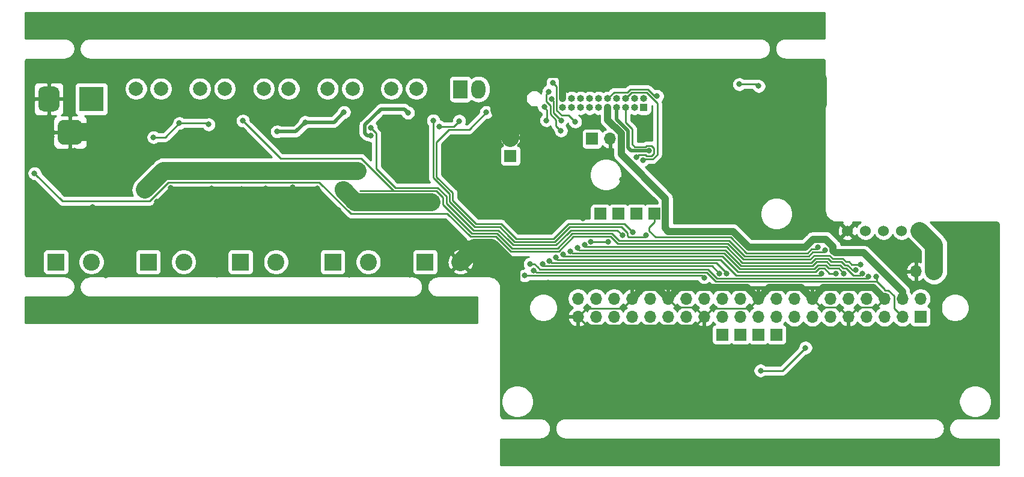
<source format=gbl>
G04 #@! TF.GenerationSoftware,KiCad,Pcbnew,(5.1.6-0-10_14)*
G04 #@! TF.CreationDate,2021-06-29T12:22:49+09:00*
G04 #@! TF.ProjectId,qPCR-root,71504352-2d72-46f6-9f74-2e6b69636164,rev?*
G04 #@! TF.SameCoordinates,Original*
G04 #@! TF.FileFunction,Copper,L2,Bot*
G04 #@! TF.FilePolarity,Positive*
%FSLAX46Y46*%
G04 Gerber Fmt 4.6, Leading zero omitted, Abs format (unit mm)*
G04 Created by KiCad (PCBNEW (5.1.6-0-10_14)) date 2021-06-29 12:22:49*
%MOMM*%
%LPD*%
G01*
G04 APERTURE LIST*
G04 #@! TA.AperFunction,ComponentPad*
%ADD10O,1.700000X1.700000*%
G04 #@! TD*
G04 #@! TA.AperFunction,ComponentPad*
%ADD11R,1.700000X1.700000*%
G04 #@! TD*
G04 #@! TA.AperFunction,ComponentPad*
%ADD12R,3.500000X3.500000*%
G04 #@! TD*
G04 #@! TA.AperFunction,ComponentPad*
%ADD13O,2.400000X2.400000*%
G04 #@! TD*
G04 #@! TA.AperFunction,ComponentPad*
%ADD14C,2.400000*%
G04 #@! TD*
G04 #@! TA.AperFunction,ComponentPad*
%ADD15C,2.000000*%
G04 #@! TD*
G04 #@! TA.AperFunction,ComponentPad*
%ADD16O,2.000000X2.600000*%
G04 #@! TD*
G04 #@! TA.AperFunction,ComponentPad*
%ADD17R,2.000000X2.600000*%
G04 #@! TD*
G04 #@! TA.AperFunction,ComponentPad*
%ADD18R,1.000000X1.000000*%
G04 #@! TD*
G04 #@! TA.AperFunction,ComponentPad*
%ADD19O,1.000000X1.000000*%
G04 #@! TD*
G04 #@! TA.AperFunction,ComponentPad*
%ADD20C,1.524000*%
G04 #@! TD*
G04 #@! TA.AperFunction,ComponentPad*
%ADD21R,2.400000X2.400000*%
G04 #@! TD*
G04 #@! TA.AperFunction,ViaPad*
%ADD22C,0.800000*%
G04 #@! TD*
G04 #@! TA.AperFunction,Conductor*
%ADD23C,2.540000*%
G04 #@! TD*
G04 #@! TA.AperFunction,Conductor*
%ADD24C,0.250000*%
G04 #@! TD*
G04 #@! TA.AperFunction,Conductor*
%ADD25C,1.016000*%
G04 #@! TD*
G04 #@! TA.AperFunction,Conductor*
%ADD26C,1.524000*%
G04 #@! TD*
G04 #@! TA.AperFunction,Conductor*
%ADD27C,0.508000*%
G04 #@! TD*
G04 #@! TA.AperFunction,Conductor*
%ADD28C,0.254000*%
G04 #@! TD*
G04 APERTURE END LIST*
D10*
X179230000Y-77470000D03*
X181770000Y-80010000D03*
X166530000Y-80010000D03*
X166530000Y-77470000D03*
X181770000Y-77470000D03*
X179230000Y-80010000D03*
X184310000Y-77470000D03*
D11*
X184310000Y-80010000D03*
D10*
X156370000Y-80010000D03*
X156370000Y-77470000D03*
X171610000Y-80010000D03*
X171610000Y-77470000D03*
X151290000Y-80010000D03*
X151290000Y-77470000D03*
X169070000Y-80010000D03*
X169070000Y-77470000D03*
X174150000Y-80010000D03*
X174150000Y-77470000D03*
X161450000Y-80010000D03*
X161450000Y-77470000D03*
X138590000Y-80010000D03*
X138590000Y-77470000D03*
X143670000Y-80010000D03*
X143670000Y-77470000D03*
X141130000Y-80010000D03*
X141130000Y-77470000D03*
X163990000Y-80010000D03*
X163990000Y-77470000D03*
X146210000Y-80010000D03*
X146210000Y-77470000D03*
X176690000Y-80010000D03*
X176690000Y-77470000D03*
X148750000Y-80010000D03*
X148750000Y-77470000D03*
X158910000Y-80010000D03*
X158910000Y-77470000D03*
X153830000Y-80010000D03*
X153830000Y-77470000D03*
X136050000Y-80010000D03*
X136050000Y-77470000D03*
D12*
X67500000Y-49300000D03*
G04 #@! TA.AperFunction,ComponentPad*
G36*
G01*
X60000000Y-50300000D02*
X60000000Y-48300000D01*
G75*
G02*
X60750000Y-47550000I750000J0D01*
G01*
X62250000Y-47550000D01*
G75*
G02*
X63000000Y-48300000I0J-750000D01*
G01*
X63000000Y-50300000D01*
G75*
G02*
X62250000Y-51050000I-750000J0D01*
G01*
X60750000Y-51050000D01*
G75*
G02*
X60000000Y-50300000I0J750000D01*
G01*
G37*
G04 #@! TD.AperFunction*
G04 #@! TA.AperFunction,ComponentPad*
G36*
G01*
X62750000Y-54875000D02*
X62750000Y-53125000D01*
G75*
G02*
X63625000Y-52250000I875000J0D01*
G01*
X65375000Y-52250000D01*
G75*
G02*
X66250000Y-53125000I0J-875000D01*
G01*
X66250000Y-54875000D01*
G75*
G02*
X65375000Y-55750000I-875000J0D01*
G01*
X63625000Y-55750000D01*
G75*
G02*
X62750000Y-54875000I0J875000D01*
G01*
G37*
G04 #@! TD.AperFunction*
D10*
X126540000Y-54780000D03*
D11*
X126540000Y-57320000D03*
D13*
X102946200Y-62106200D03*
D14*
X75006200Y-62106200D03*
D15*
X113280000Y-47850000D03*
X109780000Y-47850000D03*
X82780000Y-47850000D03*
X86280000Y-47850000D03*
X95280000Y-47850000D03*
X91780000Y-47850000D03*
X100780000Y-47850000D03*
X104280000Y-47850000D03*
D10*
X183692800Y-73637800D03*
D11*
X186232800Y-73637800D03*
D16*
X122040000Y-47920000D03*
D17*
X119500000Y-47920000D03*
D10*
X140570000Y-54920000D03*
D11*
X138030000Y-54920000D03*
X163990000Y-82550000D03*
X161450000Y-82550000D03*
X158910000Y-82550000D03*
X156370000Y-82550000D03*
D15*
X77280000Y-47850000D03*
X73780000Y-47850000D03*
D11*
X146800000Y-65500000D03*
X144280000Y-65500000D03*
X141740000Y-65500000D03*
X139200000Y-65500000D03*
D18*
X145310000Y-50500000D03*
D19*
X145310000Y-49230000D03*
X144040000Y-50500000D03*
X144040000Y-49230000D03*
X142770000Y-50500000D03*
X142770000Y-49230000D03*
X141500000Y-50500000D03*
X141500000Y-49230000D03*
X140230000Y-50500000D03*
X140230000Y-49230000D03*
X138960000Y-50500000D03*
X138960000Y-49230000D03*
X137690000Y-50500000D03*
X137690000Y-49230000D03*
X136420000Y-50500000D03*
X136420000Y-49230000D03*
X135150000Y-50500000D03*
X135150000Y-49230000D03*
X133880000Y-50500000D03*
X133880000Y-49230000D03*
D20*
X174020000Y-67890000D03*
X176560000Y-67890000D03*
X179100000Y-67890000D03*
X181640000Y-67890000D03*
X184180000Y-67890000D03*
D14*
X67500000Y-72300000D03*
D21*
X62500000Y-72300000D03*
D14*
X80500000Y-72300000D03*
D21*
X75500000Y-72300000D03*
X88500000Y-72300000D03*
D14*
X93500000Y-72300000D03*
X106500000Y-72300000D03*
D21*
X101500000Y-72300000D03*
X114500000Y-72300000D03*
D14*
X119500000Y-72300000D03*
D22*
X78700000Y-61810000D03*
X74939501Y-56571501D03*
X158777800Y-49784000D03*
X161501801Y-49352200D03*
X169852200Y-49961800D03*
X169852200Y-49961800D03*
X153520000Y-52832000D03*
X130500000Y-88000000D03*
X76740000Y-63790000D03*
X80310000Y-66530000D03*
X102270000Y-64950000D03*
X99320000Y-61910000D03*
X95870000Y-66600000D03*
X98530000Y-64110000D03*
X95890000Y-61790000D03*
X94130000Y-64130000D03*
X92050000Y-61910000D03*
X90290000Y-64810000D03*
X88620000Y-62000000D03*
X85770000Y-64880000D03*
X84450000Y-61900000D03*
X80650000Y-63810000D03*
X86840000Y-63220000D03*
X60680000Y-59250000D03*
X63230000Y-60140000D03*
X65110000Y-56560000D03*
X69270000Y-55970000D03*
X68670000Y-59870000D03*
X66430000Y-58180000D03*
X59940000Y-52220000D03*
X61930000Y-54670000D03*
X60070000Y-55090000D03*
X64770000Y-50960000D03*
X64240000Y-48660000D03*
X69360000Y-44310000D03*
X58640000Y-46030000D03*
X62310000Y-45550000D03*
X66930000Y-46510000D03*
X71170000Y-49610000D03*
X79810000Y-49050000D03*
X88600000Y-49610000D03*
X85170000Y-50170000D03*
X97890000Y-48920000D03*
X89290000Y-54460000D03*
X92420000Y-53980000D03*
X90730000Y-51780000D03*
X103590000Y-49980000D03*
X128040000Y-47510000D03*
X180640000Y-72700000D03*
X179620000Y-84830000D03*
X184090000Y-84880000D03*
X194500000Y-84500000D03*
X186730000Y-86610000D03*
X181450000Y-86660000D03*
X58740000Y-62030000D03*
X58610000Y-66480000D03*
X58570000Y-71510000D03*
X59380000Y-73710000D03*
X65050000Y-73880000D03*
X69540000Y-74190000D03*
X71330000Y-71500000D03*
X73350000Y-74030000D03*
X64810000Y-67750000D03*
X69980000Y-66200000D03*
X67620000Y-64540000D03*
X75050000Y-67070000D03*
X77750000Y-70380000D03*
X78190000Y-73760000D03*
X83090000Y-71850000D03*
X85190000Y-74130000D03*
X90830000Y-73720000D03*
X89670000Y-70080000D03*
X91750000Y-67770000D03*
X95190000Y-73820000D03*
X95950000Y-71450000D03*
X99390000Y-71580000D03*
X98280000Y-73960000D03*
X103850000Y-74130000D03*
X103990000Y-67910000D03*
X107150000Y-68490000D03*
X104500000Y-70900000D03*
X108130000Y-73930000D03*
X110380000Y-71370000D03*
X112370000Y-74110000D03*
X116580000Y-73990000D03*
X115260000Y-68070000D03*
X117000000Y-70500000D03*
X122320000Y-73500000D03*
X145450000Y-62830000D03*
X150150000Y-66560000D03*
X154990000Y-66540000D03*
X160950000Y-68450000D03*
X126270000Y-87760000D03*
X131570000Y-93540000D03*
X139480000Y-91430000D03*
X134130000Y-90630000D03*
X137080000Y-93740000D03*
X143670000Y-90630000D03*
X142670000Y-93660000D03*
X149170000Y-90390000D03*
X147660000Y-93780000D03*
X151570000Y-93500000D03*
X144070000Y-82810000D03*
X139600000Y-83130000D03*
X129290000Y-75790000D03*
X131860000Y-75220000D03*
X176560000Y-93570000D03*
X178370000Y-89070000D03*
X179940000Y-87140000D03*
X184770000Y-87570000D03*
X180060000Y-91700000D03*
X186850000Y-90340000D03*
X190560000Y-86840000D03*
X183800000Y-92210000D03*
X187570000Y-93210000D03*
X172370000Y-93630000D03*
X158140000Y-93500000D03*
X164630000Y-93570000D03*
X169010000Y-93570000D03*
X194460000Y-89220000D03*
X194500000Y-73810000D03*
X194340000Y-68180000D03*
X189280000Y-67840000D03*
X189720000Y-70950000D03*
X182930000Y-70120000D03*
X178230000Y-69970000D03*
X166560000Y-67880000D03*
X169560000Y-64770000D03*
X165460000Y-62620000D03*
X170000000Y-59240000D03*
X159010000Y-66100000D03*
X156970000Y-59760000D03*
X159610000Y-55760000D03*
X155390000Y-54990000D03*
X157840000Y-52860000D03*
X154740000Y-51120000D03*
X164130000Y-52120000D03*
X168910000Y-52440000D03*
X166070000Y-54760000D03*
X165550000Y-57800000D03*
X169750000Y-55730000D03*
X161770000Y-60570000D03*
X130890000Y-67690000D03*
X133320000Y-67030000D03*
X136730000Y-66130000D03*
X133580000Y-61390000D03*
X134930000Y-64160000D03*
X142270000Y-60680000D03*
X140770000Y-56960000D03*
X136400000Y-56280000D03*
X135850000Y-59410000D03*
X148550000Y-52590000D03*
X143960000Y-52380000D03*
X146200000Y-53730000D03*
X138440000Y-62030000D03*
X138150000Y-57680000D03*
X146040000Y-56620000D03*
X129315815Y-72578415D03*
X177003980Y-74353989D03*
X129770562Y-73493800D03*
X178062648Y-74387352D03*
X131600019Y-52312653D03*
X131304005Y-50405312D03*
X128549400Y-74218800D03*
X153822400Y-74498200D03*
X132000681Y-72143770D03*
X157021020Y-73903979D03*
X176093025Y-73903979D03*
X135984810Y-70343731D03*
X136981733Y-69893722D03*
X175200000Y-73453969D03*
X147187167Y-48881861D03*
X173510001Y-73903979D03*
X134969590Y-70793740D03*
X135661419Y-52500011D03*
X132500937Y-47000937D03*
X172400000Y-73903979D03*
X133973594Y-71243750D03*
X155969459Y-73903979D03*
X131039962Y-72593780D03*
X133693494Y-52317486D03*
X132321990Y-49324990D03*
X132980197Y-71693760D03*
X170400000Y-73903979D03*
X133655140Y-53767487D03*
X131939047Y-48255962D03*
X116484400Y-53162200D03*
X119329200Y-52400200D03*
X106887160Y-54445466D03*
X112090200Y-51231800D03*
X76250800Y-54701501D03*
X79889365Y-52714252D03*
X84014475Y-52899224D03*
X59486800Y-59791600D03*
X175835000Y-72675267D03*
X168100000Y-84400000D03*
X161769798Y-87629451D03*
X115646200Y-52349400D03*
X145634539Y-68536800D03*
X106857800Y-53390800D03*
X142295504Y-68543695D03*
X88849200Y-52374800D03*
X170887710Y-70632290D03*
X115443000Y-63855600D03*
X137884986Y-69443713D03*
X140300000Y-69443713D03*
X143734528Y-68070006D03*
X123139200Y-51181000D03*
X158777801Y-47218600D03*
X161501801Y-47472600D03*
X104978200Y-59439200D03*
X93675200Y-53898800D03*
X97612200Y-52578000D03*
X103077744Y-51155469D03*
X169887859Y-70203932D03*
X145194679Y-57924010D03*
X144270000Y-57520000D03*
D23*
X72368000Y-54000000D02*
X74939501Y-56571501D01*
X64500000Y-54000000D02*
X72368000Y-54000000D01*
D24*
X161070001Y-49784000D02*
X161501801Y-49352200D01*
X158777800Y-49784000D02*
X161070001Y-49784000D01*
D23*
X126540000Y-54780000D02*
X126540000Y-52326116D01*
X125009201Y-50795317D02*
X125009201Y-46339199D01*
X126540000Y-52326116D02*
X125009201Y-50795317D01*
X125009201Y-46339199D02*
X126238000Y-45110400D01*
D25*
X170628001Y-75911999D02*
X169070000Y-77470000D01*
X177671999Y-75911999D02*
X170628001Y-75911999D01*
X179230000Y-77470000D02*
X177671999Y-75911999D01*
D24*
X175514999Y-78645001D02*
X174150000Y-80010000D01*
X178054999Y-78645001D02*
X175514999Y-78645001D01*
X179230000Y-77470000D02*
X178054999Y-78645001D01*
X170245001Y-78645001D02*
X169070000Y-77470000D01*
X172785001Y-78645001D02*
X170245001Y-78645001D01*
X174150000Y-80010000D02*
X172785001Y-78645001D01*
D26*
X130760000Y-45518400D02*
X131168000Y-45110400D01*
D25*
X163008001Y-75911999D02*
X161450000Y-77470000D01*
X167511999Y-75911999D02*
X163008001Y-75911999D01*
X169070000Y-77470000D02*
X167511999Y-75911999D01*
X150308001Y-75911999D02*
X148750000Y-77470000D01*
X159891999Y-75911999D02*
X150308001Y-75911999D01*
X161450000Y-77470000D02*
X159891999Y-75911999D01*
X147191999Y-75911999D02*
X145228001Y-75911999D01*
X145228001Y-75911999D02*
X143670000Y-77470000D01*
X148750000Y-77470000D02*
X147191999Y-75911999D01*
D24*
X152465001Y-78645001D02*
X153830000Y-80010000D01*
X149925001Y-78645001D02*
X152465001Y-78645001D01*
X148750000Y-77470000D02*
X149925001Y-78645001D01*
X160085001Y-78834999D02*
X161450000Y-77470000D01*
X155005001Y-78834999D02*
X160085001Y-78834999D01*
X153830000Y-80010000D02*
X155005001Y-78834999D01*
X142305001Y-78834999D02*
X143670000Y-77470000D01*
X137225001Y-78834999D02*
X142305001Y-78834999D01*
X136050000Y-80010000D02*
X137225001Y-78834999D01*
X137225001Y-81185001D02*
X136050000Y-80010000D01*
X152654999Y-81185001D02*
X137225001Y-81185001D01*
X153830000Y-80010000D02*
X152654999Y-81185001D01*
D23*
X169852200Y-46532800D02*
X169852200Y-49961800D01*
X168429800Y-45110400D02*
X169852200Y-46532800D01*
X150929200Y-45110400D02*
X150929200Y-50241200D01*
X119500000Y-72300000D02*
X121500000Y-70300000D01*
X121500000Y-70300000D02*
X123800000Y-70300000D01*
X126679399Y-84179399D02*
X130500000Y-88000000D01*
X126679399Y-73179399D02*
X126679399Y-84179399D01*
X123800000Y-70300000D02*
X126679399Y-73179399D01*
D25*
X128574800Y-45146000D02*
X128610400Y-45110400D01*
D23*
X128610400Y-45110400D02*
X137668000Y-45110400D01*
X126238000Y-45110400D02*
X128610400Y-45110400D01*
X142210400Y-45110400D02*
X150929200Y-45110400D01*
X133910400Y-45110400D02*
X142210400Y-45110400D01*
D25*
X133880000Y-45140800D02*
X133910400Y-45110400D01*
D23*
X131168000Y-45110400D02*
X133910400Y-45110400D01*
D25*
X133880000Y-49230000D02*
X133880000Y-45140800D01*
D27*
X141500000Y-50500000D02*
X141500000Y-51486809D01*
X141500000Y-52183672D02*
X143090011Y-53773682D01*
X141500000Y-51486809D02*
X141500000Y-52183672D01*
X143090011Y-53773682D02*
X143090011Y-56180011D01*
X143530000Y-56620000D02*
X146040000Y-56620000D01*
X143090011Y-56180011D02*
X143530000Y-56620000D01*
D23*
X186232800Y-69942800D02*
X184180000Y-67890000D01*
X186232800Y-73637800D02*
X186232800Y-69942800D01*
D25*
X176311078Y-70995940D02*
X181770000Y-76454862D01*
X171995711Y-70703001D02*
X172288650Y-70995940D01*
X172288650Y-70995940D02*
X176311078Y-70995940D01*
X170991193Y-69095931D02*
X171995711Y-70100449D01*
X171995711Y-70100449D02*
X171995711Y-70703001D01*
X142128001Y-54172159D02*
X142128001Y-57108001D01*
X169138533Y-69095931D02*
X170991193Y-69095931D01*
X148358001Y-63338001D02*
X148358001Y-67541999D01*
X168038576Y-70195888D02*
X169138533Y-69095931D01*
X142128001Y-57108001D02*
X148358001Y-63338001D01*
X157882192Y-67985678D02*
X160092399Y-70195888D01*
X181770000Y-76454862D02*
X181770000Y-77470000D01*
X160092399Y-70195888D02*
X168038576Y-70195888D01*
X148358001Y-67541999D02*
X148801679Y-67985677D01*
X140230000Y-52274158D02*
X142128001Y-54172159D01*
X148801679Y-67985677D02*
X157882192Y-67985678D01*
X140230000Y-50500000D02*
X140230000Y-52274158D01*
D24*
X129928179Y-72578415D02*
X129315815Y-72578415D01*
X154352393Y-73318781D02*
X155662591Y-74628979D01*
X131370000Y-73318780D02*
X154352393Y-73318781D01*
X130668544Y-73318780D02*
X131370000Y-73318780D01*
X130393554Y-73043790D02*
X130668544Y-73318780D01*
X130393554Y-73043790D02*
X129928179Y-72578415D01*
X176728990Y-74628979D02*
X177003980Y-74353989D01*
X155662591Y-74628979D02*
X176728990Y-74628979D01*
X180594999Y-78834999D02*
X181770000Y-80010000D01*
X179794001Y-76294999D02*
X180594999Y-77095997D01*
X179230000Y-76250000D02*
X179274999Y-76294999D01*
X179230000Y-76150000D02*
X179230000Y-76250000D01*
X180594999Y-77095997D02*
X180594999Y-78834999D01*
X155476191Y-75078989D02*
X178158989Y-75078989D01*
X178158989Y-75078989D02*
X179230000Y-76150000D01*
X129913800Y-73493800D02*
X130188790Y-73768790D01*
X154165992Y-73768790D02*
X155476191Y-75078989D01*
X130188790Y-73768790D02*
X154165992Y-73768790D01*
X129770562Y-73493800D02*
X129913800Y-73493800D01*
X179274999Y-76294999D02*
X179794001Y-76294999D01*
X178158989Y-74483693D02*
X178062648Y-74387352D01*
X178158989Y-75078989D02*
X178158989Y-74483693D01*
X131304005Y-50504005D02*
X131696962Y-50896962D01*
X131304005Y-50405312D02*
X131304005Y-50504005D01*
X131696962Y-52215710D02*
X131600019Y-52312653D01*
X131696962Y-50896962D02*
X131696962Y-52215710D01*
X128549400Y-74218800D02*
X153289000Y-74218800D01*
X153543000Y-74218800D02*
X153822400Y-74498200D01*
X153289000Y-74218800D02*
X153543000Y-74218800D01*
X132063770Y-72143770D02*
X132338760Y-72418760D01*
X132000681Y-72143770D02*
X132063770Y-72143770D01*
X157021020Y-73882538D02*
X157021020Y-73903979D01*
X155557242Y-72418760D02*
X157021020Y-73882538D01*
X132338760Y-72418760D02*
X155557242Y-72418760D01*
X159001758Y-72828938D02*
X169129219Y-72828938D01*
X175551031Y-74178969D02*
X175818035Y-74178969D01*
X175818035Y-74178969D02*
X176093025Y-73903979D01*
X174857993Y-74178969D02*
X175551031Y-74178969D01*
X156791543Y-70618723D02*
X159001758Y-72828938D01*
X169679198Y-72278959D02*
X169129219Y-72828938D01*
X172971401Y-72728969D02*
X171570812Y-72728969D01*
X171120801Y-72278960D02*
X169679198Y-72278959D01*
X171570812Y-72728969D02*
X171120801Y-72278960D01*
X135984810Y-70384810D02*
X136218722Y-70618722D01*
X135984810Y-70343731D02*
X135984810Y-70384810D01*
X136218722Y-70618722D02*
X156791543Y-70618723D01*
X173421410Y-73178978D02*
X173858002Y-73178978D01*
X172971401Y-72728969D02*
X173421410Y-73178978D01*
X173858002Y-73178978D02*
X174857993Y-74178969D01*
X137168713Y-70168713D02*
X156977944Y-70168714D01*
X136981733Y-69893722D02*
X136981733Y-69981733D01*
X136981733Y-69981733D02*
X137168713Y-70168713D01*
X173628968Y-72728968D02*
X174044403Y-72728969D01*
X173178960Y-72278960D02*
X173628968Y-72728968D01*
X173157802Y-72278960D02*
X173178960Y-72278960D01*
X174769403Y-73453969D02*
X175200000Y-73453969D01*
X174044403Y-72728969D02*
X174769403Y-73453969D01*
X171307200Y-71828951D02*
X169492797Y-71828950D01*
X171757211Y-72278960D02*
X171307200Y-71828951D01*
X173157802Y-72278960D02*
X171757211Y-72278960D01*
X169492797Y-71828950D02*
X168942819Y-72378928D01*
X156977944Y-70168714D02*
X159188158Y-72378928D01*
X159188158Y-72378928D02*
X168942819Y-72378928D01*
X141126999Y-48333001D02*
X140230000Y-49230000D01*
X143030589Y-48333001D02*
X143408601Y-47954989D01*
X141126999Y-48333001D02*
X143030589Y-48333001D01*
X143408601Y-47954989D02*
X145871400Y-47954990D01*
X146798271Y-48881861D02*
X147187167Y-48881861D01*
X145871400Y-47954990D02*
X146798271Y-48881861D01*
X134969590Y-70793740D02*
X134993740Y-70793740D01*
X134993740Y-70793740D02*
X135268731Y-71068731D01*
X169865599Y-72728968D02*
X170934402Y-72728969D01*
X156605142Y-71068732D02*
X158815358Y-73278948D01*
X135268731Y-71068731D02*
X156605142Y-71068732D01*
X158815358Y-73278948D02*
X169315619Y-73278948D01*
X169315619Y-73278948D02*
X169865599Y-72728968D01*
X170934402Y-72728969D02*
X171384411Y-73178978D01*
X171384411Y-73178978D02*
X172785000Y-73178978D01*
X172785000Y-73178978D02*
X173510001Y-73903979D01*
X133046990Y-50887992D02*
X133751483Y-51592485D01*
X133751483Y-51592485D02*
X134753893Y-51592485D01*
X133046990Y-47546990D02*
X133046990Y-50887992D01*
X134753893Y-51592485D02*
X135661419Y-52500011D01*
X132500937Y-47000937D02*
X133046990Y-47546990D01*
X170051999Y-73178978D02*
X170378978Y-73178978D01*
X172400000Y-73903979D02*
X171473002Y-73903979D01*
X170748001Y-73178978D02*
X170378978Y-73178978D01*
X171473002Y-73903979D02*
X170748001Y-73178978D01*
X133973594Y-71243750D02*
X133973594Y-71326406D01*
X158628958Y-73728958D02*
X169502019Y-73728958D01*
X133973594Y-71326406D02*
X134165928Y-71518740D01*
X134165928Y-71518740D02*
X156418741Y-71518741D01*
X169502019Y-73728958D02*
X170051999Y-73178978D01*
X156418741Y-71518741D02*
X158628958Y-73728958D01*
X172503979Y-73903979D02*
X172600000Y-74000000D01*
X131218694Y-72868770D02*
X154934250Y-72868770D01*
X154934250Y-72868770D02*
X155969459Y-73903979D01*
X131039962Y-72593780D02*
X131039962Y-72690038D01*
X131039962Y-72690038D02*
X131218694Y-72868770D01*
X133693494Y-52317486D02*
X132596980Y-51220972D01*
X132596980Y-51220972D02*
X132596980Y-49599980D01*
X132596980Y-49599980D02*
X132321990Y-49324990D01*
X133229144Y-71968750D02*
X156158793Y-71968750D01*
X156158793Y-71968750D02*
X158290043Y-74100000D01*
X132980197Y-71693760D02*
X132980197Y-71719803D01*
X132980197Y-71719803D02*
X133229144Y-71968750D01*
X158300000Y-74100000D02*
X158378969Y-74178969D01*
X158290043Y-74100000D02*
X158300000Y-74100000D01*
X158369011Y-74178968D02*
X170125011Y-74178968D01*
X170125011Y-74178968D02*
X170400000Y-73903979D01*
X158290043Y-74100000D02*
X158369011Y-74178968D01*
X132146970Y-50222972D02*
X132146971Y-51407373D01*
X132146971Y-51407373D02*
X132968493Y-52228895D01*
X132968493Y-53080840D02*
X132968493Y-52228895D01*
X133655140Y-53767487D02*
X132968493Y-53080840D01*
X132146970Y-50222972D02*
X131596989Y-49672991D01*
X131596989Y-49672991D02*
X131596989Y-48598020D01*
X131596989Y-48598020D02*
X131939047Y-48255962D01*
X118567200Y-53162200D02*
X119329200Y-52400200D01*
X116484400Y-53162200D02*
X118567200Y-53162200D01*
D27*
X106003799Y-54127790D02*
X106003799Y-52980879D01*
X106321475Y-54445466D02*
X106003799Y-54127790D01*
X106003799Y-52980879D02*
X108260878Y-50723800D01*
X106887160Y-54445466D02*
X106321475Y-54445466D01*
X111582200Y-50723800D02*
X112090200Y-51231800D01*
X108260878Y-50723800D02*
X111582200Y-50723800D01*
D24*
X77902116Y-54701501D02*
X79889365Y-52714252D01*
X76250800Y-54701501D02*
X77902116Y-54701501D01*
X83829503Y-52714252D02*
X84014475Y-52899224D01*
X79889365Y-52714252D02*
X83829503Y-52714252D01*
X78336875Y-61031209D02*
X75666875Y-63701209D01*
X99614207Y-61031209D02*
X78336875Y-61031209D01*
X104033608Y-65450610D02*
X99614207Y-61031209D01*
X168756419Y-71928918D02*
X159374558Y-71928918D01*
X117650610Y-65450610D02*
X104033608Y-65450610D01*
X120904990Y-68704990D02*
X117650610Y-65450610D01*
X63396409Y-63701209D02*
X59486800Y-59791600D01*
X75666875Y-63701209D02*
X63396409Y-63701209D01*
X124460674Y-68704990D02*
X120904990Y-68704990D01*
X133344342Y-70800000D02*
X126555684Y-70800000D01*
X171943609Y-71828950D02*
X171493599Y-71378942D01*
X135425630Y-68718712D02*
X133344342Y-70800000D01*
X140648001Y-68718712D02*
X135425630Y-68718712D01*
X171493599Y-71378942D02*
X169306396Y-71378941D01*
X173815370Y-72278960D02*
X173365360Y-71828950D01*
X159374558Y-71928918D02*
X157164345Y-69718705D01*
X126555684Y-70800000D02*
X124460674Y-68704990D01*
X141647993Y-69718704D02*
X140648001Y-68718712D01*
X157164345Y-69718705D02*
X141647993Y-69718704D01*
X169306396Y-71378941D02*
X168756419Y-71928918D01*
X173365360Y-71828950D02*
X171943609Y-71828950D01*
X173815370Y-72278960D02*
X174230804Y-72278960D01*
X174627111Y-72675267D02*
X175835000Y-72675267D01*
X174230804Y-72278960D02*
X174627111Y-72675267D01*
X164870549Y-87629451D02*
X161769798Y-87629451D01*
X168100000Y-84400000D02*
X164870549Y-87629451D01*
X143020505Y-68195694D02*
X143020505Y-68620505D01*
X143020505Y-68620505D02*
X143218686Y-68818686D01*
X138792188Y-67368683D02*
X142193494Y-67368683D01*
X142193494Y-67368683D02*
X143020505Y-68195694D01*
X134416423Y-67818693D02*
X134866430Y-67368682D01*
X134866430Y-67368682D02*
X138792188Y-67368683D01*
X127122790Y-69449970D02*
X132785143Y-69449970D01*
X132785143Y-69449970D02*
X134416423Y-67818693D01*
X126354606Y-68681786D02*
X127122790Y-69449970D01*
X121491371Y-67354961D02*
X125027782Y-67354962D01*
X125027782Y-67354962D02*
X126354606Y-68681786D01*
X117938030Y-63801620D02*
X121491371Y-67354961D01*
X117938030Y-62715610D02*
X117938030Y-63801620D01*
X115646200Y-60423780D02*
X117938030Y-62715610D01*
X115646200Y-52349400D02*
X115646200Y-60423780D01*
X145352653Y-68818686D02*
X145634539Y-68536800D01*
X143218686Y-68818686D02*
X145352653Y-68818686D01*
X107612161Y-59122151D02*
X110300590Y-61810580D01*
X106857800Y-53390800D02*
X107612161Y-54145161D01*
X107612161Y-54145161D02*
X107612161Y-59122151D01*
X116290075Y-61810581D02*
X117488020Y-63008526D01*
X110300590Y-61810580D02*
X116290075Y-61810581D01*
X117488020Y-63008526D02*
X117488020Y-64015200D01*
X121304970Y-67804970D02*
X124841381Y-67804971D01*
X117515200Y-64015200D02*
X121304970Y-67804970D01*
X117488020Y-64015200D02*
X117515200Y-64015200D01*
X124841381Y-67804971D02*
X126168205Y-69131795D01*
X126936390Y-69899980D02*
X132971542Y-69899980D01*
X132971542Y-69899980D02*
X134602822Y-68268702D01*
X126168205Y-69131795D02*
X126936390Y-69899980D01*
X135052830Y-67818692D02*
X138605787Y-67818692D01*
X134602822Y-68268702D02*
X135052830Y-67818692D01*
X141570501Y-67818692D02*
X142295504Y-68543695D01*
X138605787Y-67818692D02*
X141570501Y-67818692D01*
X110114190Y-62260590D02*
X115739410Y-62260590D01*
X105504410Y-57650810D02*
X110114190Y-62260590D01*
X94125210Y-57650810D02*
X105504410Y-57650810D01*
X88849200Y-52374800D02*
X94125210Y-57650810D01*
X115739410Y-62260590D02*
X115700000Y-62260590D01*
X116103674Y-62260590D02*
X117038010Y-63194926D01*
X126749990Y-70349990D02*
X133157942Y-70349990D01*
X121091390Y-68254980D02*
X124654980Y-68254980D01*
X124654980Y-68254980D02*
X126749990Y-70349990D01*
X117038010Y-64201600D02*
X121091390Y-68254980D01*
X117038010Y-63194926D02*
X117038010Y-64201600D01*
X115739410Y-62260590D02*
X116103674Y-62260590D01*
X116103674Y-62260590D02*
X105354956Y-62260590D01*
X126742084Y-70349990D02*
X124647074Y-68254980D01*
X133157942Y-70349990D02*
X126742084Y-70349990D01*
X124647074Y-68254980D02*
X121091390Y-68254980D01*
X133157942Y-70349990D02*
X135239230Y-68268702D01*
X135239229Y-68268703D02*
X133157942Y-70349990D01*
X135239230Y-68268702D02*
X140834402Y-68268703D01*
X135239229Y-68268703D02*
X135239230Y-68268702D01*
X140834402Y-68268703D02*
X141834394Y-69268695D01*
X141834394Y-69268695D02*
X157350746Y-69268696D01*
X157350744Y-69268696D02*
X141834394Y-69268695D01*
X140834401Y-68268702D02*
X135239229Y-68268703D01*
X141834394Y-69268695D02*
X140834401Y-68268702D01*
X169119995Y-70928932D02*
X168570019Y-71478908D01*
X157350744Y-69268696D02*
X159560956Y-71478908D01*
X159560956Y-71478908D02*
X168570019Y-71478908D01*
X170591068Y-70928932D02*
X170887710Y-70632290D01*
X169119995Y-70928932D02*
X170591068Y-70928932D01*
D23*
X104694282Y-63855600D02*
X103014891Y-62176209D01*
X115443000Y-63855600D02*
X104694282Y-63855600D01*
D24*
X137884986Y-69443713D02*
X140300000Y-69443713D01*
X138978587Y-66918674D02*
X142583196Y-66918674D01*
X142583196Y-66918674D02*
X143734528Y-68070006D01*
X120707990Y-53612210D02*
X123139200Y-51181000D01*
X116128800Y-60269970D02*
X116128800Y-55372000D01*
X116128800Y-55372000D02*
X117888590Y-53612210D01*
X117888590Y-53612210D02*
X120707990Y-53612210D01*
X118388040Y-62529210D02*
X118388040Y-63615220D01*
X116128800Y-60269970D02*
X118388040Y-62529210D01*
X118415220Y-63615220D02*
X121704952Y-66904952D01*
X118388040Y-63615220D02*
X118415220Y-63615220D01*
X121704952Y-66904952D02*
X125214183Y-66904953D01*
X125214183Y-66904953D02*
X127309190Y-68999960D01*
X127309190Y-68999960D02*
X132598744Y-68999960D01*
X132598744Y-68999960D02*
X134680031Y-66918673D01*
X134680031Y-66918673D02*
X138978587Y-66918674D01*
X161247801Y-47218600D02*
X161501801Y-47472600D01*
X158777801Y-47218600D02*
X161247801Y-47218600D01*
D23*
X77676201Y-59436199D02*
X104975199Y-59436199D01*
X75006200Y-62106200D02*
X77676201Y-59436199D01*
X104978200Y-59439200D02*
X104975199Y-59436199D01*
D27*
X96291400Y-53898800D02*
X97612200Y-52578000D01*
X93675200Y-53898800D02*
X96291400Y-53898800D01*
X101655213Y-52578000D02*
X103077744Y-51155469D01*
X97612200Y-52578000D02*
X101655213Y-52578000D01*
D24*
X146800000Y-66700000D02*
X146800000Y-65500000D01*
X146100000Y-67929259D02*
X146100000Y-67400000D01*
X146100000Y-67400000D02*
X146800000Y-66700000D01*
X157537147Y-68818687D02*
X146989427Y-68818686D01*
X159747356Y-71028898D02*
X157537147Y-68818687D01*
X168383619Y-71028898D02*
X159747356Y-71028898D01*
X168933596Y-70478923D02*
X168383619Y-71028898D01*
X146989427Y-68818686D02*
X146100000Y-67929259D01*
X169612868Y-70478923D02*
X169887859Y-70203932D01*
X168933596Y-70478923D02*
X169612868Y-70478923D01*
X143595001Y-48404999D02*
X145684999Y-48404999D01*
X142770000Y-49230000D02*
X143595001Y-48404999D01*
X147215011Y-57154401D02*
X146574401Y-57795011D01*
X147215011Y-49935011D02*
X147215011Y-57154401D01*
X145684999Y-48404999D02*
X147215011Y-49935011D01*
X145323678Y-57795011D02*
X145194679Y-57924010D01*
X146574401Y-57795011D02*
X145323678Y-57795011D01*
X142770000Y-50500000D02*
X142770000Y-52634829D01*
X142770000Y-52634829D02*
X143669021Y-53533849D01*
X143669021Y-55659021D02*
X144050990Y-56040990D01*
X143669021Y-53533849D02*
X143669021Y-55659021D01*
X144050990Y-56040990D02*
X145490000Y-56040990D01*
X146765001Y-56271999D02*
X146765001Y-56968001D01*
X146388001Y-55894999D02*
X146765001Y-56271999D01*
X146388001Y-57345001D02*
X145691999Y-57345001D01*
X145546008Y-56040990D02*
X145691999Y-55894999D01*
X145691999Y-55894999D02*
X146388001Y-55894999D01*
X146765001Y-56968001D02*
X146388001Y-57345001D01*
X145490000Y-56040990D02*
X145546008Y-56040990D01*
X145691999Y-57345001D02*
X145546008Y-57199010D01*
X144590990Y-57199010D02*
X144270000Y-57520000D01*
X145546008Y-57199010D02*
X144590990Y-57199010D01*
D28*
G36*
X170815000Y-40715000D02*
G01*
X165266353Y-40715000D01*
X165232362Y-40718348D01*
X165221985Y-40718348D01*
X165212473Y-40719347D01*
X165057314Y-40736751D01*
X164996609Y-40749655D01*
X164935684Y-40761718D01*
X164926547Y-40764546D01*
X164777723Y-40811756D01*
X164720622Y-40836230D01*
X164663259Y-40859873D01*
X164654846Y-40864421D01*
X164518026Y-40939638D01*
X164466795Y-40974717D01*
X164415085Y-41009073D01*
X164407716Y-41015169D01*
X164288112Y-41115529D01*
X164244671Y-41159890D01*
X164200620Y-41203635D01*
X164194575Y-41211046D01*
X164096742Y-41332726D01*
X164062720Y-41384717D01*
X164028030Y-41436147D01*
X164023539Y-41444592D01*
X163951204Y-41582957D01*
X163927956Y-41640499D01*
X163903888Y-41697753D01*
X163901123Y-41706909D01*
X163857040Y-41856690D01*
X163845401Y-41917703D01*
X163832923Y-41978491D01*
X163831989Y-41988010D01*
X163817838Y-42143500D01*
X163818272Y-42205591D01*
X163817839Y-42267672D01*
X163818772Y-42277190D01*
X163835093Y-42432467D01*
X163847571Y-42493252D01*
X163859209Y-42554263D01*
X163861974Y-42563419D01*
X163908142Y-42712569D01*
X163932208Y-42769818D01*
X163955461Y-42827371D01*
X163959951Y-42835816D01*
X164034212Y-42973158D01*
X164068923Y-43024619D01*
X164102923Y-43076577D01*
X164108968Y-43083989D01*
X164208491Y-43204291D01*
X164252526Y-43248020D01*
X164295984Y-43292398D01*
X164303354Y-43298495D01*
X164424347Y-43397174D01*
X164476032Y-43431513D01*
X164527285Y-43466607D01*
X164535699Y-43471156D01*
X164673556Y-43544456D01*
X164730955Y-43568114D01*
X164788022Y-43592573D01*
X164797151Y-43595399D01*
X164797157Y-43595401D01*
X164797163Y-43595402D01*
X164946628Y-43640528D01*
X165007517Y-43652584D01*
X165068256Y-43665495D01*
X165077768Y-43666495D01*
X165233155Y-43681731D01*
X165233163Y-43681731D01*
X165266353Y-43685000D01*
X170466495Y-43685000D01*
X170560547Y-43694222D01*
X170618786Y-43711805D01*
X170672501Y-43740366D01*
X170719646Y-43778816D01*
X170758424Y-43825691D01*
X170787358Y-43879204D01*
X170805349Y-43937323D01*
X170815000Y-44029145D01*
X170815001Y-65033647D01*
X170817887Y-65062945D01*
X170817844Y-65069066D01*
X170818777Y-65078585D01*
X170839178Y-65272682D01*
X170851661Y-65333496D01*
X170863295Y-65394481D01*
X170866059Y-65403637D01*
X170923771Y-65590075D01*
X170947818Y-65647279D01*
X170971087Y-65704873D01*
X170975577Y-65713317D01*
X171068402Y-65884994D01*
X171103122Y-65936468D01*
X171137117Y-65988418D01*
X171143161Y-65995829D01*
X171267565Y-66146207D01*
X171311638Y-66189973D01*
X171355057Y-66234311D01*
X171362426Y-66240408D01*
X171513668Y-66363758D01*
X171565397Y-66398126D01*
X171616608Y-66433191D01*
X171625016Y-66437737D01*
X171625020Y-66437740D01*
X171625024Y-66437742D01*
X171797343Y-66529366D01*
X171854739Y-66553022D01*
X171911807Y-66577482D01*
X171920944Y-66580310D01*
X172107780Y-66636719D01*
X172168690Y-66648780D01*
X172229409Y-66661686D01*
X172238921Y-66662686D01*
X172433155Y-66681731D01*
X172433163Y-66681731D01*
X172466353Y-66685000D01*
X173300837Y-66685000D01*
X173234040Y-66924435D01*
X174020000Y-67710395D01*
X174805960Y-66924435D01*
X174739163Y-66685000D01*
X175848878Y-66685000D01*
X175669465Y-66804880D01*
X175474880Y-66999465D01*
X175321995Y-67228273D01*
X175292308Y-67299943D01*
X175287636Y-67286977D01*
X175225656Y-67171020D01*
X174985565Y-67104040D01*
X174199605Y-67890000D01*
X174985565Y-68675960D01*
X175225656Y-68608980D01*
X175289485Y-68473240D01*
X175321995Y-68551727D01*
X175474880Y-68780535D01*
X175669465Y-68975120D01*
X175898273Y-69128005D01*
X176152510Y-69233314D01*
X176422408Y-69287000D01*
X176697592Y-69287000D01*
X176967490Y-69233314D01*
X177221727Y-69128005D01*
X177450535Y-68975120D01*
X177645120Y-68780535D01*
X177798005Y-68551727D01*
X177830000Y-68474485D01*
X177861995Y-68551727D01*
X178014880Y-68780535D01*
X178209465Y-68975120D01*
X178438273Y-69128005D01*
X178692510Y-69233314D01*
X178962408Y-69287000D01*
X179237592Y-69287000D01*
X179507490Y-69233314D01*
X179761727Y-69128005D01*
X179990535Y-68975120D01*
X180185120Y-68780535D01*
X180338005Y-68551727D01*
X180370000Y-68474485D01*
X180401995Y-68551727D01*
X180554880Y-68780535D01*
X180749465Y-68975120D01*
X180978273Y-69128005D01*
X181232510Y-69233314D01*
X181502408Y-69287000D01*
X181777592Y-69287000D01*
X182047490Y-69233314D01*
X182301727Y-69128005D01*
X182530535Y-68975120D01*
X182575773Y-68929882D01*
X182588387Y-68953482D01*
X182766790Y-69170865D01*
X184327801Y-70731877D01*
X184327800Y-72303324D01*
X184196899Y-72240975D01*
X184049690Y-72196324D01*
X183819800Y-72317645D01*
X183819800Y-73510800D01*
X183839800Y-73510800D01*
X183839800Y-73764800D01*
X183819800Y-73764800D01*
X183819800Y-74957955D01*
X184049690Y-75079276D01*
X184196899Y-75034625D01*
X184459720Y-74909441D01*
X184678249Y-74746442D01*
X184879244Y-74991356D01*
X185169318Y-75229413D01*
X185500261Y-75406306D01*
X185859355Y-75515236D01*
X186232800Y-75552017D01*
X186606244Y-75515236D01*
X186965338Y-75406306D01*
X187296282Y-75229413D01*
X187586356Y-74991356D01*
X187824413Y-74701282D01*
X188001306Y-74370339D01*
X188110236Y-74011245D01*
X188137800Y-73731382D01*
X188137800Y-70036380D01*
X188147017Y-69942800D01*
X188137622Y-69847411D01*
X188110236Y-69569355D01*
X188022165Y-69279023D01*
X188001306Y-69210260D01*
X187824413Y-68879318D01*
X187646011Y-68661934D01*
X187586356Y-68589244D01*
X187513665Y-68529588D01*
X185669075Y-66685000D01*
X194966495Y-66685000D01*
X195060547Y-66694222D01*
X195118786Y-66711805D01*
X195172501Y-66740366D01*
X195219646Y-66778816D01*
X195258424Y-66825691D01*
X195287358Y-66879204D01*
X195305349Y-66937323D01*
X195315000Y-67029145D01*
X195315001Y-93966485D01*
X195305778Y-94060546D01*
X195288194Y-94118787D01*
X195259635Y-94172500D01*
X195221183Y-94219646D01*
X195174310Y-94258423D01*
X195120796Y-94287358D01*
X195062677Y-94305349D01*
X194970855Y-94315000D01*
X189766353Y-94315000D01*
X189732362Y-94318348D01*
X189721985Y-94318348D01*
X189712473Y-94319347D01*
X189557314Y-94336751D01*
X189496609Y-94349655D01*
X189435684Y-94361718D01*
X189426547Y-94364546D01*
X189277723Y-94411756D01*
X189220622Y-94436230D01*
X189163259Y-94459873D01*
X189154846Y-94464421D01*
X189018026Y-94539638D01*
X188966795Y-94574717D01*
X188915085Y-94609073D01*
X188907716Y-94615169D01*
X188788112Y-94715529D01*
X188744671Y-94759890D01*
X188700620Y-94803635D01*
X188694575Y-94811046D01*
X188596742Y-94932726D01*
X188562720Y-94984717D01*
X188528030Y-95036147D01*
X188523539Y-95044592D01*
X188451204Y-95182957D01*
X188427956Y-95240499D01*
X188403888Y-95297753D01*
X188401123Y-95306909D01*
X188357040Y-95456690D01*
X188345401Y-95517703D01*
X188332923Y-95578491D01*
X188331989Y-95588010D01*
X188317838Y-95743500D01*
X188318272Y-95805591D01*
X188317839Y-95867672D01*
X188318772Y-95877190D01*
X188335093Y-96032467D01*
X188347571Y-96093252D01*
X188359209Y-96154263D01*
X188361974Y-96163419D01*
X188408142Y-96312569D01*
X188432208Y-96369818D01*
X188455461Y-96427371D01*
X188459951Y-96435816D01*
X188534212Y-96573158D01*
X188568923Y-96624619D01*
X188602923Y-96676577D01*
X188608968Y-96683989D01*
X188708491Y-96804291D01*
X188752526Y-96848020D01*
X188795984Y-96892398D01*
X188803354Y-96898495D01*
X188924347Y-96997174D01*
X188976032Y-97031513D01*
X189027285Y-97066607D01*
X189035699Y-97071156D01*
X189173556Y-97144456D01*
X189230955Y-97168114D01*
X189288022Y-97192573D01*
X189297151Y-97195399D01*
X189297157Y-97195401D01*
X189297163Y-97195402D01*
X189446628Y-97240528D01*
X189507517Y-97252584D01*
X189568256Y-97265495D01*
X189577768Y-97266495D01*
X189733155Y-97281731D01*
X189733163Y-97281731D01*
X189766353Y-97285000D01*
X195315000Y-97285000D01*
X195315001Y-100915000D01*
X125185000Y-100915000D01*
X125185000Y-97285000D01*
X130733647Y-97285000D01*
X130767638Y-97281652D01*
X130778015Y-97281652D01*
X130787527Y-97280653D01*
X130942686Y-97263249D01*
X131003397Y-97250344D01*
X131064316Y-97238282D01*
X131073452Y-97235454D01*
X131222277Y-97188244D01*
X131279345Y-97163784D01*
X131336741Y-97140128D01*
X131345154Y-97135579D01*
X131481974Y-97060362D01*
X131533190Y-97025294D01*
X131584915Y-96990927D01*
X131592284Y-96984831D01*
X131711888Y-96884471D01*
X131755310Y-96840130D01*
X131799380Y-96796366D01*
X131805425Y-96788954D01*
X131903258Y-96667274D01*
X131937270Y-96615299D01*
X131971970Y-96563853D01*
X131976460Y-96555409D01*
X132048796Y-96417043D01*
X132072060Y-96359464D01*
X132096112Y-96302246D01*
X132098877Y-96293090D01*
X132142960Y-96143310D01*
X132154600Y-96082289D01*
X132167077Y-96021508D01*
X132168011Y-96011990D01*
X132182162Y-95856499D01*
X132181728Y-95794408D01*
X132182083Y-95743500D01*
X132817838Y-95743500D01*
X132818272Y-95805591D01*
X132817839Y-95867672D01*
X132818772Y-95877190D01*
X132835093Y-96032467D01*
X132847571Y-96093252D01*
X132859209Y-96154263D01*
X132861974Y-96163419D01*
X132908142Y-96312569D01*
X132932208Y-96369818D01*
X132955461Y-96427371D01*
X132959951Y-96435816D01*
X133034212Y-96573158D01*
X133068923Y-96624619D01*
X133102923Y-96676577D01*
X133108968Y-96683989D01*
X133208491Y-96804291D01*
X133252526Y-96848020D01*
X133295984Y-96892398D01*
X133303354Y-96898495D01*
X133424347Y-96997174D01*
X133476032Y-97031513D01*
X133527285Y-97066607D01*
X133535699Y-97071156D01*
X133673556Y-97144456D01*
X133730955Y-97168114D01*
X133788022Y-97192573D01*
X133797151Y-97195399D01*
X133797157Y-97195401D01*
X133797163Y-97195402D01*
X133946628Y-97240528D01*
X134007517Y-97252584D01*
X134068256Y-97265495D01*
X134077768Y-97266495D01*
X134233155Y-97281731D01*
X134233163Y-97281731D01*
X134266353Y-97285000D01*
X186233647Y-97285000D01*
X186267638Y-97281652D01*
X186278015Y-97281652D01*
X186287527Y-97280653D01*
X186442686Y-97263249D01*
X186503397Y-97250344D01*
X186564316Y-97238282D01*
X186573452Y-97235454D01*
X186722277Y-97188244D01*
X186779345Y-97163784D01*
X186836741Y-97140128D01*
X186845154Y-97135579D01*
X186981974Y-97060362D01*
X187033190Y-97025294D01*
X187084915Y-96990927D01*
X187092284Y-96984831D01*
X187211888Y-96884471D01*
X187255310Y-96840130D01*
X187299380Y-96796366D01*
X187305425Y-96788954D01*
X187403258Y-96667274D01*
X187437270Y-96615299D01*
X187471970Y-96563853D01*
X187476460Y-96555409D01*
X187548796Y-96417043D01*
X187572060Y-96359464D01*
X187596112Y-96302246D01*
X187598877Y-96293090D01*
X187642960Y-96143310D01*
X187654600Y-96082289D01*
X187667077Y-96021508D01*
X187668011Y-96011990D01*
X187682162Y-95856499D01*
X187681728Y-95794408D01*
X187682161Y-95732328D01*
X187681228Y-95722809D01*
X187664907Y-95567533D01*
X187652423Y-95506719D01*
X187640790Y-95445736D01*
X187638026Y-95436580D01*
X187591857Y-95287431D01*
X187567801Y-95230203D01*
X187544539Y-95172629D01*
X187540049Y-95164184D01*
X187465788Y-95026842D01*
X187431087Y-94975396D01*
X187397077Y-94923423D01*
X187391032Y-94916011D01*
X187291509Y-94795708D01*
X187247435Y-94751941D01*
X187204015Y-94707602D01*
X187196646Y-94701505D01*
X187075652Y-94602825D01*
X187023937Y-94568466D01*
X186972715Y-94533393D01*
X186964302Y-94528844D01*
X186826444Y-94455544D01*
X186769029Y-94431879D01*
X186711978Y-94407427D01*
X186702846Y-94404600D01*
X186702840Y-94404598D01*
X186553372Y-94359472D01*
X186492476Y-94347414D01*
X186431744Y-94334505D01*
X186422232Y-94333505D01*
X186266845Y-94318269D01*
X186266837Y-94318269D01*
X186233647Y-94315000D01*
X134266353Y-94315000D01*
X134232362Y-94318348D01*
X134221985Y-94318348D01*
X134212473Y-94319347D01*
X134057314Y-94336751D01*
X133996609Y-94349655D01*
X133935684Y-94361718D01*
X133926547Y-94364546D01*
X133777723Y-94411756D01*
X133720622Y-94436230D01*
X133663259Y-94459873D01*
X133654846Y-94464421D01*
X133518026Y-94539638D01*
X133466795Y-94574717D01*
X133415085Y-94609073D01*
X133407716Y-94615169D01*
X133288112Y-94715529D01*
X133244671Y-94759890D01*
X133200620Y-94803635D01*
X133194575Y-94811046D01*
X133096742Y-94932726D01*
X133062720Y-94984717D01*
X133028030Y-95036147D01*
X133023539Y-95044592D01*
X132951204Y-95182957D01*
X132927956Y-95240499D01*
X132903888Y-95297753D01*
X132901123Y-95306909D01*
X132857040Y-95456690D01*
X132845401Y-95517703D01*
X132832923Y-95578491D01*
X132831989Y-95588010D01*
X132817838Y-95743500D01*
X132182083Y-95743500D01*
X132182161Y-95732328D01*
X132181228Y-95722809D01*
X132164907Y-95567533D01*
X132152423Y-95506719D01*
X132140790Y-95445736D01*
X132138026Y-95436580D01*
X132091857Y-95287431D01*
X132067801Y-95230203D01*
X132044539Y-95172629D01*
X132040049Y-95164184D01*
X131965788Y-95026842D01*
X131931087Y-94975396D01*
X131897077Y-94923423D01*
X131891032Y-94916011D01*
X131791509Y-94795708D01*
X131747435Y-94751941D01*
X131704015Y-94707602D01*
X131696646Y-94701505D01*
X131575652Y-94602825D01*
X131523937Y-94568466D01*
X131472715Y-94533393D01*
X131464302Y-94528844D01*
X131326444Y-94455544D01*
X131269029Y-94431879D01*
X131211978Y-94407427D01*
X131202846Y-94404600D01*
X131202840Y-94404598D01*
X131053372Y-94359472D01*
X130992476Y-94347414D01*
X130931744Y-94334505D01*
X130922232Y-94333505D01*
X130766845Y-94318269D01*
X130766837Y-94318269D01*
X130733647Y-94315000D01*
X125533505Y-94315000D01*
X125439454Y-94305778D01*
X125381213Y-94288194D01*
X125327500Y-94259635D01*
X125280354Y-94221183D01*
X125241577Y-94174310D01*
X125212642Y-94120796D01*
X125194651Y-94062677D01*
X125185000Y-93970855D01*
X125185000Y-91774070D01*
X125206099Y-91774070D01*
X125206099Y-92225930D01*
X125294253Y-92669106D01*
X125467171Y-93086569D01*
X125718211Y-93462277D01*
X126037723Y-93781789D01*
X126413431Y-94032829D01*
X126830894Y-94205747D01*
X127274070Y-94293901D01*
X127725930Y-94293901D01*
X128169106Y-94205747D01*
X128586569Y-94032829D01*
X128962277Y-93781789D01*
X129281789Y-93462277D01*
X129532829Y-93086569D01*
X129705747Y-92669106D01*
X129793901Y-92225930D01*
X129793901Y-91774070D01*
X189706099Y-91774070D01*
X189706099Y-92225930D01*
X189794253Y-92669106D01*
X189967171Y-93086569D01*
X190218211Y-93462277D01*
X190537723Y-93781789D01*
X190913431Y-94032829D01*
X191330894Y-94205747D01*
X191774070Y-94293901D01*
X192225930Y-94293901D01*
X192669106Y-94205747D01*
X193086569Y-94032829D01*
X193462277Y-93781789D01*
X193781789Y-93462277D01*
X194032829Y-93086569D01*
X194205747Y-92669106D01*
X194293901Y-92225930D01*
X194293901Y-91774070D01*
X194205747Y-91330894D01*
X194032829Y-90913431D01*
X193781789Y-90537723D01*
X193462277Y-90218211D01*
X193086569Y-89967171D01*
X192669106Y-89794253D01*
X192225930Y-89706099D01*
X191774070Y-89706099D01*
X191330894Y-89794253D01*
X190913431Y-89967171D01*
X190537723Y-90218211D01*
X190218211Y-90537723D01*
X189967171Y-90913431D01*
X189794253Y-91330894D01*
X189706099Y-91774070D01*
X129793901Y-91774070D01*
X129705747Y-91330894D01*
X129532829Y-90913431D01*
X129281789Y-90537723D01*
X128962277Y-90218211D01*
X128586569Y-89967171D01*
X128169106Y-89794253D01*
X127725930Y-89706099D01*
X127274070Y-89706099D01*
X126830894Y-89794253D01*
X126413431Y-89967171D01*
X126037723Y-90218211D01*
X125718211Y-90537723D01*
X125467171Y-90913431D01*
X125294253Y-91330894D01*
X125206099Y-91774070D01*
X125185000Y-91774070D01*
X125185000Y-87527512D01*
X160734798Y-87527512D01*
X160734798Y-87731390D01*
X160774572Y-87931349D01*
X160852593Y-88119707D01*
X160965861Y-88289225D01*
X161110024Y-88433388D01*
X161279542Y-88546656D01*
X161467900Y-88624677D01*
X161667859Y-88664451D01*
X161871737Y-88664451D01*
X162071696Y-88624677D01*
X162260054Y-88546656D01*
X162429572Y-88433388D01*
X162473509Y-88389451D01*
X164833227Y-88389451D01*
X164870549Y-88393127D01*
X164907871Y-88389451D01*
X164907882Y-88389451D01*
X165019535Y-88378454D01*
X165162796Y-88334997D01*
X165294825Y-88264425D01*
X165410550Y-88169452D01*
X165434353Y-88140448D01*
X168139803Y-85435000D01*
X168201939Y-85435000D01*
X168401898Y-85395226D01*
X168590256Y-85317205D01*
X168759774Y-85203937D01*
X168903937Y-85059774D01*
X169017205Y-84890256D01*
X169095226Y-84701898D01*
X169135000Y-84501939D01*
X169135000Y-84298061D01*
X169095226Y-84098102D01*
X169017205Y-83909744D01*
X168903937Y-83740226D01*
X168759774Y-83596063D01*
X168590256Y-83482795D01*
X168401898Y-83404774D01*
X168201939Y-83365000D01*
X167998061Y-83365000D01*
X167798102Y-83404774D01*
X167609744Y-83482795D01*
X167440226Y-83596063D01*
X167296063Y-83740226D01*
X167182795Y-83909744D01*
X167104774Y-84098102D01*
X167065000Y-84298061D01*
X167065000Y-84360197D01*
X164555748Y-86869451D01*
X162473509Y-86869451D01*
X162429572Y-86825514D01*
X162260054Y-86712246D01*
X162071696Y-86634225D01*
X161871737Y-86594451D01*
X161667859Y-86594451D01*
X161467900Y-86634225D01*
X161279542Y-86712246D01*
X161110024Y-86825514D01*
X160965861Y-86969677D01*
X160852593Y-87139195D01*
X160774572Y-87327553D01*
X160734798Y-87527512D01*
X125185000Y-87527512D01*
X125185000Y-78542032D01*
X129170000Y-78542032D01*
X129170000Y-78937968D01*
X129247243Y-79326296D01*
X129398761Y-79692092D01*
X129618731Y-80021301D01*
X129898699Y-80301269D01*
X130227908Y-80521239D01*
X130593704Y-80672757D01*
X130982032Y-80750000D01*
X131377968Y-80750000D01*
X131766296Y-80672757D01*
X132132092Y-80521239D01*
X132363090Y-80366891D01*
X134608519Y-80366891D01*
X134705843Y-80641252D01*
X134854822Y-80891355D01*
X135049731Y-81107588D01*
X135283080Y-81281641D01*
X135545901Y-81406825D01*
X135693110Y-81451476D01*
X135923000Y-81330155D01*
X135923000Y-80137000D01*
X134729186Y-80137000D01*
X134608519Y-80366891D01*
X132363090Y-80366891D01*
X132461301Y-80301269D01*
X132741269Y-80021301D01*
X132961239Y-79692092D01*
X133112757Y-79326296D01*
X133190000Y-78937968D01*
X133190000Y-78542032D01*
X133112757Y-78153704D01*
X132961239Y-77787908D01*
X132741269Y-77458699D01*
X132461301Y-77178731D01*
X132132092Y-76958761D01*
X131766296Y-76807243D01*
X131377968Y-76730000D01*
X130982032Y-76730000D01*
X130593704Y-76807243D01*
X130227908Y-76958761D01*
X129898699Y-77178731D01*
X129618731Y-77458699D01*
X129398761Y-77787908D01*
X129247243Y-78153704D01*
X129170000Y-78542032D01*
X125185000Y-78542032D01*
X125185000Y-75966353D01*
X125182113Y-75937045D01*
X125182156Y-75930933D01*
X125181223Y-75921415D01*
X125160822Y-75727318D01*
X125148339Y-75666504D01*
X125136705Y-75605519D01*
X125133941Y-75596363D01*
X125076229Y-75409925D01*
X125052170Y-75352692D01*
X125028913Y-75295127D01*
X125024423Y-75286682D01*
X124931598Y-75115006D01*
X124896878Y-75063532D01*
X124862883Y-75011582D01*
X124856838Y-75004170D01*
X124732435Y-74853793D01*
X124688362Y-74810027D01*
X124644943Y-74765689D01*
X124637574Y-74759592D01*
X124486332Y-74636242D01*
X124434614Y-74601881D01*
X124383393Y-74566809D01*
X124374980Y-74562260D01*
X124202657Y-74470635D01*
X124145261Y-74446978D01*
X124088193Y-74422519D01*
X124079057Y-74419690D01*
X123892220Y-74363281D01*
X123831302Y-74351219D01*
X123770590Y-74338314D01*
X123761078Y-74337314D01*
X123566845Y-74318269D01*
X123566837Y-74318269D01*
X123533647Y-74315000D01*
X116266353Y-74315000D01*
X116232362Y-74318348D01*
X116221985Y-74318348D01*
X116212473Y-74319347D01*
X116057314Y-74336751D01*
X115996609Y-74349655D01*
X115935684Y-74361718D01*
X115926547Y-74364546D01*
X115777723Y-74411756D01*
X115720622Y-74436230D01*
X115663259Y-74459873D01*
X115654846Y-74464421D01*
X115518026Y-74539638D01*
X115466795Y-74574717D01*
X115415085Y-74609073D01*
X115407716Y-74615169D01*
X115288112Y-74715529D01*
X115244671Y-74759890D01*
X115200620Y-74803635D01*
X115194575Y-74811046D01*
X115096742Y-74932726D01*
X115062720Y-74984717D01*
X115028030Y-75036147D01*
X115023539Y-75044592D01*
X114951204Y-75182957D01*
X114927956Y-75240499D01*
X114903888Y-75297753D01*
X114901123Y-75306909D01*
X114857040Y-75456690D01*
X114845401Y-75517703D01*
X114832923Y-75578491D01*
X114831989Y-75588010D01*
X114817838Y-75743500D01*
X114818272Y-75805591D01*
X114817839Y-75867672D01*
X114818772Y-75877190D01*
X114835093Y-76032467D01*
X114847571Y-76093252D01*
X114859209Y-76154263D01*
X114861974Y-76163419D01*
X114908142Y-76312569D01*
X114932208Y-76369818D01*
X114955461Y-76427371D01*
X114959951Y-76435816D01*
X115034212Y-76573158D01*
X115068923Y-76624619D01*
X115102923Y-76676577D01*
X115108968Y-76683989D01*
X115208491Y-76804291D01*
X115252526Y-76848020D01*
X115295984Y-76892398D01*
X115303354Y-76898495D01*
X115424347Y-76997174D01*
X115476032Y-77031513D01*
X115527285Y-77066607D01*
X115535699Y-77071156D01*
X115673556Y-77144456D01*
X115730955Y-77168114D01*
X115788022Y-77192573D01*
X115797151Y-77195399D01*
X115797157Y-77195401D01*
X115797163Y-77195402D01*
X115946628Y-77240528D01*
X116007517Y-77252584D01*
X116068256Y-77265495D01*
X116077768Y-77266495D01*
X116233155Y-77281731D01*
X116233163Y-77281731D01*
X116266353Y-77285000D01*
X121815000Y-77285000D01*
X121815001Y-80915000D01*
X58185000Y-80915000D01*
X58185000Y-77285000D01*
X63733647Y-77285000D01*
X63767638Y-77281652D01*
X63778015Y-77281652D01*
X63787527Y-77280653D01*
X63942686Y-77263249D01*
X64003397Y-77250344D01*
X64064316Y-77238282D01*
X64073452Y-77235454D01*
X64222277Y-77188244D01*
X64279345Y-77163784D01*
X64336741Y-77140128D01*
X64345154Y-77135579D01*
X64481974Y-77060362D01*
X64533190Y-77025294D01*
X64584915Y-76990927D01*
X64592284Y-76984831D01*
X64711888Y-76884471D01*
X64755310Y-76840130D01*
X64799380Y-76796366D01*
X64805425Y-76788954D01*
X64903258Y-76667274D01*
X64937270Y-76615299D01*
X64971970Y-76563853D01*
X64976460Y-76555409D01*
X65048796Y-76417043D01*
X65072060Y-76359464D01*
X65096112Y-76302246D01*
X65098877Y-76293090D01*
X65142960Y-76143310D01*
X65154600Y-76082289D01*
X65167077Y-76021508D01*
X65168011Y-76011990D01*
X65182162Y-75856499D01*
X65181728Y-75794408D01*
X65182083Y-75743500D01*
X65817838Y-75743500D01*
X65818272Y-75805591D01*
X65817839Y-75867672D01*
X65818772Y-75877190D01*
X65835093Y-76032467D01*
X65847571Y-76093252D01*
X65859209Y-76154263D01*
X65861974Y-76163419D01*
X65908142Y-76312569D01*
X65932208Y-76369818D01*
X65955461Y-76427371D01*
X65959951Y-76435816D01*
X66034212Y-76573158D01*
X66068923Y-76624619D01*
X66102923Y-76676577D01*
X66108968Y-76683989D01*
X66208491Y-76804291D01*
X66252526Y-76848020D01*
X66295984Y-76892398D01*
X66303354Y-76898495D01*
X66424347Y-76997174D01*
X66476032Y-77031513D01*
X66527285Y-77066607D01*
X66535699Y-77071156D01*
X66673556Y-77144456D01*
X66730955Y-77168114D01*
X66788022Y-77192573D01*
X66797151Y-77195399D01*
X66797157Y-77195401D01*
X66797163Y-77195402D01*
X66946628Y-77240528D01*
X67007517Y-77252584D01*
X67068256Y-77265495D01*
X67077768Y-77266495D01*
X67233155Y-77281731D01*
X67233163Y-77281731D01*
X67266353Y-77285000D01*
X112733647Y-77285000D01*
X112767638Y-77281652D01*
X112778015Y-77281652D01*
X112787527Y-77280653D01*
X112942686Y-77263249D01*
X113003397Y-77250344D01*
X113064316Y-77238282D01*
X113073452Y-77235454D01*
X113222277Y-77188244D01*
X113279345Y-77163784D01*
X113336741Y-77140128D01*
X113345154Y-77135579D01*
X113481974Y-77060362D01*
X113533190Y-77025294D01*
X113584915Y-76990927D01*
X113592284Y-76984831D01*
X113711888Y-76884471D01*
X113755310Y-76840130D01*
X113799380Y-76796366D01*
X113805425Y-76788954D01*
X113903258Y-76667274D01*
X113937270Y-76615299D01*
X113971970Y-76563853D01*
X113976460Y-76555409D01*
X114048796Y-76417043D01*
X114072060Y-76359464D01*
X114096112Y-76302246D01*
X114098877Y-76293090D01*
X114142960Y-76143310D01*
X114154600Y-76082289D01*
X114167077Y-76021508D01*
X114168011Y-76011990D01*
X114182162Y-75856499D01*
X114181728Y-75794408D01*
X114182161Y-75732328D01*
X114181228Y-75722809D01*
X114164907Y-75567533D01*
X114152423Y-75506719D01*
X114140790Y-75445736D01*
X114138026Y-75436580D01*
X114091857Y-75287431D01*
X114067801Y-75230203D01*
X114044539Y-75172629D01*
X114040049Y-75164184D01*
X113965788Y-75026842D01*
X113931087Y-74975396D01*
X113897077Y-74923423D01*
X113891032Y-74916011D01*
X113791509Y-74795708D01*
X113747435Y-74751941D01*
X113704015Y-74707602D01*
X113696646Y-74701505D01*
X113575652Y-74602825D01*
X113523937Y-74568466D01*
X113472715Y-74533393D01*
X113464302Y-74528844D01*
X113326444Y-74455544D01*
X113269029Y-74431879D01*
X113211978Y-74407427D01*
X113202846Y-74404600D01*
X113202840Y-74404598D01*
X113053372Y-74359472D01*
X112992476Y-74347414D01*
X112931744Y-74334505D01*
X112922232Y-74333505D01*
X112766845Y-74318269D01*
X112766837Y-74318269D01*
X112733647Y-74315000D01*
X67266353Y-74315000D01*
X67232362Y-74318348D01*
X67221985Y-74318348D01*
X67212473Y-74319347D01*
X67057314Y-74336751D01*
X66996609Y-74349655D01*
X66935684Y-74361718D01*
X66926547Y-74364546D01*
X66777723Y-74411756D01*
X66720622Y-74436230D01*
X66663259Y-74459873D01*
X66654846Y-74464421D01*
X66518026Y-74539638D01*
X66466795Y-74574717D01*
X66415085Y-74609073D01*
X66407716Y-74615169D01*
X66288112Y-74715529D01*
X66244671Y-74759890D01*
X66200620Y-74803635D01*
X66194575Y-74811046D01*
X66096742Y-74932726D01*
X66062720Y-74984717D01*
X66028030Y-75036147D01*
X66023539Y-75044592D01*
X65951204Y-75182957D01*
X65927956Y-75240499D01*
X65903888Y-75297753D01*
X65901123Y-75306909D01*
X65857040Y-75456690D01*
X65845401Y-75517703D01*
X65832923Y-75578491D01*
X65831989Y-75588010D01*
X65817838Y-75743500D01*
X65182083Y-75743500D01*
X65182161Y-75732328D01*
X65181228Y-75722809D01*
X65164907Y-75567533D01*
X65152423Y-75506719D01*
X65140790Y-75445736D01*
X65138026Y-75436580D01*
X65091857Y-75287431D01*
X65067801Y-75230203D01*
X65044539Y-75172629D01*
X65040049Y-75164184D01*
X64965788Y-75026842D01*
X64931087Y-74975396D01*
X64897077Y-74923423D01*
X64891032Y-74916011D01*
X64791509Y-74795708D01*
X64747435Y-74751941D01*
X64704015Y-74707602D01*
X64696646Y-74701505D01*
X64575652Y-74602825D01*
X64523937Y-74568466D01*
X64472715Y-74533393D01*
X64464302Y-74528844D01*
X64326444Y-74455544D01*
X64269029Y-74431879D01*
X64211978Y-74407427D01*
X64202846Y-74404600D01*
X64202840Y-74404598D01*
X64053372Y-74359472D01*
X63992476Y-74347414D01*
X63931744Y-74334505D01*
X63922232Y-74333505D01*
X63766845Y-74318269D01*
X63766837Y-74318269D01*
X63733647Y-74315000D01*
X58533505Y-74315000D01*
X58439454Y-74305778D01*
X58381213Y-74288194D01*
X58327500Y-74259635D01*
X58280354Y-74221183D01*
X58241577Y-74174310D01*
X58212642Y-74120796D01*
X58194651Y-74062677D01*
X58185000Y-73970855D01*
X58185000Y-71100000D01*
X60661928Y-71100000D01*
X60661928Y-73500000D01*
X60674188Y-73624482D01*
X60710498Y-73744180D01*
X60769463Y-73854494D01*
X60848815Y-73951185D01*
X60945506Y-74030537D01*
X61055820Y-74089502D01*
X61175518Y-74125812D01*
X61300000Y-74138072D01*
X63700000Y-74138072D01*
X63824482Y-74125812D01*
X63944180Y-74089502D01*
X64054494Y-74030537D01*
X64151185Y-73951185D01*
X64230537Y-73854494D01*
X64289502Y-73744180D01*
X64325812Y-73624482D01*
X64338072Y-73500000D01*
X64338072Y-72119268D01*
X65665000Y-72119268D01*
X65665000Y-72480732D01*
X65735518Y-72835250D01*
X65873844Y-73169199D01*
X66074662Y-73469744D01*
X66330256Y-73725338D01*
X66630801Y-73926156D01*
X66964750Y-74064482D01*
X67319268Y-74135000D01*
X67680732Y-74135000D01*
X68035250Y-74064482D01*
X68369199Y-73926156D01*
X68669744Y-73725338D01*
X68925338Y-73469744D01*
X69126156Y-73169199D01*
X69264482Y-72835250D01*
X69335000Y-72480732D01*
X69335000Y-72119268D01*
X69264482Y-71764750D01*
X69126156Y-71430801D01*
X68925338Y-71130256D01*
X68895082Y-71100000D01*
X73661928Y-71100000D01*
X73661928Y-73500000D01*
X73674188Y-73624482D01*
X73710498Y-73744180D01*
X73769463Y-73854494D01*
X73848815Y-73951185D01*
X73945506Y-74030537D01*
X74055820Y-74089502D01*
X74175518Y-74125812D01*
X74300000Y-74138072D01*
X76700000Y-74138072D01*
X76824482Y-74125812D01*
X76944180Y-74089502D01*
X77054494Y-74030537D01*
X77151185Y-73951185D01*
X77230537Y-73854494D01*
X77289502Y-73744180D01*
X77325812Y-73624482D01*
X77338072Y-73500000D01*
X77338072Y-72119268D01*
X78665000Y-72119268D01*
X78665000Y-72480732D01*
X78735518Y-72835250D01*
X78873844Y-73169199D01*
X79074662Y-73469744D01*
X79330256Y-73725338D01*
X79630801Y-73926156D01*
X79964750Y-74064482D01*
X80319268Y-74135000D01*
X80680732Y-74135000D01*
X81035250Y-74064482D01*
X81369199Y-73926156D01*
X81669744Y-73725338D01*
X81925338Y-73469744D01*
X82126156Y-73169199D01*
X82264482Y-72835250D01*
X82335000Y-72480732D01*
X82335000Y-72119268D01*
X82264482Y-71764750D01*
X82126156Y-71430801D01*
X81925338Y-71130256D01*
X81895082Y-71100000D01*
X86661928Y-71100000D01*
X86661928Y-73500000D01*
X86674188Y-73624482D01*
X86710498Y-73744180D01*
X86769463Y-73854494D01*
X86848815Y-73951185D01*
X86945506Y-74030537D01*
X87055820Y-74089502D01*
X87175518Y-74125812D01*
X87300000Y-74138072D01*
X89700000Y-74138072D01*
X89824482Y-74125812D01*
X89944180Y-74089502D01*
X90054494Y-74030537D01*
X90151185Y-73951185D01*
X90230537Y-73854494D01*
X90289502Y-73744180D01*
X90325812Y-73624482D01*
X90338072Y-73500000D01*
X90338072Y-72119268D01*
X91665000Y-72119268D01*
X91665000Y-72480732D01*
X91735518Y-72835250D01*
X91873844Y-73169199D01*
X92074662Y-73469744D01*
X92330256Y-73725338D01*
X92630801Y-73926156D01*
X92964750Y-74064482D01*
X93319268Y-74135000D01*
X93680732Y-74135000D01*
X94035250Y-74064482D01*
X94369199Y-73926156D01*
X94669744Y-73725338D01*
X94925338Y-73469744D01*
X95126156Y-73169199D01*
X95264482Y-72835250D01*
X95335000Y-72480732D01*
X95335000Y-72119268D01*
X95264482Y-71764750D01*
X95126156Y-71430801D01*
X94925338Y-71130256D01*
X94895082Y-71100000D01*
X99661928Y-71100000D01*
X99661928Y-73500000D01*
X99674188Y-73624482D01*
X99710498Y-73744180D01*
X99769463Y-73854494D01*
X99848815Y-73951185D01*
X99945506Y-74030537D01*
X100055820Y-74089502D01*
X100175518Y-74125812D01*
X100300000Y-74138072D01*
X102700000Y-74138072D01*
X102824482Y-74125812D01*
X102944180Y-74089502D01*
X103054494Y-74030537D01*
X103151185Y-73951185D01*
X103230537Y-73854494D01*
X103289502Y-73744180D01*
X103325812Y-73624482D01*
X103338072Y-73500000D01*
X103338072Y-72119268D01*
X104665000Y-72119268D01*
X104665000Y-72480732D01*
X104735518Y-72835250D01*
X104873844Y-73169199D01*
X105074662Y-73469744D01*
X105330256Y-73725338D01*
X105630801Y-73926156D01*
X105964750Y-74064482D01*
X106319268Y-74135000D01*
X106680732Y-74135000D01*
X107035250Y-74064482D01*
X107369199Y-73926156D01*
X107669744Y-73725338D01*
X107925338Y-73469744D01*
X108126156Y-73169199D01*
X108264482Y-72835250D01*
X108335000Y-72480732D01*
X108335000Y-72119268D01*
X108264482Y-71764750D01*
X108126156Y-71430801D01*
X107925338Y-71130256D01*
X107895082Y-71100000D01*
X112661928Y-71100000D01*
X112661928Y-73500000D01*
X112674188Y-73624482D01*
X112710498Y-73744180D01*
X112769463Y-73854494D01*
X112848815Y-73951185D01*
X112945506Y-74030537D01*
X113055820Y-74089502D01*
X113175518Y-74125812D01*
X113300000Y-74138072D01*
X115700000Y-74138072D01*
X115824482Y-74125812D01*
X115944180Y-74089502D01*
X116054494Y-74030537D01*
X116151185Y-73951185D01*
X116230537Y-73854494D01*
X116289502Y-73744180D01*
X116325812Y-73624482D01*
X116330391Y-73577980D01*
X118401626Y-73577980D01*
X118521514Y-73862836D01*
X118845210Y-74023699D01*
X119194069Y-74118322D01*
X119554684Y-74143067D01*
X119913198Y-74096985D01*
X120255833Y-73981846D01*
X120478486Y-73862836D01*
X120598374Y-73577980D01*
X119500000Y-72479605D01*
X118401626Y-73577980D01*
X116330391Y-73577980D01*
X116338072Y-73500000D01*
X116338072Y-72354684D01*
X117656933Y-72354684D01*
X117703015Y-72713198D01*
X117818154Y-73055833D01*
X117937164Y-73278486D01*
X118222020Y-73398374D01*
X119320395Y-72300000D01*
X119679605Y-72300000D01*
X120777980Y-73398374D01*
X121062836Y-73278486D01*
X121223699Y-72954790D01*
X121318322Y-72605931D01*
X121343067Y-72245316D01*
X121296985Y-71886802D01*
X121181846Y-71544167D01*
X121062836Y-71321514D01*
X120777980Y-71201626D01*
X119679605Y-72300000D01*
X119320395Y-72300000D01*
X118222020Y-71201626D01*
X117937164Y-71321514D01*
X117776301Y-71645210D01*
X117681678Y-71994069D01*
X117656933Y-72354684D01*
X116338072Y-72354684D01*
X116338072Y-71100000D01*
X116330392Y-71022020D01*
X118401626Y-71022020D01*
X119500000Y-72120395D01*
X120598374Y-71022020D01*
X120478486Y-70737164D01*
X120154790Y-70576301D01*
X119805931Y-70481678D01*
X119445316Y-70456933D01*
X119086802Y-70503015D01*
X118744167Y-70618154D01*
X118521514Y-70737164D01*
X118401626Y-71022020D01*
X116330392Y-71022020D01*
X116325812Y-70975518D01*
X116289502Y-70855820D01*
X116230537Y-70745506D01*
X116151185Y-70648815D01*
X116054494Y-70569463D01*
X115944180Y-70510498D01*
X115824482Y-70474188D01*
X115700000Y-70461928D01*
X113300000Y-70461928D01*
X113175518Y-70474188D01*
X113055820Y-70510498D01*
X112945506Y-70569463D01*
X112848815Y-70648815D01*
X112769463Y-70745506D01*
X112710498Y-70855820D01*
X112674188Y-70975518D01*
X112661928Y-71100000D01*
X107895082Y-71100000D01*
X107669744Y-70874662D01*
X107369199Y-70673844D01*
X107035250Y-70535518D01*
X106680732Y-70465000D01*
X106319268Y-70465000D01*
X105964750Y-70535518D01*
X105630801Y-70673844D01*
X105330256Y-70874662D01*
X105074662Y-71130256D01*
X104873844Y-71430801D01*
X104735518Y-71764750D01*
X104665000Y-72119268D01*
X103338072Y-72119268D01*
X103338072Y-71100000D01*
X103325812Y-70975518D01*
X103289502Y-70855820D01*
X103230537Y-70745506D01*
X103151185Y-70648815D01*
X103054494Y-70569463D01*
X102944180Y-70510498D01*
X102824482Y-70474188D01*
X102700000Y-70461928D01*
X100300000Y-70461928D01*
X100175518Y-70474188D01*
X100055820Y-70510498D01*
X99945506Y-70569463D01*
X99848815Y-70648815D01*
X99769463Y-70745506D01*
X99710498Y-70855820D01*
X99674188Y-70975518D01*
X99661928Y-71100000D01*
X94895082Y-71100000D01*
X94669744Y-70874662D01*
X94369199Y-70673844D01*
X94035250Y-70535518D01*
X93680732Y-70465000D01*
X93319268Y-70465000D01*
X92964750Y-70535518D01*
X92630801Y-70673844D01*
X92330256Y-70874662D01*
X92074662Y-71130256D01*
X91873844Y-71430801D01*
X91735518Y-71764750D01*
X91665000Y-72119268D01*
X90338072Y-72119268D01*
X90338072Y-71100000D01*
X90325812Y-70975518D01*
X90289502Y-70855820D01*
X90230537Y-70745506D01*
X90151185Y-70648815D01*
X90054494Y-70569463D01*
X89944180Y-70510498D01*
X89824482Y-70474188D01*
X89700000Y-70461928D01*
X87300000Y-70461928D01*
X87175518Y-70474188D01*
X87055820Y-70510498D01*
X86945506Y-70569463D01*
X86848815Y-70648815D01*
X86769463Y-70745506D01*
X86710498Y-70855820D01*
X86674188Y-70975518D01*
X86661928Y-71100000D01*
X81895082Y-71100000D01*
X81669744Y-70874662D01*
X81369199Y-70673844D01*
X81035250Y-70535518D01*
X80680732Y-70465000D01*
X80319268Y-70465000D01*
X79964750Y-70535518D01*
X79630801Y-70673844D01*
X79330256Y-70874662D01*
X79074662Y-71130256D01*
X78873844Y-71430801D01*
X78735518Y-71764750D01*
X78665000Y-72119268D01*
X77338072Y-72119268D01*
X77338072Y-71100000D01*
X77325812Y-70975518D01*
X77289502Y-70855820D01*
X77230537Y-70745506D01*
X77151185Y-70648815D01*
X77054494Y-70569463D01*
X76944180Y-70510498D01*
X76824482Y-70474188D01*
X76700000Y-70461928D01*
X74300000Y-70461928D01*
X74175518Y-70474188D01*
X74055820Y-70510498D01*
X73945506Y-70569463D01*
X73848815Y-70648815D01*
X73769463Y-70745506D01*
X73710498Y-70855820D01*
X73674188Y-70975518D01*
X73661928Y-71100000D01*
X68895082Y-71100000D01*
X68669744Y-70874662D01*
X68369199Y-70673844D01*
X68035250Y-70535518D01*
X67680732Y-70465000D01*
X67319268Y-70465000D01*
X66964750Y-70535518D01*
X66630801Y-70673844D01*
X66330256Y-70874662D01*
X66074662Y-71130256D01*
X65873844Y-71430801D01*
X65735518Y-71764750D01*
X65665000Y-72119268D01*
X64338072Y-72119268D01*
X64338072Y-71100000D01*
X64325812Y-70975518D01*
X64289502Y-70855820D01*
X64230537Y-70745506D01*
X64151185Y-70648815D01*
X64054494Y-70569463D01*
X63944180Y-70510498D01*
X63824482Y-70474188D01*
X63700000Y-70461928D01*
X61300000Y-70461928D01*
X61175518Y-70474188D01*
X61055820Y-70510498D01*
X60945506Y-70569463D01*
X60848815Y-70648815D01*
X60769463Y-70745506D01*
X60710498Y-70855820D01*
X60674188Y-70975518D01*
X60661928Y-71100000D01*
X58185000Y-71100000D01*
X58185000Y-59689661D01*
X58451800Y-59689661D01*
X58451800Y-59893539D01*
X58491574Y-60093498D01*
X58569595Y-60281856D01*
X58682863Y-60451374D01*
X58827026Y-60595537D01*
X58996544Y-60708805D01*
X59184902Y-60786826D01*
X59384861Y-60826600D01*
X59446999Y-60826600D01*
X62832610Y-64212212D01*
X62856408Y-64241210D01*
X62885406Y-64265008D01*
X62972132Y-64336183D01*
X63024591Y-64364223D01*
X63104162Y-64406755D01*
X63247423Y-64450212D01*
X63359076Y-64461209D01*
X63359085Y-64461209D01*
X63396408Y-64464885D01*
X63433731Y-64461209D01*
X75629553Y-64461209D01*
X75666875Y-64464885D01*
X75704197Y-64461209D01*
X75704208Y-64461209D01*
X75815861Y-64450212D01*
X75959122Y-64406755D01*
X76091151Y-64336183D01*
X76206876Y-64241210D01*
X76230679Y-64212206D01*
X78651677Y-61791209D01*
X99299406Y-61791209D01*
X103469808Y-65961612D01*
X103493607Y-65990611D01*
X103609332Y-66085584D01*
X103741361Y-66156156D01*
X103884622Y-66199613D01*
X103996275Y-66210610D01*
X103996285Y-66210610D01*
X104033608Y-66214286D01*
X104070931Y-66210610D01*
X117335809Y-66210610D01*
X120341190Y-69215992D01*
X120364989Y-69244991D01*
X120480714Y-69339964D01*
X120612743Y-69410536D01*
X120756004Y-69453993D01*
X120867657Y-69464990D01*
X120867666Y-69464990D01*
X120904989Y-69468666D01*
X120942312Y-69464990D01*
X124145873Y-69464990D01*
X125991885Y-71311003D01*
X126015683Y-71340001D01*
X126067345Y-71382399D01*
X126131408Y-71434974D01*
X126263437Y-71505546D01*
X126406698Y-71549003D01*
X126555684Y-71563677D01*
X126593017Y-71560000D01*
X129130497Y-71560000D01*
X129013917Y-71583189D01*
X128825559Y-71661210D01*
X128656041Y-71774478D01*
X128511878Y-71918641D01*
X128398610Y-72088159D01*
X128320589Y-72276517D01*
X128280815Y-72476476D01*
X128280815Y-72680354D01*
X128320589Y-72880313D01*
X128398610Y-73068671D01*
X128475537Y-73183800D01*
X128447461Y-73183800D01*
X128247502Y-73223574D01*
X128059144Y-73301595D01*
X127889626Y-73414863D01*
X127745463Y-73559026D01*
X127632195Y-73728544D01*
X127554174Y-73916902D01*
X127514400Y-74116861D01*
X127514400Y-74320739D01*
X127554174Y-74520698D01*
X127632195Y-74709056D01*
X127745463Y-74878574D01*
X127889626Y-75022737D01*
X128059144Y-75136005D01*
X128247502Y-75214026D01*
X128447461Y-75253800D01*
X128651339Y-75253800D01*
X128851298Y-75214026D01*
X129039656Y-75136005D01*
X129209174Y-75022737D01*
X129253111Y-74978800D01*
X152901195Y-74978800D01*
X152905195Y-74988456D01*
X153018463Y-75157974D01*
X153162626Y-75302137D01*
X153332144Y-75415405D01*
X153520502Y-75493426D01*
X153720461Y-75533200D01*
X153924339Y-75533200D01*
X154124298Y-75493426D01*
X154312656Y-75415405D01*
X154482174Y-75302137D01*
X154553356Y-75230955D01*
X154912391Y-75589991D01*
X154936190Y-75618990D01*
X155051915Y-75713963D01*
X155183944Y-75784535D01*
X155327205Y-75827992D01*
X155438858Y-75838989D01*
X155438867Y-75838989D01*
X155476190Y-75842665D01*
X155513513Y-75838989D01*
X177844188Y-75838989D01*
X178314432Y-76309234D01*
X178229731Y-76372412D01*
X178034822Y-76588645D01*
X177965195Y-76705534D01*
X177843475Y-76523368D01*
X177636632Y-76316525D01*
X177393411Y-76154010D01*
X177123158Y-76042068D01*
X176836260Y-75985000D01*
X176543740Y-75985000D01*
X176256842Y-76042068D01*
X175986589Y-76154010D01*
X175743368Y-76316525D01*
X175536525Y-76523368D01*
X175420000Y-76697760D01*
X175303475Y-76523368D01*
X175096632Y-76316525D01*
X174853411Y-76154010D01*
X174583158Y-76042068D01*
X174296260Y-75985000D01*
X174003740Y-75985000D01*
X173716842Y-76042068D01*
X173446589Y-76154010D01*
X173203368Y-76316525D01*
X172996525Y-76523368D01*
X172880000Y-76697760D01*
X172763475Y-76523368D01*
X172556632Y-76316525D01*
X172313411Y-76154010D01*
X172043158Y-76042068D01*
X171756260Y-75985000D01*
X171463740Y-75985000D01*
X171176842Y-76042068D01*
X170906589Y-76154010D01*
X170663368Y-76316525D01*
X170456525Y-76523368D01*
X170334805Y-76705534D01*
X170265178Y-76588645D01*
X170070269Y-76372412D01*
X169836920Y-76198359D01*
X169574099Y-76073175D01*
X169426890Y-76028524D01*
X169197000Y-76149845D01*
X169197000Y-77343000D01*
X169217000Y-77343000D01*
X169217000Y-77597000D01*
X169197000Y-77597000D01*
X169197000Y-77617000D01*
X168943000Y-77617000D01*
X168943000Y-77597000D01*
X168923000Y-77597000D01*
X168923000Y-77343000D01*
X168943000Y-77343000D01*
X168943000Y-76149845D01*
X168713110Y-76028524D01*
X168565901Y-76073175D01*
X168303080Y-76198359D01*
X168069731Y-76372412D01*
X167874822Y-76588645D01*
X167805195Y-76705534D01*
X167683475Y-76523368D01*
X167476632Y-76316525D01*
X167233411Y-76154010D01*
X166963158Y-76042068D01*
X166676260Y-75985000D01*
X166383740Y-75985000D01*
X166096842Y-76042068D01*
X165826589Y-76154010D01*
X165583368Y-76316525D01*
X165376525Y-76523368D01*
X165260000Y-76697760D01*
X165143475Y-76523368D01*
X164936632Y-76316525D01*
X164693411Y-76154010D01*
X164423158Y-76042068D01*
X164136260Y-75985000D01*
X163843740Y-75985000D01*
X163556842Y-76042068D01*
X163286589Y-76154010D01*
X163043368Y-76316525D01*
X162836525Y-76523368D01*
X162714805Y-76705534D01*
X162645178Y-76588645D01*
X162450269Y-76372412D01*
X162216920Y-76198359D01*
X161954099Y-76073175D01*
X161806890Y-76028524D01*
X161577000Y-76149845D01*
X161577000Y-77343000D01*
X161597000Y-77343000D01*
X161597000Y-77597000D01*
X161577000Y-77597000D01*
X161577000Y-77617000D01*
X161323000Y-77617000D01*
X161323000Y-77597000D01*
X161303000Y-77597000D01*
X161303000Y-77343000D01*
X161323000Y-77343000D01*
X161323000Y-76149845D01*
X161093110Y-76028524D01*
X160945901Y-76073175D01*
X160683080Y-76198359D01*
X160449731Y-76372412D01*
X160254822Y-76588645D01*
X160185195Y-76705534D01*
X160063475Y-76523368D01*
X159856632Y-76316525D01*
X159613411Y-76154010D01*
X159343158Y-76042068D01*
X159056260Y-75985000D01*
X158763740Y-75985000D01*
X158476842Y-76042068D01*
X158206589Y-76154010D01*
X157963368Y-76316525D01*
X157756525Y-76523368D01*
X157640000Y-76697760D01*
X157523475Y-76523368D01*
X157316632Y-76316525D01*
X157073411Y-76154010D01*
X156803158Y-76042068D01*
X156516260Y-75985000D01*
X156223740Y-75985000D01*
X155936842Y-76042068D01*
X155666589Y-76154010D01*
X155423368Y-76316525D01*
X155216525Y-76523368D01*
X155100000Y-76697760D01*
X154983475Y-76523368D01*
X154776632Y-76316525D01*
X154533411Y-76154010D01*
X154263158Y-76042068D01*
X153976260Y-75985000D01*
X153683740Y-75985000D01*
X153396842Y-76042068D01*
X153126589Y-76154010D01*
X152883368Y-76316525D01*
X152676525Y-76523368D01*
X152560000Y-76697760D01*
X152443475Y-76523368D01*
X152236632Y-76316525D01*
X151993411Y-76154010D01*
X151723158Y-76042068D01*
X151436260Y-75985000D01*
X151143740Y-75985000D01*
X150856842Y-76042068D01*
X150586589Y-76154010D01*
X150343368Y-76316525D01*
X150136525Y-76523368D01*
X150014805Y-76705534D01*
X149945178Y-76588645D01*
X149750269Y-76372412D01*
X149516920Y-76198359D01*
X149254099Y-76073175D01*
X149106890Y-76028524D01*
X148877000Y-76149845D01*
X148877000Y-77343000D01*
X148897000Y-77343000D01*
X148897000Y-77597000D01*
X148877000Y-77597000D01*
X148877000Y-77617000D01*
X148623000Y-77617000D01*
X148623000Y-77597000D01*
X148603000Y-77597000D01*
X148603000Y-77343000D01*
X148623000Y-77343000D01*
X148623000Y-76149845D01*
X148393110Y-76028524D01*
X148245901Y-76073175D01*
X147983080Y-76198359D01*
X147749731Y-76372412D01*
X147554822Y-76588645D01*
X147485195Y-76705534D01*
X147363475Y-76523368D01*
X147156632Y-76316525D01*
X146913411Y-76154010D01*
X146643158Y-76042068D01*
X146356260Y-75985000D01*
X146063740Y-75985000D01*
X145776842Y-76042068D01*
X145506589Y-76154010D01*
X145263368Y-76316525D01*
X145056525Y-76523368D01*
X144934805Y-76705534D01*
X144865178Y-76588645D01*
X144670269Y-76372412D01*
X144436920Y-76198359D01*
X144174099Y-76073175D01*
X144026890Y-76028524D01*
X143797000Y-76149845D01*
X143797000Y-77343000D01*
X143817000Y-77343000D01*
X143817000Y-77597000D01*
X143797000Y-77597000D01*
X143797000Y-77617000D01*
X143543000Y-77617000D01*
X143543000Y-77597000D01*
X143523000Y-77597000D01*
X143523000Y-77343000D01*
X143543000Y-77343000D01*
X143543000Y-76149845D01*
X143313110Y-76028524D01*
X143165901Y-76073175D01*
X142903080Y-76198359D01*
X142669731Y-76372412D01*
X142474822Y-76588645D01*
X142405195Y-76705534D01*
X142283475Y-76523368D01*
X142076632Y-76316525D01*
X141833411Y-76154010D01*
X141563158Y-76042068D01*
X141276260Y-75985000D01*
X140983740Y-75985000D01*
X140696842Y-76042068D01*
X140426589Y-76154010D01*
X140183368Y-76316525D01*
X139976525Y-76523368D01*
X139860000Y-76697760D01*
X139743475Y-76523368D01*
X139536632Y-76316525D01*
X139293411Y-76154010D01*
X139023158Y-76042068D01*
X138736260Y-75985000D01*
X138443740Y-75985000D01*
X138156842Y-76042068D01*
X137886589Y-76154010D01*
X137643368Y-76316525D01*
X137436525Y-76523368D01*
X137320000Y-76697760D01*
X137203475Y-76523368D01*
X136996632Y-76316525D01*
X136753411Y-76154010D01*
X136483158Y-76042068D01*
X136196260Y-75985000D01*
X135903740Y-75985000D01*
X135616842Y-76042068D01*
X135346589Y-76154010D01*
X135103368Y-76316525D01*
X134896525Y-76523368D01*
X134734010Y-76766589D01*
X134622068Y-77036842D01*
X134565000Y-77323740D01*
X134565000Y-77616260D01*
X134622068Y-77903158D01*
X134734010Y-78173411D01*
X134896525Y-78416632D01*
X135103368Y-78623475D01*
X135279406Y-78741100D01*
X135049731Y-78912412D01*
X134854822Y-79128645D01*
X134705843Y-79378748D01*
X134608519Y-79653109D01*
X134729186Y-79883000D01*
X135923000Y-79883000D01*
X135923000Y-79863000D01*
X136177000Y-79863000D01*
X136177000Y-79883000D01*
X136197000Y-79883000D01*
X136197000Y-80137000D01*
X136177000Y-80137000D01*
X136177000Y-81330155D01*
X136406890Y-81451476D01*
X136554099Y-81406825D01*
X136816920Y-81281641D01*
X137050269Y-81107588D01*
X137245178Y-80891355D01*
X137314805Y-80774466D01*
X137436525Y-80956632D01*
X137643368Y-81163475D01*
X137886589Y-81325990D01*
X138156842Y-81437932D01*
X138443740Y-81495000D01*
X138736260Y-81495000D01*
X139023158Y-81437932D01*
X139293411Y-81325990D01*
X139536632Y-81163475D01*
X139743475Y-80956632D01*
X139860000Y-80782240D01*
X139976525Y-80956632D01*
X140183368Y-81163475D01*
X140426589Y-81325990D01*
X140696842Y-81437932D01*
X140983740Y-81495000D01*
X141276260Y-81495000D01*
X141563158Y-81437932D01*
X141833411Y-81325990D01*
X142076632Y-81163475D01*
X142283475Y-80956632D01*
X142400000Y-80782240D01*
X142516525Y-80956632D01*
X142723368Y-81163475D01*
X142966589Y-81325990D01*
X143236842Y-81437932D01*
X143523740Y-81495000D01*
X143816260Y-81495000D01*
X144103158Y-81437932D01*
X144373411Y-81325990D01*
X144616632Y-81163475D01*
X144823475Y-80956632D01*
X144940000Y-80782240D01*
X145056525Y-80956632D01*
X145263368Y-81163475D01*
X145506589Y-81325990D01*
X145776842Y-81437932D01*
X146063740Y-81495000D01*
X146356260Y-81495000D01*
X146643158Y-81437932D01*
X146913411Y-81325990D01*
X147156632Y-81163475D01*
X147363475Y-80956632D01*
X147480000Y-80782240D01*
X147596525Y-80956632D01*
X147803368Y-81163475D01*
X148046589Y-81325990D01*
X148316842Y-81437932D01*
X148603740Y-81495000D01*
X148896260Y-81495000D01*
X149183158Y-81437932D01*
X149453411Y-81325990D01*
X149696632Y-81163475D01*
X149903475Y-80956632D01*
X150020000Y-80782240D01*
X150136525Y-80956632D01*
X150343368Y-81163475D01*
X150586589Y-81325990D01*
X150856842Y-81437932D01*
X151143740Y-81495000D01*
X151436260Y-81495000D01*
X151723158Y-81437932D01*
X151993411Y-81325990D01*
X152236632Y-81163475D01*
X152443475Y-80956632D01*
X152565195Y-80774466D01*
X152634822Y-80891355D01*
X152829731Y-81107588D01*
X153063080Y-81281641D01*
X153325901Y-81406825D01*
X153473110Y-81451476D01*
X153703000Y-81330155D01*
X153703000Y-80137000D01*
X153683000Y-80137000D01*
X153683000Y-79883000D01*
X153703000Y-79883000D01*
X153703000Y-79863000D01*
X153957000Y-79863000D01*
X153957000Y-79883000D01*
X153977000Y-79883000D01*
X153977000Y-80137000D01*
X153957000Y-80137000D01*
X153957000Y-81330155D01*
X154186890Y-81451476D01*
X154334099Y-81406825D01*
X154596920Y-81281641D01*
X154830269Y-81107588D01*
X155025178Y-80891355D01*
X155094805Y-80774466D01*
X155216525Y-80956632D01*
X155348380Y-81088487D01*
X155275820Y-81110498D01*
X155165506Y-81169463D01*
X155068815Y-81248815D01*
X154989463Y-81345506D01*
X154930498Y-81455820D01*
X154894188Y-81575518D01*
X154881928Y-81700000D01*
X154881928Y-83400000D01*
X154894188Y-83524482D01*
X154930498Y-83644180D01*
X154989463Y-83754494D01*
X155068815Y-83851185D01*
X155165506Y-83930537D01*
X155275820Y-83989502D01*
X155395518Y-84025812D01*
X155520000Y-84038072D01*
X157220000Y-84038072D01*
X157344482Y-84025812D01*
X157464180Y-83989502D01*
X157574494Y-83930537D01*
X157640000Y-83876778D01*
X157705506Y-83930537D01*
X157815820Y-83989502D01*
X157935518Y-84025812D01*
X158060000Y-84038072D01*
X159760000Y-84038072D01*
X159884482Y-84025812D01*
X160004180Y-83989502D01*
X160114494Y-83930537D01*
X160180000Y-83876778D01*
X160245506Y-83930537D01*
X160355820Y-83989502D01*
X160475518Y-84025812D01*
X160600000Y-84038072D01*
X162300000Y-84038072D01*
X162424482Y-84025812D01*
X162544180Y-83989502D01*
X162654494Y-83930537D01*
X162720000Y-83876778D01*
X162785506Y-83930537D01*
X162895820Y-83989502D01*
X163015518Y-84025812D01*
X163140000Y-84038072D01*
X164840000Y-84038072D01*
X164964482Y-84025812D01*
X165084180Y-83989502D01*
X165194494Y-83930537D01*
X165291185Y-83851185D01*
X165370537Y-83754494D01*
X165429502Y-83644180D01*
X165465812Y-83524482D01*
X165478072Y-83400000D01*
X165478072Y-81700000D01*
X165465812Y-81575518D01*
X165429502Y-81455820D01*
X165370537Y-81345506D01*
X165291185Y-81248815D01*
X165194494Y-81169463D01*
X165084180Y-81110498D01*
X165011620Y-81088487D01*
X165143475Y-80956632D01*
X165260000Y-80782240D01*
X165376525Y-80956632D01*
X165583368Y-81163475D01*
X165826589Y-81325990D01*
X166096842Y-81437932D01*
X166383740Y-81495000D01*
X166676260Y-81495000D01*
X166963158Y-81437932D01*
X167233411Y-81325990D01*
X167476632Y-81163475D01*
X167683475Y-80956632D01*
X167800000Y-80782240D01*
X167916525Y-80956632D01*
X168123368Y-81163475D01*
X168366589Y-81325990D01*
X168636842Y-81437932D01*
X168923740Y-81495000D01*
X169216260Y-81495000D01*
X169503158Y-81437932D01*
X169773411Y-81325990D01*
X170016632Y-81163475D01*
X170223475Y-80956632D01*
X170340000Y-80782240D01*
X170456525Y-80956632D01*
X170663368Y-81163475D01*
X170906589Y-81325990D01*
X171176842Y-81437932D01*
X171463740Y-81495000D01*
X171756260Y-81495000D01*
X172043158Y-81437932D01*
X172313411Y-81325990D01*
X172556632Y-81163475D01*
X172763475Y-80956632D01*
X172885195Y-80774466D01*
X172954822Y-80891355D01*
X173149731Y-81107588D01*
X173383080Y-81281641D01*
X173645901Y-81406825D01*
X173793110Y-81451476D01*
X174023000Y-81330155D01*
X174023000Y-80137000D01*
X174003000Y-80137000D01*
X174003000Y-79883000D01*
X174023000Y-79883000D01*
X174023000Y-79863000D01*
X174277000Y-79863000D01*
X174277000Y-79883000D01*
X174297000Y-79883000D01*
X174297000Y-80137000D01*
X174277000Y-80137000D01*
X174277000Y-81330155D01*
X174506890Y-81451476D01*
X174654099Y-81406825D01*
X174916920Y-81281641D01*
X175150269Y-81107588D01*
X175345178Y-80891355D01*
X175414805Y-80774466D01*
X175536525Y-80956632D01*
X175743368Y-81163475D01*
X175986589Y-81325990D01*
X176256842Y-81437932D01*
X176543740Y-81495000D01*
X176836260Y-81495000D01*
X177123158Y-81437932D01*
X177393411Y-81325990D01*
X177636632Y-81163475D01*
X177843475Y-80956632D01*
X177960000Y-80782240D01*
X178076525Y-80956632D01*
X178283368Y-81163475D01*
X178526589Y-81325990D01*
X178796842Y-81437932D01*
X179083740Y-81495000D01*
X179376260Y-81495000D01*
X179663158Y-81437932D01*
X179933411Y-81325990D01*
X180176632Y-81163475D01*
X180383475Y-80956632D01*
X180500000Y-80782240D01*
X180616525Y-80956632D01*
X180823368Y-81163475D01*
X181066589Y-81325990D01*
X181336842Y-81437932D01*
X181623740Y-81495000D01*
X181916260Y-81495000D01*
X182203158Y-81437932D01*
X182473411Y-81325990D01*
X182716632Y-81163475D01*
X182848487Y-81031620D01*
X182870498Y-81104180D01*
X182929463Y-81214494D01*
X183008815Y-81311185D01*
X183105506Y-81390537D01*
X183215820Y-81449502D01*
X183335518Y-81485812D01*
X183460000Y-81498072D01*
X185160000Y-81498072D01*
X185284482Y-81485812D01*
X185404180Y-81449502D01*
X185514494Y-81390537D01*
X185611185Y-81311185D01*
X185690537Y-81214494D01*
X185749502Y-81104180D01*
X185785812Y-80984482D01*
X185798072Y-80860000D01*
X185798072Y-79160000D01*
X185785812Y-79035518D01*
X185749502Y-78915820D01*
X185690537Y-78805506D01*
X185611185Y-78708815D01*
X185514494Y-78629463D01*
X185404180Y-78570498D01*
X185331620Y-78548487D01*
X185338075Y-78542032D01*
X187170000Y-78542032D01*
X187170000Y-78937968D01*
X187247243Y-79326296D01*
X187398761Y-79692092D01*
X187618731Y-80021301D01*
X187898699Y-80301269D01*
X188227908Y-80521239D01*
X188593704Y-80672757D01*
X188982032Y-80750000D01*
X189377968Y-80750000D01*
X189766296Y-80672757D01*
X190132092Y-80521239D01*
X190461301Y-80301269D01*
X190741269Y-80021301D01*
X190961239Y-79692092D01*
X191112757Y-79326296D01*
X191190000Y-78937968D01*
X191190000Y-78542032D01*
X191112757Y-78153704D01*
X190961239Y-77787908D01*
X190741269Y-77458699D01*
X190461301Y-77178731D01*
X190132092Y-76958761D01*
X189766296Y-76807243D01*
X189377968Y-76730000D01*
X188982032Y-76730000D01*
X188593704Y-76807243D01*
X188227908Y-76958761D01*
X187898699Y-77178731D01*
X187618731Y-77458699D01*
X187398761Y-77787908D01*
X187247243Y-78153704D01*
X187170000Y-78542032D01*
X185338075Y-78542032D01*
X185463475Y-78416632D01*
X185625990Y-78173411D01*
X185737932Y-77903158D01*
X185795000Y-77616260D01*
X185795000Y-77323740D01*
X185737932Y-77036842D01*
X185625990Y-76766589D01*
X185463475Y-76523368D01*
X185256632Y-76316525D01*
X185013411Y-76154010D01*
X184743158Y-76042068D01*
X184456260Y-75985000D01*
X184163740Y-75985000D01*
X183876842Y-76042068D01*
X183606589Y-76154010D01*
X183363368Y-76316525D01*
X183156525Y-76523368D01*
X183040000Y-76697760D01*
X182923475Y-76523368D01*
X182913000Y-76512893D01*
X182913000Y-76511001D01*
X182918529Y-76454862D01*
X182913000Y-76398723D01*
X182913000Y-76398716D01*
X182896461Y-76230795D01*
X182881543Y-76181616D01*
X182831103Y-76015338D01*
X182781798Y-75923095D01*
X182724968Y-75816773D01*
X182629771Y-75700776D01*
X182617924Y-75686340D01*
X182617923Y-75686339D01*
X182582133Y-75642729D01*
X182538524Y-75606940D01*
X180926275Y-73994691D01*
X182251319Y-73994691D01*
X182348643Y-74269052D01*
X182497622Y-74519155D01*
X182692531Y-74735388D01*
X182925880Y-74909441D01*
X183188701Y-75034625D01*
X183335910Y-75079276D01*
X183565800Y-74957955D01*
X183565800Y-73764800D01*
X182371986Y-73764800D01*
X182251319Y-73994691D01*
X180926275Y-73994691D01*
X180212493Y-73280909D01*
X182251319Y-73280909D01*
X182371986Y-73510800D01*
X183565800Y-73510800D01*
X183565800Y-72317645D01*
X183335910Y-72196324D01*
X183188701Y-72240975D01*
X182925880Y-72366159D01*
X182692531Y-72540212D01*
X182497622Y-72756445D01*
X182348643Y-73006548D01*
X182251319Y-73280909D01*
X180212493Y-73280909D01*
X177159005Y-70227422D01*
X177123211Y-70183807D01*
X176949167Y-70040972D01*
X176750601Y-69934837D01*
X176535145Y-69869479D01*
X176367224Y-69852940D01*
X176367217Y-69852940D01*
X176311078Y-69847411D01*
X176254939Y-69852940D01*
X173115061Y-69852940D01*
X173087971Y-69763636D01*
X173056814Y-69660926D01*
X172950679Y-69462360D01*
X172807844Y-69288316D01*
X172764235Y-69252527D01*
X172367273Y-68855565D01*
X173234040Y-68855565D01*
X173301020Y-69095656D01*
X173550048Y-69212756D01*
X173817135Y-69279023D01*
X174092017Y-69291910D01*
X174364133Y-69250922D01*
X174623023Y-69157636D01*
X174738980Y-69095656D01*
X174805960Y-68855565D01*
X174020000Y-68069605D01*
X173234040Y-68855565D01*
X172367273Y-68855565D01*
X171839120Y-68327413D01*
X171803326Y-68283798D01*
X171629282Y-68140963D01*
X171430716Y-68034828D01*
X171215260Y-67969470D01*
X171139590Y-67962017D01*
X172618090Y-67962017D01*
X172659078Y-68234133D01*
X172752364Y-68493023D01*
X172814344Y-68608980D01*
X173054435Y-68675960D01*
X173840395Y-67890000D01*
X173054435Y-67104040D01*
X172814344Y-67171020D01*
X172697244Y-67420048D01*
X172630977Y-67687135D01*
X172618090Y-67962017D01*
X171139590Y-67962017D01*
X171047339Y-67952931D01*
X171047332Y-67952931D01*
X170991193Y-67947402D01*
X170935054Y-67952931D01*
X169194671Y-67952931D01*
X169138532Y-67947402D01*
X169082393Y-67952931D01*
X169082387Y-67952931D01*
X168937133Y-67967237D01*
X168914465Y-67969470D01*
X168874736Y-67981522D01*
X168699010Y-68034828D01*
X168500444Y-68140963D01*
X168405367Y-68218991D01*
X168376148Y-68242971D01*
X168326400Y-68283798D01*
X168290610Y-68327408D01*
X167565131Y-69052888D01*
X160565845Y-69052888D01*
X158730114Y-67217155D01*
X158694325Y-67173546D01*
X158647796Y-67135360D01*
X158520281Y-67030711D01*
X158321716Y-66924576D01*
X158106260Y-66859217D01*
X157882192Y-66837149D01*
X157826044Y-66842679D01*
X149501001Y-66842677D01*
X149501001Y-65274070D01*
X161706099Y-65274070D01*
X161706099Y-65725930D01*
X161794253Y-66169106D01*
X161967171Y-66586569D01*
X162218211Y-66962277D01*
X162537723Y-67281789D01*
X162913431Y-67532829D01*
X163330894Y-67705747D01*
X163774070Y-67793901D01*
X164225930Y-67793901D01*
X164669106Y-67705747D01*
X165086569Y-67532829D01*
X165462277Y-67281789D01*
X165781789Y-66962277D01*
X166032829Y-66586569D01*
X166205747Y-66169106D01*
X166293901Y-65725930D01*
X166293901Y-65274070D01*
X166205747Y-64830894D01*
X166032829Y-64413431D01*
X165781789Y-64037723D01*
X165462277Y-63718211D01*
X165086569Y-63467171D01*
X164669106Y-63294253D01*
X164225930Y-63206099D01*
X163774070Y-63206099D01*
X163330894Y-63294253D01*
X162913431Y-63467171D01*
X162537723Y-63718211D01*
X162218211Y-64037723D01*
X161967171Y-64413431D01*
X161794253Y-64830894D01*
X161706099Y-65274070D01*
X149501001Y-65274070D01*
X149501001Y-63394139D01*
X149506530Y-63338000D01*
X149501001Y-63281861D01*
X149501001Y-63281855D01*
X149484462Y-63113934D01*
X149478115Y-63093009D01*
X149464636Y-63048575D01*
X149419104Y-62898478D01*
X149312969Y-62699912D01*
X149170134Y-62525868D01*
X149126525Y-62490079D01*
X145538370Y-58901925D01*
X145684935Y-58841215D01*
X145854453Y-58727947D01*
X145998616Y-58583784D01*
X146017841Y-58555011D01*
X146537079Y-58555011D01*
X146574401Y-58558687D01*
X146611723Y-58555011D01*
X146611734Y-58555011D01*
X146723387Y-58544014D01*
X146866648Y-58500557D01*
X146998677Y-58429985D01*
X147114402Y-58335012D01*
X147138204Y-58306009D01*
X147726013Y-57718201D01*
X147755012Y-57694402D01*
X147849985Y-57578677D01*
X147920557Y-57446648D01*
X147964014Y-57303387D01*
X147975011Y-57191734D01*
X147975011Y-57191725D01*
X147978687Y-57154402D01*
X147975011Y-57117079D01*
X147975011Y-49972336D01*
X147978687Y-49935011D01*
X147975011Y-49897686D01*
X147975011Y-49897678D01*
X147964014Y-49786025D01*
X147920557Y-49642764D01*
X147909904Y-49622835D01*
X147991104Y-49541635D01*
X148104372Y-49372117D01*
X148182393Y-49183759D01*
X148222167Y-48983800D01*
X148222167Y-48779922D01*
X148182393Y-48579963D01*
X148104372Y-48391605D01*
X147991104Y-48222087D01*
X147846941Y-48077924D01*
X147677423Y-47964656D01*
X147489065Y-47886635D01*
X147289106Y-47846861D01*
X147085228Y-47846861D01*
X146885269Y-47886635D01*
X146880021Y-47888809D01*
X146435199Y-47443988D01*
X146411401Y-47414990D01*
X146382401Y-47391190D01*
X146295676Y-47320016D01*
X146163646Y-47249444D01*
X146061963Y-47218600D01*
X146020386Y-47205988D01*
X145908733Y-47194991D01*
X145871400Y-47191314D01*
X145834068Y-47194991D01*
X143445927Y-47194989D01*
X143408601Y-47191313D01*
X143371276Y-47194989D01*
X143371269Y-47194989D01*
X143273915Y-47204578D01*
X143259615Y-47205986D01*
X143116354Y-47249443D01*
X142984326Y-47320015D01*
X142868601Y-47414988D01*
X142844803Y-47443986D01*
X142715788Y-47573001D01*
X141164321Y-47573001D01*
X141126998Y-47569325D01*
X141089675Y-47573001D01*
X141089666Y-47573001D01*
X140978013Y-47583998D01*
X140854103Y-47621585D01*
X140834752Y-47627455D01*
X140702722Y-47698027D01*
X140628913Y-47758601D01*
X140586998Y-47793000D01*
X140563200Y-47821998D01*
X140290198Y-48095000D01*
X140118212Y-48095000D01*
X139898933Y-48138617D01*
X139692376Y-48224176D01*
X139595000Y-48289241D01*
X139497624Y-48224176D01*
X139291067Y-48138617D01*
X139071788Y-48095000D01*
X138848212Y-48095000D01*
X138628933Y-48138617D01*
X138422376Y-48224176D01*
X138325000Y-48289241D01*
X138227624Y-48224176D01*
X138021067Y-48138617D01*
X137801788Y-48095000D01*
X137578212Y-48095000D01*
X137358933Y-48138617D01*
X137152376Y-48224176D01*
X137055000Y-48289241D01*
X136957624Y-48224176D01*
X136751067Y-48138617D01*
X136531788Y-48095000D01*
X136308212Y-48095000D01*
X136088933Y-48138617D01*
X135882376Y-48224176D01*
X135785000Y-48289241D01*
X135687624Y-48224176D01*
X135481067Y-48138617D01*
X135261788Y-48095000D01*
X135038212Y-48095000D01*
X134818933Y-48138617D01*
X134612376Y-48224176D01*
X134510342Y-48292353D01*
X134440206Y-48242877D01*
X134236864Y-48152554D01*
X134181874Y-48135881D01*
X134007000Y-48262046D01*
X134007000Y-49103000D01*
X134018026Y-49103000D01*
X134015000Y-49118212D01*
X134015000Y-49341788D01*
X134018026Y-49357000D01*
X134007000Y-49357000D01*
X134007000Y-49368026D01*
X133991788Y-49365000D01*
X133806990Y-49365000D01*
X133806990Y-47584323D01*
X133810667Y-47546990D01*
X133795993Y-47398004D01*
X133752536Y-47254743D01*
X133681964Y-47122714D01*
X133676997Y-47116661D01*
X157742801Y-47116661D01*
X157742801Y-47320539D01*
X157782575Y-47520498D01*
X157860596Y-47708856D01*
X157973864Y-47878374D01*
X158118027Y-48022537D01*
X158287545Y-48135805D01*
X158475903Y-48213826D01*
X158675862Y-48253600D01*
X158879740Y-48253600D01*
X159079699Y-48213826D01*
X159268057Y-48135805D01*
X159437575Y-48022537D01*
X159481512Y-47978600D01*
X160595116Y-47978600D01*
X160697864Y-48132374D01*
X160842027Y-48276537D01*
X161011545Y-48389805D01*
X161199903Y-48467826D01*
X161399862Y-48507600D01*
X161603740Y-48507600D01*
X161803699Y-48467826D01*
X161992057Y-48389805D01*
X162161575Y-48276537D01*
X162305738Y-48132374D01*
X162419006Y-47962856D01*
X162497027Y-47774498D01*
X162536801Y-47574539D01*
X162536801Y-47370661D01*
X162497027Y-47170702D01*
X162419006Y-46982344D01*
X162305738Y-46812826D01*
X162161575Y-46668663D01*
X161992057Y-46555395D01*
X161803699Y-46477374D01*
X161603740Y-46437600D01*
X161399862Y-46437600D01*
X161291256Y-46459203D01*
X161285134Y-46458600D01*
X161285123Y-46458600D01*
X161247801Y-46454924D01*
X161210479Y-46458600D01*
X159481512Y-46458600D01*
X159437575Y-46414663D01*
X159268057Y-46301395D01*
X159079699Y-46223374D01*
X158879740Y-46183600D01*
X158675862Y-46183600D01*
X158475903Y-46223374D01*
X158287545Y-46301395D01*
X158118027Y-46414663D01*
X157973864Y-46558826D01*
X157860596Y-46728344D01*
X157782575Y-46916702D01*
X157742801Y-47116661D01*
X133676997Y-47116661D01*
X133610789Y-47035987D01*
X133586991Y-47006989D01*
X133557993Y-46983192D01*
X133535937Y-46961135D01*
X133535937Y-46898998D01*
X133496163Y-46699039D01*
X133418142Y-46510681D01*
X133304874Y-46341163D01*
X133160711Y-46197000D01*
X132991193Y-46083732D01*
X132802835Y-46005711D01*
X132602876Y-45965937D01*
X132398998Y-45965937D01*
X132199039Y-46005711D01*
X132010681Y-46083732D01*
X131841163Y-46197000D01*
X131697000Y-46341163D01*
X131583732Y-46510681D01*
X131505711Y-46699039D01*
X131465937Y-46898998D01*
X131465937Y-47102876D01*
X131505711Y-47302835D01*
X131510076Y-47313372D01*
X131448791Y-47338757D01*
X131279273Y-47452025D01*
X131135110Y-47596188D01*
X131021842Y-47765706D01*
X130943821Y-47954064D01*
X130904047Y-48154023D01*
X130904047Y-48282194D01*
X130891443Y-48305774D01*
X130861360Y-48404949D01*
X130847987Y-48449034D01*
X130844741Y-48481987D01*
X130841879Y-48511054D01*
X130811478Y-48465556D01*
X130644444Y-48298522D01*
X130448033Y-48167285D01*
X130229793Y-48076887D01*
X129998111Y-48030802D01*
X129761889Y-48030802D01*
X129530207Y-48076887D01*
X129311967Y-48167285D01*
X129115556Y-48298522D01*
X128948522Y-48465556D01*
X128817285Y-48661967D01*
X128726887Y-48880207D01*
X128680802Y-49111889D01*
X128680802Y-49348111D01*
X128726887Y-49579793D01*
X128817285Y-49798033D01*
X128948522Y-49994444D01*
X129115556Y-50161478D01*
X129311967Y-50292715D01*
X129530207Y-50383113D01*
X129761889Y-50429198D01*
X129998111Y-50429198D01*
X130229793Y-50383113D01*
X130269005Y-50366871D01*
X130269005Y-50507251D01*
X130308779Y-50707210D01*
X130386800Y-50895568D01*
X130500068Y-51065086D01*
X130644231Y-51209249D01*
X130813749Y-51322517D01*
X130936962Y-51373554D01*
X130936962Y-51511999D01*
X130796082Y-51652879D01*
X130682814Y-51822397D01*
X130604793Y-52010755D01*
X130565019Y-52210714D01*
X130565019Y-52414592D01*
X130604793Y-52614551D01*
X130682814Y-52802909D01*
X130796082Y-52972427D01*
X130940245Y-53116590D01*
X131109763Y-53229858D01*
X131298121Y-53307879D01*
X131498080Y-53347653D01*
X131701958Y-53347653D01*
X131901917Y-53307879D01*
X132090275Y-53229858D01*
X132211514Y-53148849D01*
X132219490Y-53229825D01*
X132254314Y-53344626D01*
X132262947Y-53373086D01*
X132333519Y-53505116D01*
X132373364Y-53553666D01*
X132428492Y-53620841D01*
X132457495Y-53644643D01*
X132620140Y-53807289D01*
X132620140Y-53869426D01*
X132659914Y-54069385D01*
X132737935Y-54257743D01*
X132851203Y-54427261D01*
X132995366Y-54571424D01*
X133164884Y-54684692D01*
X133353242Y-54762713D01*
X133553201Y-54802487D01*
X133757079Y-54802487D01*
X133957038Y-54762713D01*
X134145396Y-54684692D01*
X134314914Y-54571424D01*
X134459077Y-54427261D01*
X134572345Y-54257743D01*
X134650366Y-54069385D01*
X134690140Y-53869426D01*
X134690140Y-53665548D01*
X134650366Y-53465589D01*
X134572345Y-53277231D01*
X134459077Y-53107713D01*
X134413028Y-53061664D01*
X134497431Y-52977260D01*
X134610699Y-52807742D01*
X134648973Y-52715340D01*
X134666193Y-52801909D01*
X134744214Y-52990267D01*
X134857482Y-53159785D01*
X135001645Y-53303948D01*
X135171163Y-53417216D01*
X135359521Y-53495237D01*
X135559480Y-53535011D01*
X135763358Y-53535011D01*
X135963317Y-53495237D01*
X136151675Y-53417216D01*
X136321193Y-53303948D01*
X136465356Y-53159785D01*
X136578624Y-52990267D01*
X136656645Y-52801909D01*
X136696419Y-52601950D01*
X136696419Y-52398072D01*
X136656645Y-52198113D01*
X136578624Y-52009755D01*
X136465356Y-51840237D01*
X136321193Y-51696074D01*
X136196547Y-51612789D01*
X136308212Y-51635000D01*
X136531788Y-51635000D01*
X136751067Y-51591383D01*
X136957624Y-51505824D01*
X137055000Y-51440759D01*
X137152376Y-51505824D01*
X137358933Y-51591383D01*
X137578212Y-51635000D01*
X137801788Y-51635000D01*
X138021067Y-51591383D01*
X138227624Y-51505824D01*
X138325000Y-51440759D01*
X138422376Y-51505824D01*
X138628933Y-51591383D01*
X138848212Y-51635000D01*
X139071788Y-51635000D01*
X139087000Y-51631974D01*
X139087000Y-52218019D01*
X139081471Y-52274158D01*
X139087000Y-52330297D01*
X139087000Y-52330304D01*
X139091906Y-52380110D01*
X139103539Y-52498225D01*
X139154751Y-52667046D01*
X139168898Y-52713681D01*
X139275033Y-52912247D01*
X139328388Y-52977260D01*
X139379888Y-53040012D01*
X139417868Y-53086291D01*
X139461478Y-53122081D01*
X139928173Y-53588776D01*
X139803080Y-53648359D01*
X139569731Y-53822412D01*
X139493966Y-53906466D01*
X139469502Y-53825820D01*
X139410537Y-53715506D01*
X139331185Y-53618815D01*
X139234494Y-53539463D01*
X139124180Y-53480498D01*
X139004482Y-53444188D01*
X138880000Y-53431928D01*
X137180000Y-53431928D01*
X137055518Y-53444188D01*
X136935820Y-53480498D01*
X136825506Y-53539463D01*
X136728815Y-53618815D01*
X136649463Y-53715506D01*
X136590498Y-53825820D01*
X136554188Y-53945518D01*
X136541928Y-54070000D01*
X136541928Y-55770000D01*
X136554188Y-55894482D01*
X136590498Y-56014180D01*
X136649463Y-56124494D01*
X136728815Y-56221185D01*
X136825506Y-56300537D01*
X136935820Y-56359502D01*
X137055518Y-56395812D01*
X137180000Y-56408072D01*
X138880000Y-56408072D01*
X139004482Y-56395812D01*
X139124180Y-56359502D01*
X139234494Y-56300537D01*
X139331185Y-56221185D01*
X139410537Y-56124494D01*
X139469502Y-56014180D01*
X139493966Y-55933534D01*
X139569731Y-56017588D01*
X139803080Y-56191641D01*
X140065901Y-56316825D01*
X140213110Y-56361476D01*
X140443000Y-56240155D01*
X140443000Y-55047000D01*
X140423000Y-55047000D01*
X140423000Y-54793000D01*
X140443000Y-54793000D01*
X140443000Y-54773000D01*
X140697000Y-54773000D01*
X140697000Y-54793000D01*
X140717000Y-54793000D01*
X140717000Y-55047000D01*
X140697000Y-55047000D01*
X140697000Y-56240155D01*
X140926890Y-56361476D01*
X140985002Y-56343850D01*
X140985002Y-57051853D01*
X140979472Y-57108001D01*
X141001540Y-57332068D01*
X141052402Y-57499734D01*
X141066899Y-57547524D01*
X141173034Y-57746090D01*
X141217109Y-57799795D01*
X141266475Y-57859947D01*
X141315869Y-57920134D01*
X141359479Y-57955924D01*
X147215001Y-63811447D01*
X147215001Y-64011928D01*
X145950000Y-64011928D01*
X145825518Y-64024188D01*
X145705820Y-64060498D01*
X145595506Y-64119463D01*
X145540000Y-64165015D01*
X145484494Y-64119463D01*
X145374180Y-64060498D01*
X145254482Y-64024188D01*
X145130000Y-64011928D01*
X143430000Y-64011928D01*
X143305518Y-64024188D01*
X143185820Y-64060498D01*
X143075506Y-64119463D01*
X143010000Y-64173222D01*
X142944494Y-64119463D01*
X142834180Y-64060498D01*
X142714482Y-64024188D01*
X142590000Y-64011928D01*
X140890000Y-64011928D01*
X140765518Y-64024188D01*
X140645820Y-64060498D01*
X140535506Y-64119463D01*
X140470000Y-64173222D01*
X140404494Y-64119463D01*
X140294180Y-64060498D01*
X140174482Y-64024188D01*
X140050000Y-64011928D01*
X138350000Y-64011928D01*
X138225518Y-64024188D01*
X138105820Y-64060498D01*
X137995506Y-64119463D01*
X137898815Y-64198815D01*
X137819463Y-64295506D01*
X137760498Y-64405820D01*
X137724188Y-64525518D01*
X137711928Y-64650000D01*
X137711928Y-66158674D01*
X134717353Y-66158673D01*
X134680030Y-66154997D01*
X134642707Y-66158673D01*
X134642699Y-66158673D01*
X134531046Y-66169670D01*
X134387785Y-66213127D01*
X134283521Y-66268858D01*
X134255754Y-66283700D01*
X134169028Y-66354874D01*
X134169024Y-66354878D01*
X134140031Y-66378672D01*
X134116237Y-66407665D01*
X132283943Y-68239960D01*
X127623992Y-68239960D01*
X125777980Y-66393949D01*
X125754184Y-66364953D01*
X125705394Y-66324912D01*
X125638459Y-66269979D01*
X125506429Y-66199407D01*
X125389743Y-66164012D01*
X125363169Y-66155951D01*
X125251516Y-66144954D01*
X125214183Y-66141277D01*
X125176851Y-66144954D01*
X122019754Y-66144952D01*
X119148040Y-63273239D01*
X119148040Y-62566533D01*
X119151716Y-62529210D01*
X119148040Y-62491887D01*
X119148040Y-62491877D01*
X119137043Y-62380224D01*
X119093586Y-62236963D01*
X119023014Y-62104934D01*
X118928041Y-61989209D01*
X118899044Y-61965412D01*
X116888800Y-59955169D01*
X116888800Y-59774070D01*
X137706099Y-59774070D01*
X137706099Y-60225930D01*
X137794253Y-60669106D01*
X137967171Y-61086569D01*
X138218211Y-61462277D01*
X138537723Y-61781789D01*
X138913431Y-62032829D01*
X139330894Y-62205747D01*
X139774070Y-62293901D01*
X140225930Y-62293901D01*
X140669106Y-62205747D01*
X141086569Y-62032829D01*
X141462277Y-61781789D01*
X141781789Y-61462277D01*
X142032829Y-61086569D01*
X142205747Y-60669106D01*
X142293901Y-60225930D01*
X142293901Y-59774070D01*
X142205747Y-59330894D01*
X142032829Y-58913431D01*
X141781789Y-58537723D01*
X141462277Y-58218211D01*
X141086569Y-57967171D01*
X140669106Y-57794253D01*
X140225930Y-57706099D01*
X139774070Y-57706099D01*
X139330894Y-57794253D01*
X138913431Y-57967171D01*
X138537723Y-58218211D01*
X138218211Y-58537723D01*
X137967171Y-58913431D01*
X137794253Y-59330894D01*
X137706099Y-59774070D01*
X116888800Y-59774070D01*
X116888800Y-56470000D01*
X125051928Y-56470000D01*
X125051928Y-58170000D01*
X125064188Y-58294482D01*
X125100498Y-58414180D01*
X125159463Y-58524494D01*
X125238815Y-58621185D01*
X125335506Y-58700537D01*
X125445820Y-58759502D01*
X125565518Y-58795812D01*
X125690000Y-58808072D01*
X127390000Y-58808072D01*
X127514482Y-58795812D01*
X127634180Y-58759502D01*
X127744494Y-58700537D01*
X127841185Y-58621185D01*
X127920537Y-58524494D01*
X127979502Y-58414180D01*
X128015812Y-58294482D01*
X128028072Y-58170000D01*
X128028072Y-56470000D01*
X128015812Y-56345518D01*
X127979502Y-56225820D01*
X127920537Y-56115506D01*
X127841185Y-56018815D01*
X127744494Y-55939463D01*
X127634180Y-55880498D01*
X127553534Y-55856034D01*
X127637588Y-55780269D01*
X127811641Y-55546920D01*
X127936825Y-55284099D01*
X127981476Y-55136890D01*
X127860155Y-54907000D01*
X126667000Y-54907000D01*
X126667000Y-54927000D01*
X126413000Y-54927000D01*
X126413000Y-54907000D01*
X125219845Y-54907000D01*
X125098524Y-55136890D01*
X125143175Y-55284099D01*
X125268359Y-55546920D01*
X125442412Y-55780269D01*
X125526466Y-55856034D01*
X125445820Y-55880498D01*
X125335506Y-55939463D01*
X125238815Y-56018815D01*
X125159463Y-56115506D01*
X125100498Y-56225820D01*
X125064188Y-56345518D01*
X125051928Y-56470000D01*
X116888800Y-56470000D01*
X116888800Y-55686801D01*
X118152491Y-54423110D01*
X125098524Y-54423110D01*
X125219845Y-54653000D01*
X126413000Y-54653000D01*
X126413000Y-53459186D01*
X126667000Y-53459186D01*
X126667000Y-54653000D01*
X127860155Y-54653000D01*
X127981476Y-54423110D01*
X127936825Y-54275901D01*
X127811641Y-54013080D01*
X127637588Y-53779731D01*
X127421355Y-53584822D01*
X127171252Y-53435843D01*
X126896891Y-53338519D01*
X126667000Y-53459186D01*
X126413000Y-53459186D01*
X126183109Y-53338519D01*
X125908748Y-53435843D01*
X125658645Y-53584822D01*
X125442412Y-53779731D01*
X125268359Y-54013080D01*
X125143175Y-54275901D01*
X125098524Y-54423110D01*
X118152491Y-54423110D01*
X118203392Y-54372210D01*
X120670668Y-54372210D01*
X120707990Y-54375886D01*
X120745312Y-54372210D01*
X120745323Y-54372210D01*
X120856976Y-54361213D01*
X121000237Y-54317756D01*
X121132266Y-54247184D01*
X121247991Y-54152211D01*
X121271794Y-54123207D01*
X123179002Y-52216000D01*
X123241139Y-52216000D01*
X123441098Y-52176226D01*
X123629456Y-52098205D01*
X123798974Y-51984937D01*
X123943137Y-51840774D01*
X124056405Y-51671256D01*
X124134426Y-51482898D01*
X124174200Y-51282939D01*
X124174200Y-51079061D01*
X124134426Y-50879102D01*
X124056405Y-50690744D01*
X123943137Y-50521226D01*
X123798974Y-50377063D01*
X123629456Y-50263795D01*
X123441098Y-50185774D01*
X123241139Y-50146000D01*
X123037261Y-50146000D01*
X122837302Y-50185774D01*
X122648944Y-50263795D01*
X122479426Y-50377063D01*
X122335263Y-50521226D01*
X122221995Y-50690744D01*
X122143974Y-50879102D01*
X122104200Y-51079061D01*
X122104200Y-51141198D01*
X120393189Y-52852210D01*
X120262247Y-52852210D01*
X120324426Y-52702098D01*
X120364200Y-52502139D01*
X120364200Y-52298261D01*
X120324426Y-52098302D01*
X120246405Y-51909944D01*
X120133137Y-51740426D01*
X119988974Y-51596263D01*
X119819456Y-51482995D01*
X119631098Y-51404974D01*
X119431139Y-51365200D01*
X119227261Y-51365200D01*
X119027302Y-51404974D01*
X118838944Y-51482995D01*
X118669426Y-51596263D01*
X118525263Y-51740426D01*
X118411995Y-51909944D01*
X118333974Y-52098302D01*
X118294200Y-52298261D01*
X118294200Y-52360399D01*
X118252399Y-52402200D01*
X117188111Y-52402200D01*
X117144174Y-52358263D01*
X116974656Y-52244995D01*
X116786298Y-52166974D01*
X116660201Y-52141892D01*
X116641426Y-52047502D01*
X116563405Y-51859144D01*
X116450137Y-51689626D01*
X116305974Y-51545463D01*
X116136456Y-51432195D01*
X115948098Y-51354174D01*
X115748139Y-51314400D01*
X115544261Y-51314400D01*
X115344302Y-51354174D01*
X115155944Y-51432195D01*
X114986426Y-51545463D01*
X114842263Y-51689626D01*
X114728995Y-51859144D01*
X114650974Y-52047502D01*
X114611200Y-52247461D01*
X114611200Y-52451339D01*
X114650974Y-52651298D01*
X114728995Y-52839656D01*
X114842263Y-53009174D01*
X114886200Y-53053111D01*
X114886201Y-60386448D01*
X114882524Y-60423780D01*
X114886201Y-60461113D01*
X114897198Y-60572766D01*
X114907562Y-60606933D01*
X114940654Y-60716026D01*
X115011226Y-60848056D01*
X115082401Y-60934782D01*
X115106200Y-60963781D01*
X115135198Y-60987579D01*
X115198201Y-61050582D01*
X110615392Y-61050580D01*
X108372161Y-58807350D01*
X108372161Y-54182494D01*
X108375838Y-54145161D01*
X108361164Y-53996175D01*
X108317707Y-53852914D01*
X108247135Y-53720885D01*
X108175960Y-53634158D01*
X108152162Y-53605160D01*
X108123165Y-53581363D01*
X107892800Y-53350998D01*
X107892800Y-53288861D01*
X107853026Y-53088902D01*
X107775005Y-52900544D01*
X107661737Y-52731026D01*
X107586312Y-52655601D01*
X108629114Y-51612800D01*
X111127739Y-51612800D01*
X111172995Y-51722056D01*
X111286263Y-51891574D01*
X111430426Y-52035737D01*
X111599944Y-52149005D01*
X111788302Y-52227026D01*
X111988261Y-52266800D01*
X112192139Y-52266800D01*
X112392098Y-52227026D01*
X112580456Y-52149005D01*
X112749974Y-52035737D01*
X112894137Y-51891574D01*
X113007405Y-51722056D01*
X113085426Y-51533698D01*
X113125200Y-51333739D01*
X113125200Y-51129861D01*
X113085426Y-50929902D01*
X113007405Y-50741544D01*
X112894137Y-50572026D01*
X112749974Y-50427863D01*
X112580456Y-50314595D01*
X112392098Y-50236574D01*
X112342305Y-50226670D01*
X112241699Y-50126064D01*
X112213859Y-50092141D01*
X112078491Y-49981047D01*
X111924051Y-49898497D01*
X111756474Y-49847664D01*
X111625867Y-49834800D01*
X111625860Y-49834800D01*
X111582200Y-49830500D01*
X111538540Y-49834800D01*
X108304538Y-49834800D01*
X108260878Y-49830500D01*
X108217218Y-49834800D01*
X108217211Y-49834800D01*
X108105407Y-49845812D01*
X108086603Y-49847664D01*
X108039637Y-49861911D01*
X107919027Y-49898497D01*
X107764587Y-49981047D01*
X107764585Y-49981048D01*
X107764586Y-49981048D01*
X107667802Y-50060477D01*
X107629219Y-50092141D01*
X107601384Y-50126058D01*
X105406058Y-52321385D01*
X105372141Y-52349220D01*
X105344306Y-52383137D01*
X105344304Y-52383139D01*
X105261047Y-52484588D01*
X105178497Y-52639027D01*
X105127663Y-52806605D01*
X105110499Y-52980879D01*
X105114800Y-53024548D01*
X105114799Y-54084129D01*
X105110499Y-54127790D01*
X105114799Y-54171450D01*
X105114799Y-54171456D01*
X105122258Y-54247184D01*
X105127663Y-54302064D01*
X105140241Y-54343527D01*
X105178496Y-54469640D01*
X105261046Y-54624080D01*
X105372140Y-54759449D01*
X105406063Y-54787289D01*
X105661976Y-55043202D01*
X105689816Y-55077125D01*
X105825184Y-55188219D01*
X105979624Y-55270769D01*
X106088762Y-55303875D01*
X106147200Y-55321602D01*
X106163800Y-55323237D01*
X106277808Y-55334466D01*
X106277815Y-55334466D01*
X106321475Y-55338766D01*
X106356034Y-55335362D01*
X106396904Y-55362671D01*
X106585262Y-55440692D01*
X106785221Y-55480466D01*
X106852161Y-55480466D01*
X106852162Y-57923760D01*
X106068214Y-57139813D01*
X106044411Y-57110809D01*
X105928686Y-57015836D01*
X105796657Y-56945264D01*
X105653396Y-56901807D01*
X105541743Y-56890810D01*
X105541732Y-56890810D01*
X105504410Y-56887134D01*
X105467088Y-56890810D01*
X94440012Y-56890810D01*
X91346063Y-53796861D01*
X92640200Y-53796861D01*
X92640200Y-54000739D01*
X92679974Y-54200698D01*
X92757995Y-54389056D01*
X92871263Y-54558574D01*
X93015426Y-54702737D01*
X93184944Y-54816005D01*
X93373302Y-54894026D01*
X93573261Y-54933800D01*
X93777139Y-54933800D01*
X93977098Y-54894026D01*
X94165456Y-54816005D01*
X94207668Y-54787800D01*
X96247740Y-54787800D01*
X96291400Y-54792100D01*
X96335060Y-54787800D01*
X96335067Y-54787800D01*
X96465674Y-54774936D01*
X96633251Y-54724103D01*
X96787691Y-54641553D01*
X96923059Y-54530459D01*
X96950899Y-54496536D01*
X97864305Y-53583130D01*
X97914098Y-53573226D01*
X98102456Y-53495205D01*
X98144668Y-53467000D01*
X101611553Y-53467000D01*
X101655213Y-53471300D01*
X101698873Y-53467000D01*
X101698880Y-53467000D01*
X101829487Y-53454136D01*
X101997064Y-53403303D01*
X102151504Y-53320753D01*
X102286872Y-53209659D01*
X102314712Y-53175736D01*
X103329849Y-52160599D01*
X103379642Y-52150695D01*
X103568000Y-52072674D01*
X103737518Y-51959406D01*
X103881681Y-51815243D01*
X103994949Y-51645725D01*
X104072970Y-51457367D01*
X104112744Y-51257408D01*
X104112744Y-51053530D01*
X104072970Y-50853571D01*
X103994949Y-50665213D01*
X103881681Y-50495695D01*
X103737518Y-50351532D01*
X103568000Y-50238264D01*
X103379642Y-50160243D01*
X103179683Y-50120469D01*
X102975805Y-50120469D01*
X102775846Y-50160243D01*
X102587488Y-50238264D01*
X102417970Y-50351532D01*
X102273807Y-50495695D01*
X102160539Y-50665213D01*
X102082518Y-50853571D01*
X102072614Y-50903364D01*
X101286978Y-51689000D01*
X98144668Y-51689000D01*
X98102456Y-51660795D01*
X97914098Y-51582774D01*
X97714139Y-51543000D01*
X97510261Y-51543000D01*
X97310302Y-51582774D01*
X97121944Y-51660795D01*
X96952426Y-51774063D01*
X96808263Y-51918226D01*
X96694995Y-52087744D01*
X96616974Y-52276102D01*
X96607070Y-52325895D01*
X95923165Y-53009800D01*
X94207668Y-53009800D01*
X94165456Y-52981595D01*
X93977098Y-52903574D01*
X93777139Y-52863800D01*
X93573261Y-52863800D01*
X93373302Y-52903574D01*
X93184944Y-52981595D01*
X93015426Y-53094863D01*
X92871263Y-53239026D01*
X92757995Y-53408544D01*
X92679974Y-53596902D01*
X92640200Y-53796861D01*
X91346063Y-53796861D01*
X89884200Y-52334999D01*
X89884200Y-52272861D01*
X89844426Y-52072902D01*
X89766405Y-51884544D01*
X89653137Y-51715026D01*
X89508974Y-51570863D01*
X89339456Y-51457595D01*
X89151098Y-51379574D01*
X88951139Y-51339800D01*
X88747261Y-51339800D01*
X88547302Y-51379574D01*
X88358944Y-51457595D01*
X88189426Y-51570863D01*
X88045263Y-51715026D01*
X87931995Y-51884544D01*
X87853974Y-52072902D01*
X87814200Y-52272861D01*
X87814200Y-52476739D01*
X87853974Y-52676698D01*
X87931995Y-52865056D01*
X88045263Y-53034574D01*
X88189426Y-53178737D01*
X88358944Y-53292005D01*
X88547302Y-53370026D01*
X88747261Y-53409800D01*
X88809399Y-53409800D01*
X92930797Y-57531199D01*
X77769781Y-57531199D01*
X77676201Y-57521982D01*
X77582621Y-57531199D01*
X77582619Y-57531199D01*
X77302756Y-57558763D01*
X77062104Y-57631764D01*
X76943661Y-57667693D01*
X76632554Y-57833984D01*
X76612719Y-57844586D01*
X76322645Y-58082643D01*
X76262990Y-58155334D01*
X73592990Y-60825335D01*
X73414587Y-61042718D01*
X73237695Y-61373661D01*
X73128765Y-61732755D01*
X73091983Y-62106200D01*
X73128765Y-62479645D01*
X73237695Y-62838739D01*
X73292466Y-62941209D01*
X63711211Y-62941209D01*
X60521800Y-59751799D01*
X60521800Y-59689661D01*
X60482026Y-59489702D01*
X60404005Y-59301344D01*
X60290737Y-59131826D01*
X60146574Y-58987663D01*
X59977056Y-58874395D01*
X59788698Y-58796374D01*
X59588739Y-58756600D01*
X59384861Y-58756600D01*
X59184902Y-58796374D01*
X58996544Y-58874395D01*
X58827026Y-58987663D01*
X58682863Y-59131826D01*
X58569595Y-59301344D01*
X58491574Y-59489702D01*
X58451800Y-59689661D01*
X58185000Y-59689661D01*
X58185000Y-55750000D01*
X62111928Y-55750000D01*
X62124188Y-55874482D01*
X62160498Y-55994180D01*
X62219463Y-56104494D01*
X62298815Y-56201185D01*
X62395506Y-56280537D01*
X62505820Y-56339502D01*
X62625518Y-56375812D01*
X62750000Y-56388072D01*
X64214250Y-56385000D01*
X64373000Y-56226250D01*
X64373000Y-54127000D01*
X64627000Y-54127000D01*
X64627000Y-56226250D01*
X64785750Y-56385000D01*
X66250000Y-56388072D01*
X66374482Y-56375812D01*
X66494180Y-56339502D01*
X66604494Y-56280537D01*
X66701185Y-56201185D01*
X66780537Y-56104494D01*
X66839502Y-55994180D01*
X66875812Y-55874482D01*
X66888072Y-55750000D01*
X66885659Y-54599562D01*
X75215800Y-54599562D01*
X75215800Y-54803440D01*
X75255574Y-55003399D01*
X75333595Y-55191757D01*
X75446863Y-55361275D01*
X75591026Y-55505438D01*
X75760544Y-55618706D01*
X75948902Y-55696727D01*
X76148861Y-55736501D01*
X76352739Y-55736501D01*
X76552698Y-55696727D01*
X76741056Y-55618706D01*
X76910574Y-55505438D01*
X76954511Y-55461501D01*
X77864794Y-55461501D01*
X77902116Y-55465177D01*
X77939438Y-55461501D01*
X77939449Y-55461501D01*
X78051102Y-55450504D01*
X78194363Y-55407047D01*
X78326392Y-55336475D01*
X78442117Y-55241502D01*
X78465920Y-55212499D01*
X79929167Y-53749252D01*
X79991304Y-53749252D01*
X80191263Y-53709478D01*
X80379621Y-53631457D01*
X80549139Y-53518189D01*
X80593076Y-53474252D01*
X83153913Y-53474252D01*
X83210538Y-53558998D01*
X83354701Y-53703161D01*
X83524219Y-53816429D01*
X83712577Y-53894450D01*
X83912536Y-53934224D01*
X84116414Y-53934224D01*
X84316373Y-53894450D01*
X84504731Y-53816429D01*
X84674249Y-53703161D01*
X84818412Y-53558998D01*
X84931680Y-53389480D01*
X85009701Y-53201122D01*
X85049475Y-53001163D01*
X85049475Y-52797285D01*
X85009701Y-52597326D01*
X84931680Y-52408968D01*
X84818412Y-52239450D01*
X84674249Y-52095287D01*
X84504731Y-51982019D01*
X84316373Y-51903998D01*
X84116414Y-51864224D01*
X83912536Y-51864224D01*
X83712577Y-51903998D01*
X83591254Y-51954252D01*
X80593076Y-51954252D01*
X80549139Y-51910315D01*
X80379621Y-51797047D01*
X80191263Y-51719026D01*
X79991304Y-51679252D01*
X79787426Y-51679252D01*
X79587467Y-51719026D01*
X79399109Y-51797047D01*
X79229591Y-51910315D01*
X79085428Y-52054478D01*
X78972160Y-52223996D01*
X78894139Y-52412354D01*
X78854365Y-52612313D01*
X78854365Y-52674450D01*
X77587315Y-53941501D01*
X76954511Y-53941501D01*
X76910574Y-53897564D01*
X76741056Y-53784296D01*
X76552698Y-53706275D01*
X76352739Y-53666501D01*
X76148861Y-53666501D01*
X75948902Y-53706275D01*
X75760544Y-53784296D01*
X75591026Y-53897564D01*
X75446863Y-54041727D01*
X75333595Y-54211245D01*
X75255574Y-54399603D01*
X75215800Y-54599562D01*
X66885659Y-54599562D01*
X66885000Y-54285750D01*
X66726250Y-54127000D01*
X64627000Y-54127000D01*
X64373000Y-54127000D01*
X62273750Y-54127000D01*
X62115000Y-54285750D01*
X62111928Y-55750000D01*
X58185000Y-55750000D01*
X58185000Y-51050000D01*
X59361928Y-51050000D01*
X59374188Y-51174482D01*
X59410498Y-51294180D01*
X59469463Y-51404494D01*
X59548815Y-51501185D01*
X59645506Y-51580537D01*
X59755820Y-51639502D01*
X59875518Y-51675812D01*
X60000000Y-51688072D01*
X61214250Y-51685000D01*
X61373000Y-51526250D01*
X61373000Y-49427000D01*
X61627000Y-49427000D01*
X61627000Y-51526250D01*
X61785750Y-51685000D01*
X62456805Y-51686698D01*
X62395506Y-51719463D01*
X62298815Y-51798815D01*
X62219463Y-51895506D01*
X62160498Y-52005820D01*
X62124188Y-52125518D01*
X62111928Y-52250000D01*
X62115000Y-53714250D01*
X62273750Y-53873000D01*
X64373000Y-53873000D01*
X64373000Y-51773750D01*
X64627000Y-51773750D01*
X64627000Y-53873000D01*
X66726250Y-53873000D01*
X66885000Y-53714250D01*
X66888072Y-52250000D01*
X66875812Y-52125518D01*
X66839502Y-52005820D01*
X66780537Y-51895506D01*
X66701185Y-51798815D01*
X66604494Y-51719463D01*
X66545767Y-51688072D01*
X69250000Y-51688072D01*
X69374482Y-51675812D01*
X69494180Y-51639502D01*
X69604494Y-51580537D01*
X69701185Y-51501185D01*
X69780537Y-51404494D01*
X69839502Y-51294180D01*
X69875812Y-51174482D01*
X69888072Y-51050000D01*
X69888072Y-47688967D01*
X72145000Y-47688967D01*
X72145000Y-48011033D01*
X72207832Y-48326912D01*
X72331082Y-48624463D01*
X72510013Y-48892252D01*
X72737748Y-49119987D01*
X73005537Y-49298918D01*
X73303088Y-49422168D01*
X73618967Y-49485000D01*
X73941033Y-49485000D01*
X74256912Y-49422168D01*
X74554463Y-49298918D01*
X74822252Y-49119987D01*
X75049987Y-48892252D01*
X75228918Y-48624463D01*
X75352168Y-48326912D01*
X75415000Y-48011033D01*
X75415000Y-47688967D01*
X75645000Y-47688967D01*
X75645000Y-48011033D01*
X75707832Y-48326912D01*
X75831082Y-48624463D01*
X76010013Y-48892252D01*
X76237748Y-49119987D01*
X76505537Y-49298918D01*
X76803088Y-49422168D01*
X77118967Y-49485000D01*
X77441033Y-49485000D01*
X77756912Y-49422168D01*
X78054463Y-49298918D01*
X78322252Y-49119987D01*
X78549987Y-48892252D01*
X78728918Y-48624463D01*
X78852168Y-48326912D01*
X78915000Y-48011033D01*
X78915000Y-47688967D01*
X81145000Y-47688967D01*
X81145000Y-48011033D01*
X81207832Y-48326912D01*
X81331082Y-48624463D01*
X81510013Y-48892252D01*
X81737748Y-49119987D01*
X82005537Y-49298918D01*
X82303088Y-49422168D01*
X82618967Y-49485000D01*
X82941033Y-49485000D01*
X83256912Y-49422168D01*
X83554463Y-49298918D01*
X83822252Y-49119987D01*
X84049987Y-48892252D01*
X84228918Y-48624463D01*
X84352168Y-48326912D01*
X84415000Y-48011033D01*
X84415000Y-47688967D01*
X84645000Y-47688967D01*
X84645000Y-48011033D01*
X84707832Y-48326912D01*
X84831082Y-48624463D01*
X85010013Y-48892252D01*
X85237748Y-49119987D01*
X85505537Y-49298918D01*
X85803088Y-49422168D01*
X86118967Y-49485000D01*
X86441033Y-49485000D01*
X86756912Y-49422168D01*
X87054463Y-49298918D01*
X87322252Y-49119987D01*
X87549987Y-48892252D01*
X87728918Y-48624463D01*
X87852168Y-48326912D01*
X87915000Y-48011033D01*
X87915000Y-47688967D01*
X90145000Y-47688967D01*
X90145000Y-48011033D01*
X90207832Y-48326912D01*
X90331082Y-48624463D01*
X90510013Y-48892252D01*
X90737748Y-49119987D01*
X91005537Y-49298918D01*
X91303088Y-49422168D01*
X91618967Y-49485000D01*
X91941033Y-49485000D01*
X92256912Y-49422168D01*
X92554463Y-49298918D01*
X92822252Y-49119987D01*
X93049987Y-48892252D01*
X93228918Y-48624463D01*
X93352168Y-48326912D01*
X93415000Y-48011033D01*
X93415000Y-47688967D01*
X93645000Y-47688967D01*
X93645000Y-48011033D01*
X93707832Y-48326912D01*
X93831082Y-48624463D01*
X94010013Y-48892252D01*
X94237748Y-49119987D01*
X94505537Y-49298918D01*
X94803088Y-49422168D01*
X95118967Y-49485000D01*
X95441033Y-49485000D01*
X95756912Y-49422168D01*
X96054463Y-49298918D01*
X96322252Y-49119987D01*
X96549987Y-48892252D01*
X96728918Y-48624463D01*
X96852168Y-48326912D01*
X96915000Y-48011033D01*
X96915000Y-47688967D01*
X99145000Y-47688967D01*
X99145000Y-48011033D01*
X99207832Y-48326912D01*
X99331082Y-48624463D01*
X99510013Y-48892252D01*
X99737748Y-49119987D01*
X100005537Y-49298918D01*
X100303088Y-49422168D01*
X100618967Y-49485000D01*
X100941033Y-49485000D01*
X101256912Y-49422168D01*
X101554463Y-49298918D01*
X101822252Y-49119987D01*
X102049987Y-48892252D01*
X102228918Y-48624463D01*
X102352168Y-48326912D01*
X102415000Y-48011033D01*
X102415000Y-47688967D01*
X102645000Y-47688967D01*
X102645000Y-48011033D01*
X102707832Y-48326912D01*
X102831082Y-48624463D01*
X103010013Y-48892252D01*
X103237748Y-49119987D01*
X103505537Y-49298918D01*
X103803088Y-49422168D01*
X104118967Y-49485000D01*
X104441033Y-49485000D01*
X104756912Y-49422168D01*
X105054463Y-49298918D01*
X105322252Y-49119987D01*
X105549987Y-48892252D01*
X105728918Y-48624463D01*
X105852168Y-48326912D01*
X105915000Y-48011033D01*
X105915000Y-47688967D01*
X108145000Y-47688967D01*
X108145000Y-48011033D01*
X108207832Y-48326912D01*
X108331082Y-48624463D01*
X108510013Y-48892252D01*
X108737748Y-49119987D01*
X109005537Y-49298918D01*
X109303088Y-49422168D01*
X109618967Y-49485000D01*
X109941033Y-49485000D01*
X110256912Y-49422168D01*
X110554463Y-49298918D01*
X110822252Y-49119987D01*
X111049987Y-48892252D01*
X111228918Y-48624463D01*
X111352168Y-48326912D01*
X111415000Y-48011033D01*
X111415000Y-47688967D01*
X111645000Y-47688967D01*
X111645000Y-48011033D01*
X111707832Y-48326912D01*
X111831082Y-48624463D01*
X112010013Y-48892252D01*
X112237748Y-49119987D01*
X112505537Y-49298918D01*
X112803088Y-49422168D01*
X113118967Y-49485000D01*
X113441033Y-49485000D01*
X113756912Y-49422168D01*
X114054463Y-49298918D01*
X114322252Y-49119987D01*
X114549987Y-48892252D01*
X114728918Y-48624463D01*
X114852168Y-48326912D01*
X114915000Y-48011033D01*
X114915000Y-47688967D01*
X114852168Y-47373088D01*
X114728918Y-47075537D01*
X114549987Y-46807748D01*
X114362239Y-46620000D01*
X117861928Y-46620000D01*
X117861928Y-49220000D01*
X117874188Y-49344482D01*
X117910498Y-49464180D01*
X117969463Y-49574494D01*
X118048815Y-49671185D01*
X118145506Y-49750537D01*
X118255820Y-49809502D01*
X118375518Y-49845812D01*
X118500000Y-49858072D01*
X120500000Y-49858072D01*
X120624482Y-49845812D01*
X120744180Y-49809502D01*
X120854494Y-49750537D01*
X120951185Y-49671185D01*
X121030537Y-49574494D01*
X121055739Y-49527345D01*
X121127249Y-49586031D01*
X121411286Y-49737852D01*
X121719485Y-49831343D01*
X122040000Y-49862911D01*
X122360516Y-49831343D01*
X122668715Y-49737852D01*
X122952752Y-49586031D01*
X123201714Y-49381714D01*
X123406031Y-49132752D01*
X123557852Y-48848715D01*
X123651343Y-48540515D01*
X123675000Y-48300321D01*
X123675000Y-47539678D01*
X123651343Y-47299484D01*
X123557852Y-46991285D01*
X123406031Y-46707248D01*
X123201714Y-46458286D01*
X122952751Y-46253969D01*
X122668714Y-46102148D01*
X122360515Y-46008657D01*
X122040000Y-45977089D01*
X121719484Y-46008657D01*
X121411285Y-46102148D01*
X121127248Y-46253969D01*
X121055739Y-46312655D01*
X121030537Y-46265506D01*
X120951185Y-46168815D01*
X120854494Y-46089463D01*
X120744180Y-46030498D01*
X120624482Y-45994188D01*
X120500000Y-45981928D01*
X118500000Y-45981928D01*
X118375518Y-45994188D01*
X118255820Y-46030498D01*
X118145506Y-46089463D01*
X118048815Y-46168815D01*
X117969463Y-46265506D01*
X117910498Y-46375820D01*
X117874188Y-46495518D01*
X117861928Y-46620000D01*
X114362239Y-46620000D01*
X114322252Y-46580013D01*
X114054463Y-46401082D01*
X113756912Y-46277832D01*
X113441033Y-46215000D01*
X113118967Y-46215000D01*
X112803088Y-46277832D01*
X112505537Y-46401082D01*
X112237748Y-46580013D01*
X112010013Y-46807748D01*
X111831082Y-47075537D01*
X111707832Y-47373088D01*
X111645000Y-47688967D01*
X111415000Y-47688967D01*
X111352168Y-47373088D01*
X111228918Y-47075537D01*
X111049987Y-46807748D01*
X110822252Y-46580013D01*
X110554463Y-46401082D01*
X110256912Y-46277832D01*
X109941033Y-46215000D01*
X109618967Y-46215000D01*
X109303088Y-46277832D01*
X109005537Y-46401082D01*
X108737748Y-46580013D01*
X108510013Y-46807748D01*
X108331082Y-47075537D01*
X108207832Y-47373088D01*
X108145000Y-47688967D01*
X105915000Y-47688967D01*
X105852168Y-47373088D01*
X105728918Y-47075537D01*
X105549987Y-46807748D01*
X105322252Y-46580013D01*
X105054463Y-46401082D01*
X104756912Y-46277832D01*
X104441033Y-46215000D01*
X104118967Y-46215000D01*
X103803088Y-46277832D01*
X103505537Y-46401082D01*
X103237748Y-46580013D01*
X103010013Y-46807748D01*
X102831082Y-47075537D01*
X102707832Y-47373088D01*
X102645000Y-47688967D01*
X102415000Y-47688967D01*
X102352168Y-47373088D01*
X102228918Y-47075537D01*
X102049987Y-46807748D01*
X101822252Y-46580013D01*
X101554463Y-46401082D01*
X101256912Y-46277832D01*
X100941033Y-46215000D01*
X100618967Y-46215000D01*
X100303088Y-46277832D01*
X100005537Y-46401082D01*
X99737748Y-46580013D01*
X99510013Y-46807748D01*
X99331082Y-47075537D01*
X99207832Y-47373088D01*
X99145000Y-47688967D01*
X96915000Y-47688967D01*
X96852168Y-47373088D01*
X96728918Y-47075537D01*
X96549987Y-46807748D01*
X96322252Y-46580013D01*
X96054463Y-46401082D01*
X95756912Y-46277832D01*
X95441033Y-46215000D01*
X95118967Y-46215000D01*
X94803088Y-46277832D01*
X94505537Y-46401082D01*
X94237748Y-46580013D01*
X94010013Y-46807748D01*
X93831082Y-47075537D01*
X93707832Y-47373088D01*
X93645000Y-47688967D01*
X93415000Y-47688967D01*
X93352168Y-47373088D01*
X93228918Y-47075537D01*
X93049987Y-46807748D01*
X92822252Y-46580013D01*
X92554463Y-46401082D01*
X92256912Y-46277832D01*
X91941033Y-46215000D01*
X91618967Y-46215000D01*
X91303088Y-46277832D01*
X91005537Y-46401082D01*
X90737748Y-46580013D01*
X90510013Y-46807748D01*
X90331082Y-47075537D01*
X90207832Y-47373088D01*
X90145000Y-47688967D01*
X87915000Y-47688967D01*
X87852168Y-47373088D01*
X87728918Y-47075537D01*
X87549987Y-46807748D01*
X87322252Y-46580013D01*
X87054463Y-46401082D01*
X86756912Y-46277832D01*
X86441033Y-46215000D01*
X86118967Y-46215000D01*
X85803088Y-46277832D01*
X85505537Y-46401082D01*
X85237748Y-46580013D01*
X85010013Y-46807748D01*
X84831082Y-47075537D01*
X84707832Y-47373088D01*
X84645000Y-47688967D01*
X84415000Y-47688967D01*
X84352168Y-47373088D01*
X84228918Y-47075537D01*
X84049987Y-46807748D01*
X83822252Y-46580013D01*
X83554463Y-46401082D01*
X83256912Y-46277832D01*
X82941033Y-46215000D01*
X82618967Y-46215000D01*
X82303088Y-46277832D01*
X82005537Y-46401082D01*
X81737748Y-46580013D01*
X81510013Y-46807748D01*
X81331082Y-47075537D01*
X81207832Y-47373088D01*
X81145000Y-47688967D01*
X78915000Y-47688967D01*
X78852168Y-47373088D01*
X78728918Y-47075537D01*
X78549987Y-46807748D01*
X78322252Y-46580013D01*
X78054463Y-46401082D01*
X77756912Y-46277832D01*
X77441033Y-46215000D01*
X77118967Y-46215000D01*
X76803088Y-46277832D01*
X76505537Y-46401082D01*
X76237748Y-46580013D01*
X76010013Y-46807748D01*
X75831082Y-47075537D01*
X75707832Y-47373088D01*
X75645000Y-47688967D01*
X75415000Y-47688967D01*
X75352168Y-47373088D01*
X75228918Y-47075537D01*
X75049987Y-46807748D01*
X74822252Y-46580013D01*
X74554463Y-46401082D01*
X74256912Y-46277832D01*
X73941033Y-46215000D01*
X73618967Y-46215000D01*
X73303088Y-46277832D01*
X73005537Y-46401082D01*
X72737748Y-46580013D01*
X72510013Y-46807748D01*
X72331082Y-47075537D01*
X72207832Y-47373088D01*
X72145000Y-47688967D01*
X69888072Y-47688967D01*
X69888072Y-47550000D01*
X69875812Y-47425518D01*
X69839502Y-47305820D01*
X69780537Y-47195506D01*
X69701185Y-47098815D01*
X69604494Y-47019463D01*
X69494180Y-46960498D01*
X69374482Y-46924188D01*
X69250000Y-46911928D01*
X65750000Y-46911928D01*
X65625518Y-46924188D01*
X65505820Y-46960498D01*
X65395506Y-47019463D01*
X65298815Y-47098815D01*
X65219463Y-47195506D01*
X65160498Y-47305820D01*
X65124188Y-47425518D01*
X65111928Y-47550000D01*
X65111928Y-51050000D01*
X65124188Y-51174482D01*
X65160498Y-51294180D01*
X65219463Y-51404494D01*
X65298815Y-51501185D01*
X65395506Y-51580537D01*
X65457345Y-51613591D01*
X64785750Y-51615000D01*
X64627000Y-51773750D01*
X64373000Y-51773750D01*
X64214250Y-51615000D01*
X63293633Y-51613069D01*
X63354494Y-51580537D01*
X63451185Y-51501185D01*
X63530537Y-51404494D01*
X63589502Y-51294180D01*
X63625812Y-51174482D01*
X63638072Y-51050000D01*
X63635000Y-49585750D01*
X63476250Y-49427000D01*
X61627000Y-49427000D01*
X61373000Y-49427000D01*
X59523750Y-49427000D01*
X59365000Y-49585750D01*
X59361928Y-51050000D01*
X58185000Y-51050000D01*
X58185000Y-47550000D01*
X59361928Y-47550000D01*
X59365000Y-49014250D01*
X59523750Y-49173000D01*
X61373000Y-49173000D01*
X61373000Y-47073750D01*
X61627000Y-47073750D01*
X61627000Y-49173000D01*
X63476250Y-49173000D01*
X63635000Y-49014250D01*
X63638072Y-47550000D01*
X63625812Y-47425518D01*
X63589502Y-47305820D01*
X63530537Y-47195506D01*
X63451185Y-47098815D01*
X63354494Y-47019463D01*
X63244180Y-46960498D01*
X63124482Y-46924188D01*
X63000000Y-46911928D01*
X61785750Y-46915000D01*
X61627000Y-47073750D01*
X61373000Y-47073750D01*
X61214250Y-46915000D01*
X60000000Y-46911928D01*
X59875518Y-46924188D01*
X59755820Y-46960498D01*
X59645506Y-47019463D01*
X59548815Y-47098815D01*
X59469463Y-47195506D01*
X59410498Y-47305820D01*
X59374188Y-47425518D01*
X59361928Y-47550000D01*
X58185000Y-47550000D01*
X58185000Y-44033505D01*
X58194222Y-43939453D01*
X58211805Y-43881214D01*
X58240366Y-43827499D01*
X58278816Y-43780354D01*
X58325691Y-43741576D01*
X58379204Y-43712642D01*
X58437323Y-43694651D01*
X58529145Y-43685000D01*
X63733647Y-43685000D01*
X63767638Y-43681652D01*
X63778015Y-43681652D01*
X63787527Y-43680653D01*
X63942686Y-43663249D01*
X64003397Y-43650344D01*
X64064316Y-43638282D01*
X64073452Y-43635454D01*
X64222277Y-43588244D01*
X64279345Y-43563784D01*
X64336741Y-43540128D01*
X64345154Y-43535579D01*
X64481974Y-43460362D01*
X64533190Y-43425294D01*
X64584915Y-43390927D01*
X64592284Y-43384831D01*
X64711888Y-43284471D01*
X64755310Y-43240130D01*
X64799380Y-43196366D01*
X64805425Y-43188954D01*
X64903258Y-43067274D01*
X64937270Y-43015299D01*
X64971970Y-42963853D01*
X64976460Y-42955409D01*
X65048796Y-42817043D01*
X65072060Y-42759464D01*
X65096112Y-42702246D01*
X65098877Y-42693090D01*
X65142960Y-42543310D01*
X65154600Y-42482289D01*
X65167077Y-42421508D01*
X65168011Y-42411990D01*
X65182162Y-42256499D01*
X65181728Y-42194408D01*
X65182083Y-42143500D01*
X65817838Y-42143500D01*
X65818272Y-42205591D01*
X65817839Y-42267672D01*
X65818772Y-42277190D01*
X65835093Y-42432467D01*
X65847571Y-42493252D01*
X65859209Y-42554263D01*
X65861974Y-42563419D01*
X65908142Y-42712569D01*
X65932208Y-42769818D01*
X65955461Y-42827371D01*
X65959951Y-42835816D01*
X66034212Y-42973158D01*
X66068923Y-43024619D01*
X66102923Y-43076577D01*
X66108968Y-43083989D01*
X66208491Y-43204291D01*
X66252526Y-43248020D01*
X66295984Y-43292398D01*
X66303354Y-43298495D01*
X66424347Y-43397174D01*
X66476032Y-43431513D01*
X66527285Y-43466607D01*
X66535699Y-43471156D01*
X66673556Y-43544456D01*
X66730955Y-43568114D01*
X66788022Y-43592573D01*
X66797151Y-43595399D01*
X66797157Y-43595401D01*
X66797163Y-43595402D01*
X66946628Y-43640528D01*
X67007517Y-43652584D01*
X67068256Y-43665495D01*
X67077768Y-43666495D01*
X67233155Y-43681731D01*
X67233163Y-43681731D01*
X67266353Y-43685000D01*
X161733647Y-43685000D01*
X161767638Y-43681652D01*
X161778015Y-43681652D01*
X161787527Y-43680653D01*
X161942686Y-43663249D01*
X162003397Y-43650344D01*
X162064316Y-43638282D01*
X162073452Y-43635454D01*
X162222277Y-43588244D01*
X162279345Y-43563784D01*
X162336741Y-43540128D01*
X162345154Y-43535579D01*
X162481974Y-43460362D01*
X162533190Y-43425294D01*
X162584915Y-43390927D01*
X162592284Y-43384831D01*
X162711888Y-43284471D01*
X162755310Y-43240130D01*
X162799380Y-43196366D01*
X162805425Y-43188954D01*
X162903258Y-43067274D01*
X162937270Y-43015299D01*
X162971970Y-42963853D01*
X162976460Y-42955409D01*
X163048796Y-42817043D01*
X163072060Y-42759464D01*
X163096112Y-42702246D01*
X163098877Y-42693090D01*
X163142960Y-42543310D01*
X163154600Y-42482289D01*
X163167077Y-42421508D01*
X163168011Y-42411990D01*
X163182162Y-42256499D01*
X163181728Y-42194408D01*
X163182161Y-42132328D01*
X163181228Y-42122809D01*
X163164907Y-41967533D01*
X163152423Y-41906719D01*
X163140790Y-41845736D01*
X163138026Y-41836580D01*
X163091857Y-41687431D01*
X163067801Y-41630203D01*
X163044539Y-41572629D01*
X163040049Y-41564184D01*
X162965788Y-41426842D01*
X162931087Y-41375396D01*
X162897077Y-41323423D01*
X162891032Y-41316011D01*
X162791509Y-41195708D01*
X162747435Y-41151941D01*
X162704015Y-41107602D01*
X162696646Y-41101505D01*
X162575652Y-41002825D01*
X162523937Y-40968466D01*
X162472715Y-40933393D01*
X162464302Y-40928844D01*
X162326444Y-40855544D01*
X162269029Y-40831879D01*
X162211978Y-40807427D01*
X162202846Y-40804600D01*
X162202840Y-40804598D01*
X162053372Y-40759472D01*
X161992476Y-40747414D01*
X161931744Y-40734505D01*
X161922232Y-40733505D01*
X161766845Y-40718269D01*
X161766837Y-40718269D01*
X161733647Y-40715000D01*
X67266353Y-40715000D01*
X67232362Y-40718348D01*
X67221985Y-40718348D01*
X67212473Y-40719347D01*
X67057314Y-40736751D01*
X66996609Y-40749655D01*
X66935684Y-40761718D01*
X66926547Y-40764546D01*
X66777723Y-40811756D01*
X66720622Y-40836230D01*
X66663259Y-40859873D01*
X66654846Y-40864421D01*
X66518026Y-40939638D01*
X66466795Y-40974717D01*
X66415085Y-41009073D01*
X66407716Y-41015169D01*
X66288112Y-41115529D01*
X66244671Y-41159890D01*
X66200620Y-41203635D01*
X66194575Y-41211046D01*
X66096742Y-41332726D01*
X66062720Y-41384717D01*
X66028030Y-41436147D01*
X66023539Y-41444592D01*
X65951204Y-41582957D01*
X65927956Y-41640499D01*
X65903888Y-41697753D01*
X65901123Y-41706909D01*
X65857040Y-41856690D01*
X65845401Y-41917703D01*
X65832923Y-41978491D01*
X65831989Y-41988010D01*
X65817838Y-42143500D01*
X65182083Y-42143500D01*
X65182161Y-42132328D01*
X65181228Y-42122809D01*
X65164907Y-41967533D01*
X65152423Y-41906719D01*
X65140790Y-41845736D01*
X65138026Y-41836580D01*
X65091857Y-41687431D01*
X65067801Y-41630203D01*
X65044539Y-41572629D01*
X65040049Y-41564184D01*
X64965788Y-41426842D01*
X64931087Y-41375396D01*
X64897077Y-41323423D01*
X64891032Y-41316011D01*
X64791509Y-41195708D01*
X64747435Y-41151941D01*
X64704015Y-41107602D01*
X64696646Y-41101505D01*
X64575652Y-41002825D01*
X64523937Y-40968466D01*
X64472715Y-40933393D01*
X64464302Y-40928844D01*
X64326444Y-40855544D01*
X64269029Y-40831879D01*
X64211978Y-40807427D01*
X64202846Y-40804600D01*
X64202840Y-40804598D01*
X64053372Y-40759472D01*
X63992476Y-40747414D01*
X63931744Y-40734505D01*
X63922232Y-40733505D01*
X63766845Y-40718269D01*
X63766837Y-40718269D01*
X63733647Y-40715000D01*
X58185000Y-40715000D01*
X58185000Y-37085000D01*
X170815001Y-37085000D01*
X170815000Y-40715000D01*
G37*
X170815000Y-40715000D02*
X165266353Y-40715000D01*
X165232362Y-40718348D01*
X165221985Y-40718348D01*
X165212473Y-40719347D01*
X165057314Y-40736751D01*
X164996609Y-40749655D01*
X164935684Y-40761718D01*
X164926547Y-40764546D01*
X164777723Y-40811756D01*
X164720622Y-40836230D01*
X164663259Y-40859873D01*
X164654846Y-40864421D01*
X164518026Y-40939638D01*
X164466795Y-40974717D01*
X164415085Y-41009073D01*
X164407716Y-41015169D01*
X164288112Y-41115529D01*
X164244671Y-41159890D01*
X164200620Y-41203635D01*
X164194575Y-41211046D01*
X164096742Y-41332726D01*
X164062720Y-41384717D01*
X164028030Y-41436147D01*
X164023539Y-41444592D01*
X163951204Y-41582957D01*
X163927956Y-41640499D01*
X163903888Y-41697753D01*
X163901123Y-41706909D01*
X163857040Y-41856690D01*
X163845401Y-41917703D01*
X163832923Y-41978491D01*
X163831989Y-41988010D01*
X163817838Y-42143500D01*
X163818272Y-42205591D01*
X163817839Y-42267672D01*
X163818772Y-42277190D01*
X163835093Y-42432467D01*
X163847571Y-42493252D01*
X163859209Y-42554263D01*
X163861974Y-42563419D01*
X163908142Y-42712569D01*
X163932208Y-42769818D01*
X163955461Y-42827371D01*
X163959951Y-42835816D01*
X164034212Y-42973158D01*
X164068923Y-43024619D01*
X164102923Y-43076577D01*
X164108968Y-43083989D01*
X164208491Y-43204291D01*
X164252526Y-43248020D01*
X164295984Y-43292398D01*
X164303354Y-43298495D01*
X164424347Y-43397174D01*
X164476032Y-43431513D01*
X164527285Y-43466607D01*
X164535699Y-43471156D01*
X164673556Y-43544456D01*
X164730955Y-43568114D01*
X164788022Y-43592573D01*
X164797151Y-43595399D01*
X164797157Y-43595401D01*
X164797163Y-43595402D01*
X164946628Y-43640528D01*
X165007517Y-43652584D01*
X165068256Y-43665495D01*
X165077768Y-43666495D01*
X165233155Y-43681731D01*
X165233163Y-43681731D01*
X165266353Y-43685000D01*
X170466495Y-43685000D01*
X170560547Y-43694222D01*
X170618786Y-43711805D01*
X170672501Y-43740366D01*
X170719646Y-43778816D01*
X170758424Y-43825691D01*
X170787358Y-43879204D01*
X170805349Y-43937323D01*
X170815000Y-44029145D01*
X170815001Y-65033647D01*
X170817887Y-65062945D01*
X170817844Y-65069066D01*
X170818777Y-65078585D01*
X170839178Y-65272682D01*
X170851661Y-65333496D01*
X170863295Y-65394481D01*
X170866059Y-65403637D01*
X170923771Y-65590075D01*
X170947818Y-65647279D01*
X170971087Y-65704873D01*
X170975577Y-65713317D01*
X171068402Y-65884994D01*
X171103122Y-65936468D01*
X171137117Y-65988418D01*
X171143161Y-65995829D01*
X171267565Y-66146207D01*
X171311638Y-66189973D01*
X171355057Y-66234311D01*
X171362426Y-66240408D01*
X171513668Y-66363758D01*
X171565397Y-66398126D01*
X171616608Y-66433191D01*
X171625016Y-66437737D01*
X171625020Y-66437740D01*
X171625024Y-66437742D01*
X171797343Y-66529366D01*
X171854739Y-66553022D01*
X171911807Y-66577482D01*
X171920944Y-66580310D01*
X172107780Y-66636719D01*
X172168690Y-66648780D01*
X172229409Y-66661686D01*
X172238921Y-66662686D01*
X172433155Y-66681731D01*
X172433163Y-66681731D01*
X172466353Y-66685000D01*
X173300837Y-66685000D01*
X173234040Y-66924435D01*
X174020000Y-67710395D01*
X174805960Y-66924435D01*
X174739163Y-66685000D01*
X175848878Y-66685000D01*
X175669465Y-66804880D01*
X175474880Y-66999465D01*
X175321995Y-67228273D01*
X175292308Y-67299943D01*
X175287636Y-67286977D01*
X175225656Y-67171020D01*
X174985565Y-67104040D01*
X174199605Y-67890000D01*
X174985565Y-68675960D01*
X175225656Y-68608980D01*
X175289485Y-68473240D01*
X175321995Y-68551727D01*
X175474880Y-68780535D01*
X175669465Y-68975120D01*
X175898273Y-69128005D01*
X176152510Y-69233314D01*
X176422408Y-69287000D01*
X176697592Y-69287000D01*
X176967490Y-69233314D01*
X177221727Y-69128005D01*
X177450535Y-68975120D01*
X177645120Y-68780535D01*
X177798005Y-68551727D01*
X177830000Y-68474485D01*
X177861995Y-68551727D01*
X178014880Y-68780535D01*
X178209465Y-68975120D01*
X178438273Y-69128005D01*
X178692510Y-69233314D01*
X178962408Y-69287000D01*
X179237592Y-69287000D01*
X179507490Y-69233314D01*
X179761727Y-69128005D01*
X179990535Y-68975120D01*
X180185120Y-68780535D01*
X180338005Y-68551727D01*
X180370000Y-68474485D01*
X180401995Y-68551727D01*
X180554880Y-68780535D01*
X180749465Y-68975120D01*
X180978273Y-69128005D01*
X181232510Y-69233314D01*
X181502408Y-69287000D01*
X181777592Y-69287000D01*
X182047490Y-69233314D01*
X182301727Y-69128005D01*
X182530535Y-68975120D01*
X182575773Y-68929882D01*
X182588387Y-68953482D01*
X182766790Y-69170865D01*
X184327801Y-70731877D01*
X184327800Y-72303324D01*
X184196899Y-72240975D01*
X184049690Y-72196324D01*
X183819800Y-72317645D01*
X183819800Y-73510800D01*
X183839800Y-73510800D01*
X183839800Y-73764800D01*
X183819800Y-73764800D01*
X183819800Y-74957955D01*
X184049690Y-75079276D01*
X184196899Y-75034625D01*
X184459720Y-74909441D01*
X184678249Y-74746442D01*
X184879244Y-74991356D01*
X185169318Y-75229413D01*
X185500261Y-75406306D01*
X185859355Y-75515236D01*
X186232800Y-75552017D01*
X186606244Y-75515236D01*
X186965338Y-75406306D01*
X187296282Y-75229413D01*
X187586356Y-74991356D01*
X187824413Y-74701282D01*
X188001306Y-74370339D01*
X188110236Y-74011245D01*
X188137800Y-73731382D01*
X188137800Y-70036380D01*
X188147017Y-69942800D01*
X188137622Y-69847411D01*
X188110236Y-69569355D01*
X188022165Y-69279023D01*
X188001306Y-69210260D01*
X187824413Y-68879318D01*
X187646011Y-68661934D01*
X187586356Y-68589244D01*
X187513665Y-68529588D01*
X185669075Y-66685000D01*
X194966495Y-66685000D01*
X195060547Y-66694222D01*
X195118786Y-66711805D01*
X195172501Y-66740366D01*
X195219646Y-66778816D01*
X195258424Y-66825691D01*
X195287358Y-66879204D01*
X195305349Y-66937323D01*
X195315000Y-67029145D01*
X195315001Y-93966485D01*
X195305778Y-94060546D01*
X195288194Y-94118787D01*
X195259635Y-94172500D01*
X195221183Y-94219646D01*
X195174310Y-94258423D01*
X195120796Y-94287358D01*
X195062677Y-94305349D01*
X194970855Y-94315000D01*
X189766353Y-94315000D01*
X189732362Y-94318348D01*
X189721985Y-94318348D01*
X189712473Y-94319347D01*
X189557314Y-94336751D01*
X189496609Y-94349655D01*
X189435684Y-94361718D01*
X189426547Y-94364546D01*
X189277723Y-94411756D01*
X189220622Y-94436230D01*
X189163259Y-94459873D01*
X189154846Y-94464421D01*
X189018026Y-94539638D01*
X188966795Y-94574717D01*
X188915085Y-94609073D01*
X188907716Y-94615169D01*
X188788112Y-94715529D01*
X188744671Y-94759890D01*
X188700620Y-94803635D01*
X188694575Y-94811046D01*
X188596742Y-94932726D01*
X188562720Y-94984717D01*
X188528030Y-95036147D01*
X188523539Y-95044592D01*
X188451204Y-95182957D01*
X188427956Y-95240499D01*
X188403888Y-95297753D01*
X188401123Y-95306909D01*
X188357040Y-95456690D01*
X188345401Y-95517703D01*
X188332923Y-95578491D01*
X188331989Y-95588010D01*
X188317838Y-95743500D01*
X188318272Y-95805591D01*
X188317839Y-95867672D01*
X188318772Y-95877190D01*
X188335093Y-96032467D01*
X188347571Y-96093252D01*
X188359209Y-96154263D01*
X188361974Y-96163419D01*
X188408142Y-96312569D01*
X188432208Y-96369818D01*
X188455461Y-96427371D01*
X188459951Y-96435816D01*
X188534212Y-96573158D01*
X188568923Y-96624619D01*
X188602923Y-96676577D01*
X188608968Y-96683989D01*
X188708491Y-96804291D01*
X188752526Y-96848020D01*
X188795984Y-96892398D01*
X188803354Y-96898495D01*
X188924347Y-96997174D01*
X188976032Y-97031513D01*
X189027285Y-97066607D01*
X189035699Y-97071156D01*
X189173556Y-97144456D01*
X189230955Y-97168114D01*
X189288022Y-97192573D01*
X189297151Y-97195399D01*
X189297157Y-97195401D01*
X189297163Y-97195402D01*
X189446628Y-97240528D01*
X189507517Y-97252584D01*
X189568256Y-97265495D01*
X189577768Y-97266495D01*
X189733155Y-97281731D01*
X189733163Y-97281731D01*
X189766353Y-97285000D01*
X195315000Y-97285000D01*
X195315001Y-100915000D01*
X125185000Y-100915000D01*
X125185000Y-97285000D01*
X130733647Y-97285000D01*
X130767638Y-97281652D01*
X130778015Y-97281652D01*
X130787527Y-97280653D01*
X130942686Y-97263249D01*
X131003397Y-97250344D01*
X131064316Y-97238282D01*
X131073452Y-97235454D01*
X131222277Y-97188244D01*
X131279345Y-97163784D01*
X131336741Y-97140128D01*
X131345154Y-97135579D01*
X131481974Y-97060362D01*
X131533190Y-97025294D01*
X131584915Y-96990927D01*
X131592284Y-96984831D01*
X131711888Y-96884471D01*
X131755310Y-96840130D01*
X131799380Y-96796366D01*
X131805425Y-96788954D01*
X131903258Y-96667274D01*
X131937270Y-96615299D01*
X131971970Y-96563853D01*
X131976460Y-96555409D01*
X132048796Y-96417043D01*
X132072060Y-96359464D01*
X132096112Y-96302246D01*
X132098877Y-96293090D01*
X132142960Y-96143310D01*
X132154600Y-96082289D01*
X132167077Y-96021508D01*
X132168011Y-96011990D01*
X132182162Y-95856499D01*
X132181728Y-95794408D01*
X132182083Y-95743500D01*
X132817838Y-95743500D01*
X132818272Y-95805591D01*
X132817839Y-95867672D01*
X132818772Y-95877190D01*
X132835093Y-96032467D01*
X132847571Y-96093252D01*
X132859209Y-96154263D01*
X132861974Y-96163419D01*
X132908142Y-96312569D01*
X132932208Y-96369818D01*
X132955461Y-96427371D01*
X132959951Y-96435816D01*
X133034212Y-96573158D01*
X133068923Y-96624619D01*
X133102923Y-96676577D01*
X133108968Y-96683989D01*
X133208491Y-96804291D01*
X133252526Y-96848020D01*
X133295984Y-96892398D01*
X133303354Y-96898495D01*
X133424347Y-96997174D01*
X133476032Y-97031513D01*
X133527285Y-97066607D01*
X133535699Y-97071156D01*
X133673556Y-97144456D01*
X133730955Y-97168114D01*
X133788022Y-97192573D01*
X133797151Y-97195399D01*
X133797157Y-97195401D01*
X133797163Y-97195402D01*
X133946628Y-97240528D01*
X134007517Y-97252584D01*
X134068256Y-97265495D01*
X134077768Y-97266495D01*
X134233155Y-97281731D01*
X134233163Y-97281731D01*
X134266353Y-97285000D01*
X186233647Y-97285000D01*
X186267638Y-97281652D01*
X186278015Y-97281652D01*
X186287527Y-97280653D01*
X186442686Y-97263249D01*
X186503397Y-97250344D01*
X186564316Y-97238282D01*
X186573452Y-97235454D01*
X186722277Y-97188244D01*
X186779345Y-97163784D01*
X186836741Y-97140128D01*
X186845154Y-97135579D01*
X186981974Y-97060362D01*
X187033190Y-97025294D01*
X187084915Y-96990927D01*
X187092284Y-96984831D01*
X187211888Y-96884471D01*
X187255310Y-96840130D01*
X187299380Y-96796366D01*
X187305425Y-96788954D01*
X187403258Y-96667274D01*
X187437270Y-96615299D01*
X187471970Y-96563853D01*
X187476460Y-96555409D01*
X187548796Y-96417043D01*
X187572060Y-96359464D01*
X187596112Y-96302246D01*
X187598877Y-96293090D01*
X187642960Y-96143310D01*
X187654600Y-96082289D01*
X187667077Y-96021508D01*
X187668011Y-96011990D01*
X187682162Y-95856499D01*
X187681728Y-95794408D01*
X187682161Y-95732328D01*
X187681228Y-95722809D01*
X187664907Y-95567533D01*
X187652423Y-95506719D01*
X187640790Y-95445736D01*
X187638026Y-95436580D01*
X187591857Y-95287431D01*
X187567801Y-95230203D01*
X187544539Y-95172629D01*
X187540049Y-95164184D01*
X187465788Y-95026842D01*
X187431087Y-94975396D01*
X187397077Y-94923423D01*
X187391032Y-94916011D01*
X187291509Y-94795708D01*
X187247435Y-94751941D01*
X187204015Y-94707602D01*
X187196646Y-94701505D01*
X187075652Y-94602825D01*
X187023937Y-94568466D01*
X186972715Y-94533393D01*
X186964302Y-94528844D01*
X186826444Y-94455544D01*
X186769029Y-94431879D01*
X186711978Y-94407427D01*
X186702846Y-94404600D01*
X186702840Y-94404598D01*
X186553372Y-94359472D01*
X186492476Y-94347414D01*
X186431744Y-94334505D01*
X186422232Y-94333505D01*
X186266845Y-94318269D01*
X186266837Y-94318269D01*
X186233647Y-94315000D01*
X134266353Y-94315000D01*
X134232362Y-94318348D01*
X134221985Y-94318348D01*
X134212473Y-94319347D01*
X134057314Y-94336751D01*
X133996609Y-94349655D01*
X133935684Y-94361718D01*
X133926547Y-94364546D01*
X133777723Y-94411756D01*
X133720622Y-94436230D01*
X133663259Y-94459873D01*
X133654846Y-94464421D01*
X133518026Y-94539638D01*
X133466795Y-94574717D01*
X133415085Y-94609073D01*
X133407716Y-94615169D01*
X133288112Y-94715529D01*
X133244671Y-94759890D01*
X133200620Y-94803635D01*
X133194575Y-94811046D01*
X133096742Y-94932726D01*
X133062720Y-94984717D01*
X133028030Y-95036147D01*
X133023539Y-95044592D01*
X132951204Y-95182957D01*
X132927956Y-95240499D01*
X132903888Y-95297753D01*
X132901123Y-95306909D01*
X132857040Y-95456690D01*
X132845401Y-95517703D01*
X132832923Y-95578491D01*
X132831989Y-95588010D01*
X132817838Y-95743500D01*
X132182083Y-95743500D01*
X132182161Y-95732328D01*
X132181228Y-95722809D01*
X132164907Y-95567533D01*
X132152423Y-95506719D01*
X132140790Y-95445736D01*
X132138026Y-95436580D01*
X132091857Y-95287431D01*
X132067801Y-95230203D01*
X132044539Y-95172629D01*
X132040049Y-95164184D01*
X131965788Y-95026842D01*
X131931087Y-94975396D01*
X131897077Y-94923423D01*
X131891032Y-94916011D01*
X131791509Y-94795708D01*
X131747435Y-94751941D01*
X131704015Y-94707602D01*
X131696646Y-94701505D01*
X131575652Y-94602825D01*
X131523937Y-94568466D01*
X131472715Y-94533393D01*
X131464302Y-94528844D01*
X131326444Y-94455544D01*
X131269029Y-94431879D01*
X131211978Y-94407427D01*
X131202846Y-94404600D01*
X131202840Y-94404598D01*
X131053372Y-94359472D01*
X130992476Y-94347414D01*
X130931744Y-94334505D01*
X130922232Y-94333505D01*
X130766845Y-94318269D01*
X130766837Y-94318269D01*
X130733647Y-94315000D01*
X125533505Y-94315000D01*
X125439454Y-94305778D01*
X125381213Y-94288194D01*
X125327500Y-94259635D01*
X125280354Y-94221183D01*
X125241577Y-94174310D01*
X125212642Y-94120796D01*
X125194651Y-94062677D01*
X125185000Y-93970855D01*
X125185000Y-91774070D01*
X125206099Y-91774070D01*
X125206099Y-92225930D01*
X125294253Y-92669106D01*
X125467171Y-93086569D01*
X125718211Y-93462277D01*
X126037723Y-93781789D01*
X126413431Y-94032829D01*
X126830894Y-94205747D01*
X127274070Y-94293901D01*
X127725930Y-94293901D01*
X128169106Y-94205747D01*
X128586569Y-94032829D01*
X128962277Y-93781789D01*
X129281789Y-93462277D01*
X129532829Y-93086569D01*
X129705747Y-92669106D01*
X129793901Y-92225930D01*
X129793901Y-91774070D01*
X189706099Y-91774070D01*
X189706099Y-92225930D01*
X189794253Y-92669106D01*
X189967171Y-93086569D01*
X190218211Y-93462277D01*
X190537723Y-93781789D01*
X190913431Y-94032829D01*
X191330894Y-94205747D01*
X191774070Y-94293901D01*
X192225930Y-94293901D01*
X192669106Y-94205747D01*
X193086569Y-94032829D01*
X193462277Y-93781789D01*
X193781789Y-93462277D01*
X194032829Y-93086569D01*
X194205747Y-92669106D01*
X194293901Y-92225930D01*
X194293901Y-91774070D01*
X194205747Y-91330894D01*
X194032829Y-90913431D01*
X193781789Y-90537723D01*
X193462277Y-90218211D01*
X193086569Y-89967171D01*
X192669106Y-89794253D01*
X192225930Y-89706099D01*
X191774070Y-89706099D01*
X191330894Y-89794253D01*
X190913431Y-89967171D01*
X190537723Y-90218211D01*
X190218211Y-90537723D01*
X189967171Y-90913431D01*
X189794253Y-91330894D01*
X189706099Y-91774070D01*
X129793901Y-91774070D01*
X129705747Y-91330894D01*
X129532829Y-90913431D01*
X129281789Y-90537723D01*
X128962277Y-90218211D01*
X128586569Y-89967171D01*
X128169106Y-89794253D01*
X127725930Y-89706099D01*
X127274070Y-89706099D01*
X126830894Y-89794253D01*
X126413431Y-89967171D01*
X126037723Y-90218211D01*
X125718211Y-90537723D01*
X125467171Y-90913431D01*
X125294253Y-91330894D01*
X125206099Y-91774070D01*
X125185000Y-91774070D01*
X125185000Y-87527512D01*
X160734798Y-87527512D01*
X160734798Y-87731390D01*
X160774572Y-87931349D01*
X160852593Y-88119707D01*
X160965861Y-88289225D01*
X161110024Y-88433388D01*
X161279542Y-88546656D01*
X161467900Y-88624677D01*
X161667859Y-88664451D01*
X161871737Y-88664451D01*
X162071696Y-88624677D01*
X162260054Y-88546656D01*
X162429572Y-88433388D01*
X162473509Y-88389451D01*
X164833227Y-88389451D01*
X164870549Y-88393127D01*
X164907871Y-88389451D01*
X164907882Y-88389451D01*
X165019535Y-88378454D01*
X165162796Y-88334997D01*
X165294825Y-88264425D01*
X165410550Y-88169452D01*
X165434353Y-88140448D01*
X168139803Y-85435000D01*
X168201939Y-85435000D01*
X168401898Y-85395226D01*
X168590256Y-85317205D01*
X168759774Y-85203937D01*
X168903937Y-85059774D01*
X169017205Y-84890256D01*
X169095226Y-84701898D01*
X169135000Y-84501939D01*
X169135000Y-84298061D01*
X169095226Y-84098102D01*
X169017205Y-83909744D01*
X168903937Y-83740226D01*
X168759774Y-83596063D01*
X168590256Y-83482795D01*
X168401898Y-83404774D01*
X168201939Y-83365000D01*
X167998061Y-83365000D01*
X167798102Y-83404774D01*
X167609744Y-83482795D01*
X167440226Y-83596063D01*
X167296063Y-83740226D01*
X167182795Y-83909744D01*
X167104774Y-84098102D01*
X167065000Y-84298061D01*
X167065000Y-84360197D01*
X164555748Y-86869451D01*
X162473509Y-86869451D01*
X162429572Y-86825514D01*
X162260054Y-86712246D01*
X162071696Y-86634225D01*
X161871737Y-86594451D01*
X161667859Y-86594451D01*
X161467900Y-86634225D01*
X161279542Y-86712246D01*
X161110024Y-86825514D01*
X160965861Y-86969677D01*
X160852593Y-87139195D01*
X160774572Y-87327553D01*
X160734798Y-87527512D01*
X125185000Y-87527512D01*
X125185000Y-78542032D01*
X129170000Y-78542032D01*
X129170000Y-78937968D01*
X129247243Y-79326296D01*
X129398761Y-79692092D01*
X129618731Y-80021301D01*
X129898699Y-80301269D01*
X130227908Y-80521239D01*
X130593704Y-80672757D01*
X130982032Y-80750000D01*
X131377968Y-80750000D01*
X131766296Y-80672757D01*
X132132092Y-80521239D01*
X132363090Y-80366891D01*
X134608519Y-80366891D01*
X134705843Y-80641252D01*
X134854822Y-80891355D01*
X135049731Y-81107588D01*
X135283080Y-81281641D01*
X135545901Y-81406825D01*
X135693110Y-81451476D01*
X135923000Y-81330155D01*
X135923000Y-80137000D01*
X134729186Y-80137000D01*
X134608519Y-80366891D01*
X132363090Y-80366891D01*
X132461301Y-80301269D01*
X132741269Y-80021301D01*
X132961239Y-79692092D01*
X133112757Y-79326296D01*
X133190000Y-78937968D01*
X133190000Y-78542032D01*
X133112757Y-78153704D01*
X132961239Y-77787908D01*
X132741269Y-77458699D01*
X132461301Y-77178731D01*
X132132092Y-76958761D01*
X131766296Y-76807243D01*
X131377968Y-76730000D01*
X130982032Y-76730000D01*
X130593704Y-76807243D01*
X130227908Y-76958761D01*
X129898699Y-77178731D01*
X129618731Y-77458699D01*
X129398761Y-77787908D01*
X129247243Y-78153704D01*
X129170000Y-78542032D01*
X125185000Y-78542032D01*
X125185000Y-75966353D01*
X125182113Y-75937045D01*
X125182156Y-75930933D01*
X125181223Y-75921415D01*
X125160822Y-75727318D01*
X125148339Y-75666504D01*
X125136705Y-75605519D01*
X125133941Y-75596363D01*
X125076229Y-75409925D01*
X125052170Y-75352692D01*
X125028913Y-75295127D01*
X125024423Y-75286682D01*
X124931598Y-75115006D01*
X124896878Y-75063532D01*
X124862883Y-75011582D01*
X124856838Y-75004170D01*
X124732435Y-74853793D01*
X124688362Y-74810027D01*
X124644943Y-74765689D01*
X124637574Y-74759592D01*
X124486332Y-74636242D01*
X124434614Y-74601881D01*
X124383393Y-74566809D01*
X124374980Y-74562260D01*
X124202657Y-74470635D01*
X124145261Y-74446978D01*
X124088193Y-74422519D01*
X124079057Y-74419690D01*
X123892220Y-74363281D01*
X123831302Y-74351219D01*
X123770590Y-74338314D01*
X123761078Y-74337314D01*
X123566845Y-74318269D01*
X123566837Y-74318269D01*
X123533647Y-74315000D01*
X116266353Y-74315000D01*
X116232362Y-74318348D01*
X116221985Y-74318348D01*
X116212473Y-74319347D01*
X116057314Y-74336751D01*
X115996609Y-74349655D01*
X115935684Y-74361718D01*
X115926547Y-74364546D01*
X115777723Y-74411756D01*
X115720622Y-74436230D01*
X115663259Y-74459873D01*
X115654846Y-74464421D01*
X115518026Y-74539638D01*
X115466795Y-74574717D01*
X115415085Y-74609073D01*
X115407716Y-74615169D01*
X115288112Y-74715529D01*
X115244671Y-74759890D01*
X115200620Y-74803635D01*
X115194575Y-74811046D01*
X115096742Y-74932726D01*
X115062720Y-74984717D01*
X115028030Y-75036147D01*
X115023539Y-75044592D01*
X114951204Y-75182957D01*
X114927956Y-75240499D01*
X114903888Y-75297753D01*
X114901123Y-75306909D01*
X114857040Y-75456690D01*
X114845401Y-75517703D01*
X114832923Y-75578491D01*
X114831989Y-75588010D01*
X114817838Y-75743500D01*
X114818272Y-75805591D01*
X114817839Y-75867672D01*
X114818772Y-75877190D01*
X114835093Y-76032467D01*
X114847571Y-76093252D01*
X114859209Y-76154263D01*
X114861974Y-76163419D01*
X114908142Y-76312569D01*
X114932208Y-76369818D01*
X114955461Y-76427371D01*
X114959951Y-76435816D01*
X115034212Y-76573158D01*
X115068923Y-76624619D01*
X115102923Y-76676577D01*
X115108968Y-76683989D01*
X115208491Y-76804291D01*
X115252526Y-76848020D01*
X115295984Y-76892398D01*
X115303354Y-76898495D01*
X115424347Y-76997174D01*
X115476032Y-77031513D01*
X115527285Y-77066607D01*
X115535699Y-77071156D01*
X115673556Y-77144456D01*
X115730955Y-77168114D01*
X115788022Y-77192573D01*
X115797151Y-77195399D01*
X115797157Y-77195401D01*
X115797163Y-77195402D01*
X115946628Y-77240528D01*
X116007517Y-77252584D01*
X116068256Y-77265495D01*
X116077768Y-77266495D01*
X116233155Y-77281731D01*
X116233163Y-77281731D01*
X116266353Y-77285000D01*
X121815000Y-77285000D01*
X121815001Y-80915000D01*
X58185000Y-80915000D01*
X58185000Y-77285000D01*
X63733647Y-77285000D01*
X63767638Y-77281652D01*
X63778015Y-77281652D01*
X63787527Y-77280653D01*
X63942686Y-77263249D01*
X64003397Y-77250344D01*
X64064316Y-77238282D01*
X64073452Y-77235454D01*
X64222277Y-77188244D01*
X64279345Y-77163784D01*
X64336741Y-77140128D01*
X64345154Y-77135579D01*
X64481974Y-77060362D01*
X64533190Y-77025294D01*
X64584915Y-76990927D01*
X64592284Y-76984831D01*
X64711888Y-76884471D01*
X64755310Y-76840130D01*
X64799380Y-76796366D01*
X64805425Y-76788954D01*
X64903258Y-76667274D01*
X64937270Y-76615299D01*
X64971970Y-76563853D01*
X64976460Y-76555409D01*
X65048796Y-76417043D01*
X65072060Y-76359464D01*
X65096112Y-76302246D01*
X65098877Y-76293090D01*
X65142960Y-76143310D01*
X65154600Y-76082289D01*
X65167077Y-76021508D01*
X65168011Y-76011990D01*
X65182162Y-75856499D01*
X65181728Y-75794408D01*
X65182083Y-75743500D01*
X65817838Y-75743500D01*
X65818272Y-75805591D01*
X65817839Y-75867672D01*
X65818772Y-75877190D01*
X65835093Y-76032467D01*
X65847571Y-76093252D01*
X65859209Y-76154263D01*
X65861974Y-76163419D01*
X65908142Y-76312569D01*
X65932208Y-76369818D01*
X65955461Y-76427371D01*
X65959951Y-76435816D01*
X66034212Y-76573158D01*
X66068923Y-76624619D01*
X66102923Y-76676577D01*
X66108968Y-76683989D01*
X66208491Y-76804291D01*
X66252526Y-76848020D01*
X66295984Y-76892398D01*
X66303354Y-76898495D01*
X66424347Y-76997174D01*
X66476032Y-77031513D01*
X66527285Y-77066607D01*
X66535699Y-77071156D01*
X66673556Y-77144456D01*
X66730955Y-77168114D01*
X66788022Y-77192573D01*
X66797151Y-77195399D01*
X66797157Y-77195401D01*
X66797163Y-77195402D01*
X66946628Y-77240528D01*
X67007517Y-77252584D01*
X67068256Y-77265495D01*
X67077768Y-77266495D01*
X67233155Y-77281731D01*
X67233163Y-77281731D01*
X67266353Y-77285000D01*
X112733647Y-77285000D01*
X112767638Y-77281652D01*
X112778015Y-77281652D01*
X112787527Y-77280653D01*
X112942686Y-77263249D01*
X113003397Y-77250344D01*
X113064316Y-77238282D01*
X113073452Y-77235454D01*
X113222277Y-77188244D01*
X113279345Y-77163784D01*
X113336741Y-77140128D01*
X113345154Y-77135579D01*
X113481974Y-77060362D01*
X113533190Y-77025294D01*
X113584915Y-76990927D01*
X113592284Y-76984831D01*
X113711888Y-76884471D01*
X113755310Y-76840130D01*
X113799380Y-76796366D01*
X113805425Y-76788954D01*
X113903258Y-76667274D01*
X113937270Y-76615299D01*
X113971970Y-76563853D01*
X113976460Y-76555409D01*
X114048796Y-76417043D01*
X114072060Y-76359464D01*
X114096112Y-76302246D01*
X114098877Y-76293090D01*
X114142960Y-76143310D01*
X114154600Y-76082289D01*
X114167077Y-76021508D01*
X114168011Y-76011990D01*
X114182162Y-75856499D01*
X114181728Y-75794408D01*
X114182161Y-75732328D01*
X114181228Y-75722809D01*
X114164907Y-75567533D01*
X114152423Y-75506719D01*
X114140790Y-75445736D01*
X114138026Y-75436580D01*
X114091857Y-75287431D01*
X114067801Y-75230203D01*
X114044539Y-75172629D01*
X114040049Y-75164184D01*
X113965788Y-75026842D01*
X113931087Y-74975396D01*
X113897077Y-74923423D01*
X113891032Y-74916011D01*
X113791509Y-74795708D01*
X113747435Y-74751941D01*
X113704015Y-74707602D01*
X113696646Y-74701505D01*
X113575652Y-74602825D01*
X113523937Y-74568466D01*
X113472715Y-74533393D01*
X113464302Y-74528844D01*
X113326444Y-74455544D01*
X113269029Y-74431879D01*
X113211978Y-74407427D01*
X113202846Y-74404600D01*
X113202840Y-74404598D01*
X113053372Y-74359472D01*
X112992476Y-74347414D01*
X112931744Y-74334505D01*
X112922232Y-74333505D01*
X112766845Y-74318269D01*
X112766837Y-74318269D01*
X112733647Y-74315000D01*
X67266353Y-74315000D01*
X67232362Y-74318348D01*
X67221985Y-74318348D01*
X67212473Y-74319347D01*
X67057314Y-74336751D01*
X66996609Y-74349655D01*
X66935684Y-74361718D01*
X66926547Y-74364546D01*
X66777723Y-74411756D01*
X66720622Y-74436230D01*
X66663259Y-74459873D01*
X66654846Y-74464421D01*
X66518026Y-74539638D01*
X66466795Y-74574717D01*
X66415085Y-74609073D01*
X66407716Y-74615169D01*
X66288112Y-74715529D01*
X66244671Y-74759890D01*
X66200620Y-74803635D01*
X66194575Y-74811046D01*
X66096742Y-74932726D01*
X66062720Y-74984717D01*
X66028030Y-75036147D01*
X66023539Y-75044592D01*
X65951204Y-75182957D01*
X65927956Y-75240499D01*
X65903888Y-75297753D01*
X65901123Y-75306909D01*
X65857040Y-75456690D01*
X65845401Y-75517703D01*
X65832923Y-75578491D01*
X65831989Y-75588010D01*
X65817838Y-75743500D01*
X65182083Y-75743500D01*
X65182161Y-75732328D01*
X65181228Y-75722809D01*
X65164907Y-75567533D01*
X65152423Y-75506719D01*
X65140790Y-75445736D01*
X65138026Y-75436580D01*
X65091857Y-75287431D01*
X65067801Y-75230203D01*
X65044539Y-75172629D01*
X65040049Y-75164184D01*
X64965788Y-75026842D01*
X64931087Y-74975396D01*
X64897077Y-74923423D01*
X64891032Y-74916011D01*
X64791509Y-74795708D01*
X64747435Y-74751941D01*
X64704015Y-74707602D01*
X64696646Y-74701505D01*
X64575652Y-74602825D01*
X64523937Y-74568466D01*
X64472715Y-74533393D01*
X64464302Y-74528844D01*
X64326444Y-74455544D01*
X64269029Y-74431879D01*
X64211978Y-74407427D01*
X64202846Y-74404600D01*
X64202840Y-74404598D01*
X64053372Y-74359472D01*
X63992476Y-74347414D01*
X63931744Y-74334505D01*
X63922232Y-74333505D01*
X63766845Y-74318269D01*
X63766837Y-74318269D01*
X63733647Y-74315000D01*
X58533505Y-74315000D01*
X58439454Y-74305778D01*
X58381213Y-74288194D01*
X58327500Y-74259635D01*
X58280354Y-74221183D01*
X58241577Y-74174310D01*
X58212642Y-74120796D01*
X58194651Y-74062677D01*
X58185000Y-73970855D01*
X58185000Y-71100000D01*
X60661928Y-71100000D01*
X60661928Y-73500000D01*
X60674188Y-73624482D01*
X60710498Y-73744180D01*
X60769463Y-73854494D01*
X60848815Y-73951185D01*
X60945506Y-74030537D01*
X61055820Y-74089502D01*
X61175518Y-74125812D01*
X61300000Y-74138072D01*
X63700000Y-74138072D01*
X63824482Y-74125812D01*
X63944180Y-74089502D01*
X64054494Y-74030537D01*
X64151185Y-73951185D01*
X64230537Y-73854494D01*
X64289502Y-73744180D01*
X64325812Y-73624482D01*
X64338072Y-73500000D01*
X64338072Y-72119268D01*
X65665000Y-72119268D01*
X65665000Y-72480732D01*
X65735518Y-72835250D01*
X65873844Y-73169199D01*
X66074662Y-73469744D01*
X66330256Y-73725338D01*
X66630801Y-73926156D01*
X66964750Y-74064482D01*
X67319268Y-74135000D01*
X67680732Y-74135000D01*
X68035250Y-74064482D01*
X68369199Y-73926156D01*
X68669744Y-73725338D01*
X68925338Y-73469744D01*
X69126156Y-73169199D01*
X69264482Y-72835250D01*
X69335000Y-72480732D01*
X69335000Y-72119268D01*
X69264482Y-71764750D01*
X69126156Y-71430801D01*
X68925338Y-71130256D01*
X68895082Y-71100000D01*
X73661928Y-71100000D01*
X73661928Y-73500000D01*
X73674188Y-73624482D01*
X73710498Y-73744180D01*
X73769463Y-73854494D01*
X73848815Y-73951185D01*
X73945506Y-74030537D01*
X74055820Y-74089502D01*
X74175518Y-74125812D01*
X74300000Y-74138072D01*
X76700000Y-74138072D01*
X76824482Y-74125812D01*
X76944180Y-74089502D01*
X77054494Y-74030537D01*
X77151185Y-73951185D01*
X77230537Y-73854494D01*
X77289502Y-73744180D01*
X77325812Y-73624482D01*
X77338072Y-73500000D01*
X77338072Y-72119268D01*
X78665000Y-72119268D01*
X78665000Y-72480732D01*
X78735518Y-72835250D01*
X78873844Y-73169199D01*
X79074662Y-73469744D01*
X79330256Y-73725338D01*
X79630801Y-73926156D01*
X79964750Y-74064482D01*
X80319268Y-74135000D01*
X80680732Y-74135000D01*
X81035250Y-74064482D01*
X81369199Y-73926156D01*
X81669744Y-73725338D01*
X81925338Y-73469744D01*
X82126156Y-73169199D01*
X82264482Y-72835250D01*
X82335000Y-72480732D01*
X82335000Y-72119268D01*
X82264482Y-71764750D01*
X82126156Y-71430801D01*
X81925338Y-71130256D01*
X81895082Y-71100000D01*
X86661928Y-71100000D01*
X86661928Y-73500000D01*
X86674188Y-73624482D01*
X86710498Y-73744180D01*
X86769463Y-73854494D01*
X86848815Y-73951185D01*
X86945506Y-74030537D01*
X87055820Y-74089502D01*
X87175518Y-74125812D01*
X87300000Y-74138072D01*
X89700000Y-74138072D01*
X89824482Y-74125812D01*
X89944180Y-74089502D01*
X90054494Y-74030537D01*
X90151185Y-73951185D01*
X90230537Y-73854494D01*
X90289502Y-73744180D01*
X90325812Y-73624482D01*
X90338072Y-73500000D01*
X90338072Y-72119268D01*
X91665000Y-72119268D01*
X91665000Y-72480732D01*
X91735518Y-72835250D01*
X91873844Y-73169199D01*
X92074662Y-73469744D01*
X92330256Y-73725338D01*
X92630801Y-73926156D01*
X92964750Y-74064482D01*
X93319268Y-74135000D01*
X93680732Y-74135000D01*
X94035250Y-74064482D01*
X94369199Y-73926156D01*
X94669744Y-73725338D01*
X94925338Y-73469744D01*
X95126156Y-73169199D01*
X95264482Y-72835250D01*
X95335000Y-72480732D01*
X95335000Y-72119268D01*
X95264482Y-71764750D01*
X95126156Y-71430801D01*
X94925338Y-71130256D01*
X94895082Y-71100000D01*
X99661928Y-71100000D01*
X99661928Y-73500000D01*
X99674188Y-73624482D01*
X99710498Y-73744180D01*
X99769463Y-73854494D01*
X99848815Y-73951185D01*
X99945506Y-74030537D01*
X100055820Y-74089502D01*
X100175518Y-74125812D01*
X100300000Y-74138072D01*
X102700000Y-74138072D01*
X102824482Y-74125812D01*
X102944180Y-74089502D01*
X103054494Y-74030537D01*
X103151185Y-73951185D01*
X103230537Y-73854494D01*
X103289502Y-73744180D01*
X103325812Y-73624482D01*
X103338072Y-73500000D01*
X103338072Y-72119268D01*
X104665000Y-72119268D01*
X104665000Y-72480732D01*
X104735518Y-72835250D01*
X104873844Y-73169199D01*
X105074662Y-73469744D01*
X105330256Y-73725338D01*
X105630801Y-73926156D01*
X105964750Y-74064482D01*
X106319268Y-74135000D01*
X106680732Y-74135000D01*
X107035250Y-74064482D01*
X107369199Y-73926156D01*
X107669744Y-73725338D01*
X107925338Y-73469744D01*
X108126156Y-73169199D01*
X108264482Y-72835250D01*
X108335000Y-72480732D01*
X108335000Y-72119268D01*
X108264482Y-71764750D01*
X108126156Y-71430801D01*
X107925338Y-71130256D01*
X107895082Y-71100000D01*
X112661928Y-71100000D01*
X112661928Y-73500000D01*
X112674188Y-73624482D01*
X112710498Y-73744180D01*
X112769463Y-73854494D01*
X112848815Y-73951185D01*
X112945506Y-74030537D01*
X113055820Y-74089502D01*
X113175518Y-74125812D01*
X113300000Y-74138072D01*
X115700000Y-74138072D01*
X115824482Y-74125812D01*
X115944180Y-74089502D01*
X116054494Y-74030537D01*
X116151185Y-73951185D01*
X116230537Y-73854494D01*
X116289502Y-73744180D01*
X116325812Y-73624482D01*
X116330391Y-73577980D01*
X118401626Y-73577980D01*
X118521514Y-73862836D01*
X118845210Y-74023699D01*
X119194069Y-74118322D01*
X119554684Y-74143067D01*
X119913198Y-74096985D01*
X120255833Y-73981846D01*
X120478486Y-73862836D01*
X120598374Y-73577980D01*
X119500000Y-72479605D01*
X118401626Y-73577980D01*
X116330391Y-73577980D01*
X116338072Y-73500000D01*
X116338072Y-72354684D01*
X117656933Y-72354684D01*
X117703015Y-72713198D01*
X117818154Y-73055833D01*
X117937164Y-73278486D01*
X118222020Y-73398374D01*
X119320395Y-72300000D01*
X119679605Y-72300000D01*
X120777980Y-73398374D01*
X121062836Y-73278486D01*
X121223699Y-72954790D01*
X121318322Y-72605931D01*
X121343067Y-72245316D01*
X121296985Y-71886802D01*
X121181846Y-71544167D01*
X121062836Y-71321514D01*
X120777980Y-71201626D01*
X119679605Y-72300000D01*
X119320395Y-72300000D01*
X118222020Y-71201626D01*
X117937164Y-71321514D01*
X117776301Y-71645210D01*
X117681678Y-71994069D01*
X117656933Y-72354684D01*
X116338072Y-72354684D01*
X116338072Y-71100000D01*
X116330392Y-71022020D01*
X118401626Y-71022020D01*
X119500000Y-72120395D01*
X120598374Y-71022020D01*
X120478486Y-70737164D01*
X120154790Y-70576301D01*
X119805931Y-70481678D01*
X119445316Y-70456933D01*
X119086802Y-70503015D01*
X118744167Y-70618154D01*
X118521514Y-70737164D01*
X118401626Y-71022020D01*
X116330392Y-71022020D01*
X116325812Y-70975518D01*
X116289502Y-70855820D01*
X116230537Y-70745506D01*
X116151185Y-70648815D01*
X116054494Y-70569463D01*
X115944180Y-70510498D01*
X115824482Y-70474188D01*
X115700000Y-70461928D01*
X113300000Y-70461928D01*
X113175518Y-70474188D01*
X113055820Y-70510498D01*
X112945506Y-70569463D01*
X112848815Y-70648815D01*
X112769463Y-70745506D01*
X112710498Y-70855820D01*
X112674188Y-70975518D01*
X112661928Y-71100000D01*
X107895082Y-71100000D01*
X107669744Y-70874662D01*
X107369199Y-70673844D01*
X107035250Y-70535518D01*
X106680732Y-70465000D01*
X106319268Y-70465000D01*
X105964750Y-70535518D01*
X105630801Y-70673844D01*
X105330256Y-70874662D01*
X105074662Y-71130256D01*
X104873844Y-71430801D01*
X104735518Y-71764750D01*
X104665000Y-72119268D01*
X103338072Y-72119268D01*
X103338072Y-71100000D01*
X103325812Y-70975518D01*
X103289502Y-70855820D01*
X103230537Y-70745506D01*
X103151185Y-70648815D01*
X103054494Y-70569463D01*
X102944180Y-70510498D01*
X102824482Y-70474188D01*
X102700000Y-70461928D01*
X100300000Y-70461928D01*
X100175518Y-70474188D01*
X100055820Y-70510498D01*
X99945506Y-70569463D01*
X99848815Y-70648815D01*
X99769463Y-70745506D01*
X99710498Y-70855820D01*
X99674188Y-70975518D01*
X99661928Y-71100000D01*
X94895082Y-71100000D01*
X94669744Y-70874662D01*
X94369199Y-70673844D01*
X94035250Y-70535518D01*
X93680732Y-70465000D01*
X93319268Y-70465000D01*
X92964750Y-70535518D01*
X92630801Y-70673844D01*
X92330256Y-70874662D01*
X92074662Y-71130256D01*
X91873844Y-71430801D01*
X91735518Y-71764750D01*
X91665000Y-72119268D01*
X90338072Y-72119268D01*
X90338072Y-71100000D01*
X90325812Y-70975518D01*
X90289502Y-70855820D01*
X90230537Y-70745506D01*
X90151185Y-70648815D01*
X90054494Y-70569463D01*
X89944180Y-70510498D01*
X89824482Y-70474188D01*
X89700000Y-70461928D01*
X87300000Y-70461928D01*
X87175518Y-70474188D01*
X87055820Y-70510498D01*
X86945506Y-70569463D01*
X86848815Y-70648815D01*
X86769463Y-70745506D01*
X86710498Y-70855820D01*
X86674188Y-70975518D01*
X86661928Y-71100000D01*
X81895082Y-71100000D01*
X81669744Y-70874662D01*
X81369199Y-70673844D01*
X81035250Y-70535518D01*
X80680732Y-70465000D01*
X80319268Y-70465000D01*
X79964750Y-70535518D01*
X79630801Y-70673844D01*
X79330256Y-70874662D01*
X79074662Y-71130256D01*
X78873844Y-71430801D01*
X78735518Y-71764750D01*
X78665000Y-72119268D01*
X77338072Y-72119268D01*
X77338072Y-71100000D01*
X77325812Y-70975518D01*
X77289502Y-70855820D01*
X77230537Y-70745506D01*
X77151185Y-70648815D01*
X77054494Y-70569463D01*
X76944180Y-70510498D01*
X76824482Y-70474188D01*
X76700000Y-70461928D01*
X74300000Y-70461928D01*
X74175518Y-70474188D01*
X74055820Y-70510498D01*
X73945506Y-70569463D01*
X73848815Y-70648815D01*
X73769463Y-70745506D01*
X73710498Y-70855820D01*
X73674188Y-70975518D01*
X73661928Y-71100000D01*
X68895082Y-71100000D01*
X68669744Y-70874662D01*
X68369199Y-70673844D01*
X68035250Y-70535518D01*
X67680732Y-70465000D01*
X67319268Y-70465000D01*
X66964750Y-70535518D01*
X66630801Y-70673844D01*
X66330256Y-70874662D01*
X66074662Y-71130256D01*
X65873844Y-71430801D01*
X65735518Y-71764750D01*
X65665000Y-72119268D01*
X64338072Y-72119268D01*
X64338072Y-71100000D01*
X64325812Y-70975518D01*
X64289502Y-70855820D01*
X64230537Y-70745506D01*
X64151185Y-70648815D01*
X64054494Y-70569463D01*
X63944180Y-70510498D01*
X63824482Y-70474188D01*
X63700000Y-70461928D01*
X61300000Y-70461928D01*
X61175518Y-70474188D01*
X61055820Y-70510498D01*
X60945506Y-70569463D01*
X60848815Y-70648815D01*
X60769463Y-70745506D01*
X60710498Y-70855820D01*
X60674188Y-70975518D01*
X60661928Y-71100000D01*
X58185000Y-71100000D01*
X58185000Y-59689661D01*
X58451800Y-59689661D01*
X58451800Y-59893539D01*
X58491574Y-60093498D01*
X58569595Y-60281856D01*
X58682863Y-60451374D01*
X58827026Y-60595537D01*
X58996544Y-60708805D01*
X59184902Y-60786826D01*
X59384861Y-60826600D01*
X59446999Y-60826600D01*
X62832610Y-64212212D01*
X62856408Y-64241210D01*
X62885406Y-64265008D01*
X62972132Y-64336183D01*
X63024591Y-64364223D01*
X63104162Y-64406755D01*
X63247423Y-64450212D01*
X63359076Y-64461209D01*
X63359085Y-64461209D01*
X63396408Y-64464885D01*
X63433731Y-64461209D01*
X75629553Y-64461209D01*
X75666875Y-64464885D01*
X75704197Y-64461209D01*
X75704208Y-64461209D01*
X75815861Y-64450212D01*
X75959122Y-64406755D01*
X76091151Y-64336183D01*
X76206876Y-64241210D01*
X76230679Y-64212206D01*
X78651677Y-61791209D01*
X99299406Y-61791209D01*
X103469808Y-65961612D01*
X103493607Y-65990611D01*
X103609332Y-66085584D01*
X103741361Y-66156156D01*
X103884622Y-66199613D01*
X103996275Y-66210610D01*
X103996285Y-66210610D01*
X104033608Y-66214286D01*
X104070931Y-66210610D01*
X117335809Y-66210610D01*
X120341190Y-69215992D01*
X120364989Y-69244991D01*
X120480714Y-69339964D01*
X120612743Y-69410536D01*
X120756004Y-69453993D01*
X120867657Y-69464990D01*
X120867666Y-69464990D01*
X120904989Y-69468666D01*
X120942312Y-69464990D01*
X124145873Y-69464990D01*
X125991885Y-71311003D01*
X126015683Y-71340001D01*
X126067345Y-71382399D01*
X126131408Y-71434974D01*
X126263437Y-71505546D01*
X126406698Y-71549003D01*
X126555684Y-71563677D01*
X126593017Y-71560000D01*
X129130497Y-71560000D01*
X129013917Y-71583189D01*
X128825559Y-71661210D01*
X128656041Y-71774478D01*
X128511878Y-71918641D01*
X128398610Y-72088159D01*
X128320589Y-72276517D01*
X128280815Y-72476476D01*
X128280815Y-72680354D01*
X128320589Y-72880313D01*
X128398610Y-73068671D01*
X128475537Y-73183800D01*
X128447461Y-73183800D01*
X128247502Y-73223574D01*
X128059144Y-73301595D01*
X127889626Y-73414863D01*
X127745463Y-73559026D01*
X127632195Y-73728544D01*
X127554174Y-73916902D01*
X127514400Y-74116861D01*
X127514400Y-74320739D01*
X127554174Y-74520698D01*
X127632195Y-74709056D01*
X127745463Y-74878574D01*
X127889626Y-75022737D01*
X128059144Y-75136005D01*
X128247502Y-75214026D01*
X128447461Y-75253800D01*
X128651339Y-75253800D01*
X128851298Y-75214026D01*
X129039656Y-75136005D01*
X129209174Y-75022737D01*
X129253111Y-74978800D01*
X152901195Y-74978800D01*
X152905195Y-74988456D01*
X153018463Y-75157974D01*
X153162626Y-75302137D01*
X153332144Y-75415405D01*
X153520502Y-75493426D01*
X153720461Y-75533200D01*
X153924339Y-75533200D01*
X154124298Y-75493426D01*
X154312656Y-75415405D01*
X154482174Y-75302137D01*
X154553356Y-75230955D01*
X154912391Y-75589991D01*
X154936190Y-75618990D01*
X155051915Y-75713963D01*
X155183944Y-75784535D01*
X155327205Y-75827992D01*
X155438858Y-75838989D01*
X155438867Y-75838989D01*
X155476190Y-75842665D01*
X155513513Y-75838989D01*
X177844188Y-75838989D01*
X178314432Y-76309234D01*
X178229731Y-76372412D01*
X178034822Y-76588645D01*
X177965195Y-76705534D01*
X177843475Y-76523368D01*
X177636632Y-76316525D01*
X177393411Y-76154010D01*
X177123158Y-76042068D01*
X176836260Y-75985000D01*
X176543740Y-75985000D01*
X176256842Y-76042068D01*
X175986589Y-76154010D01*
X175743368Y-76316525D01*
X175536525Y-76523368D01*
X175420000Y-76697760D01*
X175303475Y-76523368D01*
X175096632Y-76316525D01*
X174853411Y-76154010D01*
X174583158Y-76042068D01*
X174296260Y-75985000D01*
X174003740Y-75985000D01*
X173716842Y-76042068D01*
X173446589Y-76154010D01*
X173203368Y-76316525D01*
X172996525Y-76523368D01*
X172880000Y-76697760D01*
X172763475Y-76523368D01*
X172556632Y-76316525D01*
X172313411Y-76154010D01*
X172043158Y-76042068D01*
X171756260Y-75985000D01*
X171463740Y-75985000D01*
X171176842Y-76042068D01*
X170906589Y-76154010D01*
X170663368Y-76316525D01*
X170456525Y-76523368D01*
X170334805Y-76705534D01*
X170265178Y-76588645D01*
X170070269Y-76372412D01*
X169836920Y-76198359D01*
X169574099Y-76073175D01*
X169426890Y-76028524D01*
X169197000Y-76149845D01*
X169197000Y-77343000D01*
X169217000Y-77343000D01*
X169217000Y-77597000D01*
X169197000Y-77597000D01*
X169197000Y-77617000D01*
X168943000Y-77617000D01*
X168943000Y-77597000D01*
X168923000Y-77597000D01*
X168923000Y-77343000D01*
X168943000Y-77343000D01*
X168943000Y-76149845D01*
X168713110Y-76028524D01*
X168565901Y-76073175D01*
X168303080Y-76198359D01*
X168069731Y-76372412D01*
X167874822Y-76588645D01*
X167805195Y-76705534D01*
X167683475Y-76523368D01*
X167476632Y-76316525D01*
X167233411Y-76154010D01*
X166963158Y-76042068D01*
X166676260Y-75985000D01*
X166383740Y-75985000D01*
X166096842Y-76042068D01*
X165826589Y-76154010D01*
X165583368Y-76316525D01*
X165376525Y-76523368D01*
X165260000Y-76697760D01*
X165143475Y-76523368D01*
X164936632Y-76316525D01*
X164693411Y-76154010D01*
X164423158Y-76042068D01*
X164136260Y-75985000D01*
X163843740Y-75985000D01*
X163556842Y-76042068D01*
X163286589Y-76154010D01*
X163043368Y-76316525D01*
X162836525Y-76523368D01*
X162714805Y-76705534D01*
X162645178Y-76588645D01*
X162450269Y-76372412D01*
X162216920Y-76198359D01*
X161954099Y-76073175D01*
X161806890Y-76028524D01*
X161577000Y-76149845D01*
X161577000Y-77343000D01*
X161597000Y-77343000D01*
X161597000Y-77597000D01*
X161577000Y-77597000D01*
X161577000Y-77617000D01*
X161323000Y-77617000D01*
X161323000Y-77597000D01*
X161303000Y-77597000D01*
X161303000Y-77343000D01*
X161323000Y-77343000D01*
X161323000Y-76149845D01*
X161093110Y-76028524D01*
X160945901Y-76073175D01*
X160683080Y-76198359D01*
X160449731Y-76372412D01*
X160254822Y-76588645D01*
X160185195Y-76705534D01*
X160063475Y-76523368D01*
X159856632Y-76316525D01*
X159613411Y-76154010D01*
X159343158Y-76042068D01*
X159056260Y-75985000D01*
X158763740Y-75985000D01*
X158476842Y-76042068D01*
X158206589Y-76154010D01*
X157963368Y-76316525D01*
X157756525Y-76523368D01*
X157640000Y-76697760D01*
X157523475Y-76523368D01*
X157316632Y-76316525D01*
X157073411Y-76154010D01*
X156803158Y-76042068D01*
X156516260Y-75985000D01*
X156223740Y-75985000D01*
X155936842Y-76042068D01*
X155666589Y-76154010D01*
X155423368Y-76316525D01*
X155216525Y-76523368D01*
X155100000Y-76697760D01*
X154983475Y-76523368D01*
X154776632Y-76316525D01*
X154533411Y-76154010D01*
X154263158Y-76042068D01*
X153976260Y-75985000D01*
X153683740Y-75985000D01*
X153396842Y-76042068D01*
X153126589Y-76154010D01*
X152883368Y-76316525D01*
X152676525Y-76523368D01*
X152560000Y-76697760D01*
X152443475Y-76523368D01*
X152236632Y-76316525D01*
X151993411Y-76154010D01*
X151723158Y-76042068D01*
X151436260Y-75985000D01*
X151143740Y-75985000D01*
X150856842Y-76042068D01*
X150586589Y-76154010D01*
X150343368Y-76316525D01*
X150136525Y-76523368D01*
X150014805Y-76705534D01*
X149945178Y-76588645D01*
X149750269Y-76372412D01*
X149516920Y-76198359D01*
X149254099Y-76073175D01*
X149106890Y-76028524D01*
X148877000Y-76149845D01*
X148877000Y-77343000D01*
X148897000Y-77343000D01*
X148897000Y-77597000D01*
X148877000Y-77597000D01*
X148877000Y-77617000D01*
X148623000Y-77617000D01*
X148623000Y-77597000D01*
X148603000Y-77597000D01*
X148603000Y-77343000D01*
X148623000Y-77343000D01*
X148623000Y-76149845D01*
X148393110Y-76028524D01*
X148245901Y-76073175D01*
X147983080Y-76198359D01*
X147749731Y-76372412D01*
X147554822Y-76588645D01*
X147485195Y-76705534D01*
X147363475Y-76523368D01*
X147156632Y-76316525D01*
X146913411Y-76154010D01*
X146643158Y-76042068D01*
X146356260Y-75985000D01*
X146063740Y-75985000D01*
X145776842Y-76042068D01*
X145506589Y-76154010D01*
X145263368Y-76316525D01*
X145056525Y-76523368D01*
X144934805Y-76705534D01*
X144865178Y-76588645D01*
X144670269Y-76372412D01*
X144436920Y-76198359D01*
X144174099Y-76073175D01*
X144026890Y-76028524D01*
X143797000Y-76149845D01*
X143797000Y-77343000D01*
X143817000Y-77343000D01*
X143817000Y-77597000D01*
X143797000Y-77597000D01*
X143797000Y-77617000D01*
X143543000Y-77617000D01*
X143543000Y-77597000D01*
X143523000Y-77597000D01*
X143523000Y-77343000D01*
X143543000Y-77343000D01*
X143543000Y-76149845D01*
X143313110Y-76028524D01*
X143165901Y-76073175D01*
X142903080Y-76198359D01*
X142669731Y-76372412D01*
X142474822Y-76588645D01*
X142405195Y-76705534D01*
X142283475Y-76523368D01*
X142076632Y-76316525D01*
X141833411Y-76154010D01*
X141563158Y-76042068D01*
X141276260Y-75985000D01*
X140983740Y-75985000D01*
X140696842Y-76042068D01*
X140426589Y-76154010D01*
X140183368Y-76316525D01*
X139976525Y-76523368D01*
X139860000Y-76697760D01*
X139743475Y-76523368D01*
X139536632Y-76316525D01*
X139293411Y-76154010D01*
X139023158Y-76042068D01*
X138736260Y-75985000D01*
X138443740Y-75985000D01*
X138156842Y-76042068D01*
X137886589Y-76154010D01*
X137643368Y-76316525D01*
X137436525Y-76523368D01*
X137320000Y-76697760D01*
X137203475Y-76523368D01*
X136996632Y-76316525D01*
X136753411Y-76154010D01*
X136483158Y-76042068D01*
X136196260Y-75985000D01*
X135903740Y-75985000D01*
X135616842Y-76042068D01*
X135346589Y-76154010D01*
X135103368Y-76316525D01*
X134896525Y-76523368D01*
X134734010Y-76766589D01*
X134622068Y-77036842D01*
X134565000Y-77323740D01*
X134565000Y-77616260D01*
X134622068Y-77903158D01*
X134734010Y-78173411D01*
X134896525Y-78416632D01*
X135103368Y-78623475D01*
X135279406Y-78741100D01*
X135049731Y-78912412D01*
X134854822Y-79128645D01*
X134705843Y-79378748D01*
X134608519Y-79653109D01*
X134729186Y-79883000D01*
X135923000Y-79883000D01*
X135923000Y-79863000D01*
X136177000Y-79863000D01*
X136177000Y-79883000D01*
X136197000Y-79883000D01*
X136197000Y-80137000D01*
X136177000Y-80137000D01*
X136177000Y-81330155D01*
X136406890Y-81451476D01*
X136554099Y-81406825D01*
X136816920Y-81281641D01*
X137050269Y-81107588D01*
X137245178Y-80891355D01*
X137314805Y-80774466D01*
X137436525Y-80956632D01*
X137643368Y-81163475D01*
X137886589Y-81325990D01*
X138156842Y-81437932D01*
X138443740Y-81495000D01*
X138736260Y-81495000D01*
X139023158Y-81437932D01*
X139293411Y-81325990D01*
X139536632Y-81163475D01*
X139743475Y-80956632D01*
X139860000Y-80782240D01*
X139976525Y-80956632D01*
X140183368Y-81163475D01*
X140426589Y-81325990D01*
X140696842Y-81437932D01*
X140983740Y-81495000D01*
X141276260Y-81495000D01*
X141563158Y-81437932D01*
X141833411Y-81325990D01*
X142076632Y-81163475D01*
X142283475Y-80956632D01*
X142400000Y-80782240D01*
X142516525Y-80956632D01*
X142723368Y-81163475D01*
X142966589Y-81325990D01*
X143236842Y-81437932D01*
X143523740Y-81495000D01*
X143816260Y-81495000D01*
X144103158Y-81437932D01*
X144373411Y-81325990D01*
X144616632Y-81163475D01*
X144823475Y-80956632D01*
X144940000Y-80782240D01*
X145056525Y-80956632D01*
X145263368Y-81163475D01*
X145506589Y-81325990D01*
X145776842Y-81437932D01*
X146063740Y-81495000D01*
X146356260Y-81495000D01*
X146643158Y-81437932D01*
X146913411Y-81325990D01*
X147156632Y-81163475D01*
X147363475Y-80956632D01*
X147480000Y-80782240D01*
X147596525Y-80956632D01*
X147803368Y-81163475D01*
X148046589Y-81325990D01*
X148316842Y-81437932D01*
X148603740Y-81495000D01*
X148896260Y-81495000D01*
X149183158Y-81437932D01*
X149453411Y-81325990D01*
X149696632Y-81163475D01*
X149903475Y-80956632D01*
X150020000Y-80782240D01*
X150136525Y-80956632D01*
X150343368Y-81163475D01*
X150586589Y-81325990D01*
X150856842Y-81437932D01*
X151143740Y-81495000D01*
X151436260Y-81495000D01*
X151723158Y-81437932D01*
X151993411Y-81325990D01*
X152236632Y-81163475D01*
X152443475Y-80956632D01*
X152565195Y-80774466D01*
X152634822Y-80891355D01*
X152829731Y-81107588D01*
X153063080Y-81281641D01*
X153325901Y-81406825D01*
X153473110Y-81451476D01*
X153703000Y-81330155D01*
X153703000Y-80137000D01*
X153683000Y-80137000D01*
X153683000Y-79883000D01*
X153703000Y-79883000D01*
X153703000Y-79863000D01*
X153957000Y-79863000D01*
X153957000Y-79883000D01*
X153977000Y-79883000D01*
X153977000Y-80137000D01*
X153957000Y-80137000D01*
X153957000Y-81330155D01*
X154186890Y-81451476D01*
X154334099Y-81406825D01*
X154596920Y-81281641D01*
X154830269Y-81107588D01*
X155025178Y-80891355D01*
X155094805Y-80774466D01*
X155216525Y-80956632D01*
X155348380Y-81088487D01*
X155275820Y-81110498D01*
X155165506Y-81169463D01*
X155068815Y-81248815D01*
X154989463Y-81345506D01*
X154930498Y-81455820D01*
X154894188Y-81575518D01*
X154881928Y-81700000D01*
X154881928Y-83400000D01*
X154894188Y-83524482D01*
X154930498Y-83644180D01*
X154989463Y-83754494D01*
X155068815Y-83851185D01*
X155165506Y-83930537D01*
X155275820Y-83989502D01*
X155395518Y-84025812D01*
X155520000Y-84038072D01*
X157220000Y-84038072D01*
X157344482Y-84025812D01*
X157464180Y-83989502D01*
X157574494Y-83930537D01*
X157640000Y-83876778D01*
X157705506Y-83930537D01*
X157815820Y-83989502D01*
X157935518Y-84025812D01*
X158060000Y-84038072D01*
X159760000Y-84038072D01*
X159884482Y-84025812D01*
X160004180Y-83989502D01*
X160114494Y-83930537D01*
X160180000Y-83876778D01*
X160245506Y-83930537D01*
X160355820Y-83989502D01*
X160475518Y-84025812D01*
X160600000Y-84038072D01*
X162300000Y-84038072D01*
X162424482Y-84025812D01*
X162544180Y-83989502D01*
X162654494Y-83930537D01*
X162720000Y-83876778D01*
X162785506Y-83930537D01*
X162895820Y-83989502D01*
X163015518Y-84025812D01*
X163140000Y-84038072D01*
X164840000Y-84038072D01*
X164964482Y-84025812D01*
X165084180Y-83989502D01*
X165194494Y-83930537D01*
X165291185Y-83851185D01*
X165370537Y-83754494D01*
X165429502Y-83644180D01*
X165465812Y-83524482D01*
X165478072Y-83400000D01*
X165478072Y-81700000D01*
X165465812Y-81575518D01*
X165429502Y-81455820D01*
X165370537Y-81345506D01*
X165291185Y-81248815D01*
X165194494Y-81169463D01*
X165084180Y-81110498D01*
X165011620Y-81088487D01*
X165143475Y-80956632D01*
X165260000Y-80782240D01*
X165376525Y-80956632D01*
X165583368Y-81163475D01*
X165826589Y-81325990D01*
X166096842Y-81437932D01*
X166383740Y-81495000D01*
X166676260Y-81495000D01*
X166963158Y-81437932D01*
X167233411Y-81325990D01*
X167476632Y-81163475D01*
X167683475Y-80956632D01*
X167800000Y-80782240D01*
X167916525Y-80956632D01*
X168123368Y-81163475D01*
X168366589Y-81325990D01*
X168636842Y-81437932D01*
X168923740Y-81495000D01*
X169216260Y-81495000D01*
X169503158Y-81437932D01*
X169773411Y-81325990D01*
X170016632Y-81163475D01*
X170223475Y-80956632D01*
X170340000Y-80782240D01*
X170456525Y-80956632D01*
X170663368Y-81163475D01*
X170906589Y-81325990D01*
X171176842Y-81437932D01*
X171463740Y-81495000D01*
X171756260Y-81495000D01*
X172043158Y-81437932D01*
X172313411Y-81325990D01*
X172556632Y-81163475D01*
X172763475Y-80956632D01*
X172885195Y-80774466D01*
X172954822Y-80891355D01*
X173149731Y-81107588D01*
X173383080Y-81281641D01*
X173645901Y-81406825D01*
X173793110Y-81451476D01*
X174023000Y-81330155D01*
X174023000Y-80137000D01*
X174003000Y-80137000D01*
X174003000Y-79883000D01*
X174023000Y-79883000D01*
X174023000Y-79863000D01*
X174277000Y-79863000D01*
X174277000Y-79883000D01*
X174297000Y-79883000D01*
X174297000Y-80137000D01*
X174277000Y-80137000D01*
X174277000Y-81330155D01*
X174506890Y-81451476D01*
X174654099Y-81406825D01*
X174916920Y-81281641D01*
X175150269Y-81107588D01*
X175345178Y-80891355D01*
X175414805Y-80774466D01*
X175536525Y-80956632D01*
X175743368Y-81163475D01*
X175986589Y-81325990D01*
X176256842Y-81437932D01*
X176543740Y-81495000D01*
X176836260Y-81495000D01*
X177123158Y-81437932D01*
X177393411Y-81325990D01*
X177636632Y-81163475D01*
X177843475Y-80956632D01*
X177960000Y-80782240D01*
X178076525Y-80956632D01*
X178283368Y-81163475D01*
X178526589Y-81325990D01*
X178796842Y-81437932D01*
X179083740Y-81495000D01*
X179376260Y-81495000D01*
X179663158Y-81437932D01*
X179933411Y-81325990D01*
X180176632Y-81163475D01*
X180383475Y-80956632D01*
X180500000Y-80782240D01*
X180616525Y-80956632D01*
X180823368Y-81163475D01*
X181066589Y-81325990D01*
X181336842Y-81437932D01*
X181623740Y-81495000D01*
X181916260Y-81495000D01*
X182203158Y-81437932D01*
X182473411Y-81325990D01*
X182716632Y-81163475D01*
X182848487Y-81031620D01*
X182870498Y-81104180D01*
X182929463Y-81214494D01*
X183008815Y-81311185D01*
X183105506Y-81390537D01*
X183215820Y-81449502D01*
X183335518Y-81485812D01*
X183460000Y-81498072D01*
X185160000Y-81498072D01*
X185284482Y-81485812D01*
X185404180Y-81449502D01*
X185514494Y-81390537D01*
X185611185Y-81311185D01*
X185690537Y-81214494D01*
X185749502Y-81104180D01*
X185785812Y-80984482D01*
X185798072Y-80860000D01*
X185798072Y-79160000D01*
X185785812Y-79035518D01*
X185749502Y-78915820D01*
X185690537Y-78805506D01*
X185611185Y-78708815D01*
X185514494Y-78629463D01*
X185404180Y-78570498D01*
X185331620Y-78548487D01*
X185338075Y-78542032D01*
X187170000Y-78542032D01*
X187170000Y-78937968D01*
X187247243Y-79326296D01*
X187398761Y-79692092D01*
X187618731Y-80021301D01*
X187898699Y-80301269D01*
X188227908Y-80521239D01*
X188593704Y-80672757D01*
X188982032Y-80750000D01*
X189377968Y-80750000D01*
X189766296Y-80672757D01*
X190132092Y-80521239D01*
X190461301Y-80301269D01*
X190741269Y-80021301D01*
X190961239Y-79692092D01*
X191112757Y-79326296D01*
X191190000Y-78937968D01*
X191190000Y-78542032D01*
X191112757Y-78153704D01*
X190961239Y-77787908D01*
X190741269Y-77458699D01*
X190461301Y-77178731D01*
X190132092Y-76958761D01*
X189766296Y-76807243D01*
X189377968Y-76730000D01*
X188982032Y-76730000D01*
X188593704Y-76807243D01*
X188227908Y-76958761D01*
X187898699Y-77178731D01*
X187618731Y-77458699D01*
X187398761Y-77787908D01*
X187247243Y-78153704D01*
X187170000Y-78542032D01*
X185338075Y-78542032D01*
X185463475Y-78416632D01*
X185625990Y-78173411D01*
X185737932Y-77903158D01*
X185795000Y-77616260D01*
X185795000Y-77323740D01*
X185737932Y-77036842D01*
X185625990Y-76766589D01*
X185463475Y-76523368D01*
X185256632Y-76316525D01*
X185013411Y-76154010D01*
X184743158Y-76042068D01*
X184456260Y-75985000D01*
X184163740Y-75985000D01*
X183876842Y-76042068D01*
X183606589Y-76154010D01*
X183363368Y-76316525D01*
X183156525Y-76523368D01*
X183040000Y-76697760D01*
X182923475Y-76523368D01*
X182913000Y-76512893D01*
X182913000Y-76511001D01*
X182918529Y-76454862D01*
X182913000Y-76398723D01*
X182913000Y-76398716D01*
X182896461Y-76230795D01*
X182881543Y-76181616D01*
X182831103Y-76015338D01*
X182781798Y-75923095D01*
X182724968Y-75816773D01*
X182629771Y-75700776D01*
X182617924Y-75686340D01*
X182617923Y-75686339D01*
X182582133Y-75642729D01*
X182538524Y-75606940D01*
X180926275Y-73994691D01*
X182251319Y-73994691D01*
X182348643Y-74269052D01*
X182497622Y-74519155D01*
X182692531Y-74735388D01*
X182925880Y-74909441D01*
X183188701Y-75034625D01*
X183335910Y-75079276D01*
X183565800Y-74957955D01*
X183565800Y-73764800D01*
X182371986Y-73764800D01*
X182251319Y-73994691D01*
X180926275Y-73994691D01*
X180212493Y-73280909D01*
X182251319Y-73280909D01*
X182371986Y-73510800D01*
X183565800Y-73510800D01*
X183565800Y-72317645D01*
X183335910Y-72196324D01*
X183188701Y-72240975D01*
X182925880Y-72366159D01*
X182692531Y-72540212D01*
X182497622Y-72756445D01*
X182348643Y-73006548D01*
X182251319Y-73280909D01*
X180212493Y-73280909D01*
X177159005Y-70227422D01*
X177123211Y-70183807D01*
X176949167Y-70040972D01*
X176750601Y-69934837D01*
X176535145Y-69869479D01*
X176367224Y-69852940D01*
X176367217Y-69852940D01*
X176311078Y-69847411D01*
X176254939Y-69852940D01*
X173115061Y-69852940D01*
X173087971Y-69763636D01*
X173056814Y-69660926D01*
X172950679Y-69462360D01*
X172807844Y-69288316D01*
X172764235Y-69252527D01*
X172367273Y-68855565D01*
X173234040Y-68855565D01*
X173301020Y-69095656D01*
X173550048Y-69212756D01*
X173817135Y-69279023D01*
X174092017Y-69291910D01*
X174364133Y-69250922D01*
X174623023Y-69157636D01*
X174738980Y-69095656D01*
X174805960Y-68855565D01*
X174020000Y-68069605D01*
X173234040Y-68855565D01*
X172367273Y-68855565D01*
X171839120Y-68327413D01*
X171803326Y-68283798D01*
X171629282Y-68140963D01*
X171430716Y-68034828D01*
X171215260Y-67969470D01*
X171139590Y-67962017D01*
X172618090Y-67962017D01*
X172659078Y-68234133D01*
X172752364Y-68493023D01*
X172814344Y-68608980D01*
X173054435Y-68675960D01*
X173840395Y-67890000D01*
X173054435Y-67104040D01*
X172814344Y-67171020D01*
X172697244Y-67420048D01*
X172630977Y-67687135D01*
X172618090Y-67962017D01*
X171139590Y-67962017D01*
X171047339Y-67952931D01*
X171047332Y-67952931D01*
X170991193Y-67947402D01*
X170935054Y-67952931D01*
X169194671Y-67952931D01*
X169138532Y-67947402D01*
X169082393Y-67952931D01*
X169082387Y-67952931D01*
X168937133Y-67967237D01*
X168914465Y-67969470D01*
X168874736Y-67981522D01*
X168699010Y-68034828D01*
X168500444Y-68140963D01*
X168405367Y-68218991D01*
X168376148Y-68242971D01*
X168326400Y-68283798D01*
X168290610Y-68327408D01*
X167565131Y-69052888D01*
X160565845Y-69052888D01*
X158730114Y-67217155D01*
X158694325Y-67173546D01*
X158647796Y-67135360D01*
X158520281Y-67030711D01*
X158321716Y-66924576D01*
X158106260Y-66859217D01*
X157882192Y-66837149D01*
X157826044Y-66842679D01*
X149501001Y-66842677D01*
X149501001Y-65274070D01*
X161706099Y-65274070D01*
X161706099Y-65725930D01*
X161794253Y-66169106D01*
X161967171Y-66586569D01*
X162218211Y-66962277D01*
X162537723Y-67281789D01*
X162913431Y-67532829D01*
X163330894Y-67705747D01*
X163774070Y-67793901D01*
X164225930Y-67793901D01*
X164669106Y-67705747D01*
X165086569Y-67532829D01*
X165462277Y-67281789D01*
X165781789Y-66962277D01*
X166032829Y-66586569D01*
X166205747Y-66169106D01*
X166293901Y-65725930D01*
X166293901Y-65274070D01*
X166205747Y-64830894D01*
X166032829Y-64413431D01*
X165781789Y-64037723D01*
X165462277Y-63718211D01*
X165086569Y-63467171D01*
X164669106Y-63294253D01*
X164225930Y-63206099D01*
X163774070Y-63206099D01*
X163330894Y-63294253D01*
X162913431Y-63467171D01*
X162537723Y-63718211D01*
X162218211Y-64037723D01*
X161967171Y-64413431D01*
X161794253Y-64830894D01*
X161706099Y-65274070D01*
X149501001Y-65274070D01*
X149501001Y-63394139D01*
X149506530Y-63338000D01*
X149501001Y-63281861D01*
X149501001Y-63281855D01*
X149484462Y-63113934D01*
X149478115Y-63093009D01*
X149464636Y-63048575D01*
X149419104Y-62898478D01*
X149312969Y-62699912D01*
X149170134Y-62525868D01*
X149126525Y-62490079D01*
X145538370Y-58901925D01*
X145684935Y-58841215D01*
X145854453Y-58727947D01*
X145998616Y-58583784D01*
X146017841Y-58555011D01*
X146537079Y-58555011D01*
X146574401Y-58558687D01*
X146611723Y-58555011D01*
X146611734Y-58555011D01*
X146723387Y-58544014D01*
X146866648Y-58500557D01*
X146998677Y-58429985D01*
X147114402Y-58335012D01*
X147138204Y-58306009D01*
X147726013Y-57718201D01*
X147755012Y-57694402D01*
X147849985Y-57578677D01*
X147920557Y-57446648D01*
X147964014Y-57303387D01*
X147975011Y-57191734D01*
X147975011Y-57191725D01*
X147978687Y-57154402D01*
X147975011Y-57117079D01*
X147975011Y-49972336D01*
X147978687Y-49935011D01*
X147975011Y-49897686D01*
X147975011Y-49897678D01*
X147964014Y-49786025D01*
X147920557Y-49642764D01*
X147909904Y-49622835D01*
X147991104Y-49541635D01*
X148104372Y-49372117D01*
X148182393Y-49183759D01*
X148222167Y-48983800D01*
X148222167Y-48779922D01*
X148182393Y-48579963D01*
X148104372Y-48391605D01*
X147991104Y-48222087D01*
X147846941Y-48077924D01*
X147677423Y-47964656D01*
X147489065Y-47886635D01*
X147289106Y-47846861D01*
X147085228Y-47846861D01*
X146885269Y-47886635D01*
X146880021Y-47888809D01*
X146435199Y-47443988D01*
X146411401Y-47414990D01*
X146382401Y-47391190D01*
X146295676Y-47320016D01*
X146163646Y-47249444D01*
X146061963Y-47218600D01*
X146020386Y-47205988D01*
X145908733Y-47194991D01*
X145871400Y-47191314D01*
X145834068Y-47194991D01*
X143445927Y-47194989D01*
X143408601Y-47191313D01*
X143371276Y-47194989D01*
X143371269Y-47194989D01*
X143273915Y-47204578D01*
X143259615Y-47205986D01*
X143116354Y-47249443D01*
X142984326Y-47320015D01*
X142868601Y-47414988D01*
X142844803Y-47443986D01*
X142715788Y-47573001D01*
X141164321Y-47573001D01*
X141126998Y-47569325D01*
X141089675Y-47573001D01*
X141089666Y-47573001D01*
X140978013Y-47583998D01*
X140854103Y-47621585D01*
X140834752Y-47627455D01*
X140702722Y-47698027D01*
X140628913Y-47758601D01*
X140586998Y-47793000D01*
X140563200Y-47821998D01*
X140290198Y-48095000D01*
X140118212Y-48095000D01*
X139898933Y-48138617D01*
X139692376Y-48224176D01*
X139595000Y-48289241D01*
X139497624Y-48224176D01*
X139291067Y-48138617D01*
X139071788Y-48095000D01*
X138848212Y-48095000D01*
X138628933Y-48138617D01*
X138422376Y-48224176D01*
X138325000Y-48289241D01*
X138227624Y-48224176D01*
X138021067Y-48138617D01*
X137801788Y-48095000D01*
X137578212Y-48095000D01*
X137358933Y-48138617D01*
X137152376Y-48224176D01*
X137055000Y-48289241D01*
X136957624Y-48224176D01*
X136751067Y-48138617D01*
X136531788Y-48095000D01*
X136308212Y-48095000D01*
X136088933Y-48138617D01*
X135882376Y-48224176D01*
X135785000Y-48289241D01*
X135687624Y-48224176D01*
X135481067Y-48138617D01*
X135261788Y-48095000D01*
X135038212Y-48095000D01*
X134818933Y-48138617D01*
X134612376Y-48224176D01*
X134510342Y-48292353D01*
X134440206Y-48242877D01*
X134236864Y-48152554D01*
X134181874Y-48135881D01*
X134007000Y-48262046D01*
X134007000Y-49103000D01*
X134018026Y-49103000D01*
X134015000Y-49118212D01*
X134015000Y-49341788D01*
X134018026Y-49357000D01*
X134007000Y-49357000D01*
X134007000Y-49368026D01*
X133991788Y-49365000D01*
X133806990Y-49365000D01*
X133806990Y-47584323D01*
X133810667Y-47546990D01*
X133795993Y-47398004D01*
X133752536Y-47254743D01*
X133681964Y-47122714D01*
X133676997Y-47116661D01*
X157742801Y-47116661D01*
X157742801Y-47320539D01*
X157782575Y-47520498D01*
X157860596Y-47708856D01*
X157973864Y-47878374D01*
X158118027Y-48022537D01*
X158287545Y-48135805D01*
X158475903Y-48213826D01*
X158675862Y-48253600D01*
X158879740Y-48253600D01*
X159079699Y-48213826D01*
X159268057Y-48135805D01*
X159437575Y-48022537D01*
X159481512Y-47978600D01*
X160595116Y-47978600D01*
X160697864Y-48132374D01*
X160842027Y-48276537D01*
X161011545Y-48389805D01*
X161199903Y-48467826D01*
X161399862Y-48507600D01*
X161603740Y-48507600D01*
X161803699Y-48467826D01*
X161992057Y-48389805D01*
X162161575Y-48276537D01*
X162305738Y-48132374D01*
X162419006Y-47962856D01*
X162497027Y-47774498D01*
X162536801Y-47574539D01*
X162536801Y-47370661D01*
X162497027Y-47170702D01*
X162419006Y-46982344D01*
X162305738Y-46812826D01*
X162161575Y-46668663D01*
X161992057Y-46555395D01*
X161803699Y-46477374D01*
X161603740Y-46437600D01*
X161399862Y-46437600D01*
X161291256Y-46459203D01*
X161285134Y-46458600D01*
X161285123Y-46458600D01*
X161247801Y-46454924D01*
X161210479Y-46458600D01*
X159481512Y-46458600D01*
X159437575Y-46414663D01*
X159268057Y-46301395D01*
X159079699Y-46223374D01*
X158879740Y-46183600D01*
X158675862Y-46183600D01*
X158475903Y-46223374D01*
X158287545Y-46301395D01*
X158118027Y-46414663D01*
X157973864Y-46558826D01*
X157860596Y-46728344D01*
X157782575Y-46916702D01*
X157742801Y-47116661D01*
X133676997Y-47116661D01*
X133610789Y-47035987D01*
X133586991Y-47006989D01*
X133557993Y-46983192D01*
X133535937Y-46961135D01*
X133535937Y-46898998D01*
X133496163Y-46699039D01*
X133418142Y-46510681D01*
X133304874Y-46341163D01*
X133160711Y-46197000D01*
X132991193Y-46083732D01*
X132802835Y-46005711D01*
X132602876Y-45965937D01*
X132398998Y-45965937D01*
X132199039Y-46005711D01*
X132010681Y-46083732D01*
X131841163Y-46197000D01*
X131697000Y-46341163D01*
X131583732Y-46510681D01*
X131505711Y-46699039D01*
X131465937Y-46898998D01*
X131465937Y-47102876D01*
X131505711Y-47302835D01*
X131510076Y-47313372D01*
X131448791Y-47338757D01*
X131279273Y-47452025D01*
X131135110Y-47596188D01*
X131021842Y-47765706D01*
X130943821Y-47954064D01*
X130904047Y-48154023D01*
X130904047Y-48282194D01*
X130891443Y-48305774D01*
X130861360Y-48404949D01*
X130847987Y-48449034D01*
X130844741Y-48481987D01*
X130841879Y-48511054D01*
X130811478Y-48465556D01*
X130644444Y-48298522D01*
X130448033Y-48167285D01*
X130229793Y-48076887D01*
X129998111Y-48030802D01*
X129761889Y-48030802D01*
X129530207Y-48076887D01*
X129311967Y-48167285D01*
X129115556Y-48298522D01*
X128948522Y-48465556D01*
X128817285Y-48661967D01*
X128726887Y-48880207D01*
X128680802Y-49111889D01*
X128680802Y-49348111D01*
X128726887Y-49579793D01*
X128817285Y-49798033D01*
X128948522Y-49994444D01*
X129115556Y-50161478D01*
X129311967Y-50292715D01*
X129530207Y-50383113D01*
X129761889Y-50429198D01*
X129998111Y-50429198D01*
X130229793Y-50383113D01*
X130269005Y-50366871D01*
X130269005Y-50507251D01*
X130308779Y-50707210D01*
X130386800Y-50895568D01*
X130500068Y-51065086D01*
X130644231Y-51209249D01*
X130813749Y-51322517D01*
X130936962Y-51373554D01*
X130936962Y-51511999D01*
X130796082Y-51652879D01*
X130682814Y-51822397D01*
X130604793Y-52010755D01*
X130565019Y-52210714D01*
X130565019Y-52414592D01*
X130604793Y-52614551D01*
X130682814Y-52802909D01*
X130796082Y-52972427D01*
X130940245Y-53116590D01*
X131109763Y-53229858D01*
X131298121Y-53307879D01*
X131498080Y-53347653D01*
X131701958Y-53347653D01*
X131901917Y-53307879D01*
X132090275Y-53229858D01*
X132211514Y-53148849D01*
X132219490Y-53229825D01*
X132254314Y-53344626D01*
X132262947Y-53373086D01*
X132333519Y-53505116D01*
X132373364Y-53553666D01*
X132428492Y-53620841D01*
X132457495Y-53644643D01*
X132620140Y-53807289D01*
X132620140Y-53869426D01*
X132659914Y-54069385D01*
X132737935Y-54257743D01*
X132851203Y-54427261D01*
X132995366Y-54571424D01*
X133164884Y-54684692D01*
X133353242Y-54762713D01*
X133553201Y-54802487D01*
X133757079Y-54802487D01*
X133957038Y-54762713D01*
X134145396Y-54684692D01*
X134314914Y-54571424D01*
X134459077Y-54427261D01*
X134572345Y-54257743D01*
X134650366Y-54069385D01*
X134690140Y-53869426D01*
X134690140Y-53665548D01*
X134650366Y-53465589D01*
X134572345Y-53277231D01*
X134459077Y-53107713D01*
X134413028Y-53061664D01*
X134497431Y-52977260D01*
X134610699Y-52807742D01*
X134648973Y-52715340D01*
X134666193Y-52801909D01*
X134744214Y-52990267D01*
X134857482Y-53159785D01*
X135001645Y-53303948D01*
X135171163Y-53417216D01*
X135359521Y-53495237D01*
X135559480Y-53535011D01*
X135763358Y-53535011D01*
X135963317Y-53495237D01*
X136151675Y-53417216D01*
X136321193Y-53303948D01*
X136465356Y-53159785D01*
X136578624Y-52990267D01*
X136656645Y-52801909D01*
X136696419Y-52601950D01*
X136696419Y-52398072D01*
X136656645Y-52198113D01*
X136578624Y-52009755D01*
X136465356Y-51840237D01*
X136321193Y-51696074D01*
X136196547Y-51612789D01*
X136308212Y-51635000D01*
X136531788Y-51635000D01*
X136751067Y-51591383D01*
X136957624Y-51505824D01*
X137055000Y-51440759D01*
X137152376Y-51505824D01*
X137358933Y-51591383D01*
X137578212Y-51635000D01*
X137801788Y-51635000D01*
X138021067Y-51591383D01*
X138227624Y-51505824D01*
X138325000Y-51440759D01*
X138422376Y-51505824D01*
X138628933Y-51591383D01*
X138848212Y-51635000D01*
X139071788Y-51635000D01*
X139087000Y-51631974D01*
X139087000Y-52218019D01*
X139081471Y-52274158D01*
X139087000Y-52330297D01*
X139087000Y-52330304D01*
X139091906Y-52380110D01*
X139103539Y-52498225D01*
X139154751Y-52667046D01*
X139168898Y-52713681D01*
X139275033Y-52912247D01*
X139328388Y-52977260D01*
X139379888Y-53040012D01*
X139417868Y-53086291D01*
X139461478Y-53122081D01*
X139928173Y-53588776D01*
X139803080Y-53648359D01*
X139569731Y-53822412D01*
X139493966Y-53906466D01*
X139469502Y-53825820D01*
X139410537Y-53715506D01*
X139331185Y-53618815D01*
X139234494Y-53539463D01*
X139124180Y-53480498D01*
X139004482Y-53444188D01*
X138880000Y-53431928D01*
X137180000Y-53431928D01*
X137055518Y-53444188D01*
X136935820Y-53480498D01*
X136825506Y-53539463D01*
X136728815Y-53618815D01*
X136649463Y-53715506D01*
X136590498Y-53825820D01*
X136554188Y-53945518D01*
X136541928Y-54070000D01*
X136541928Y-55770000D01*
X136554188Y-55894482D01*
X136590498Y-56014180D01*
X136649463Y-56124494D01*
X136728815Y-56221185D01*
X136825506Y-56300537D01*
X136935820Y-56359502D01*
X137055518Y-56395812D01*
X137180000Y-56408072D01*
X138880000Y-56408072D01*
X139004482Y-56395812D01*
X139124180Y-56359502D01*
X139234494Y-56300537D01*
X139331185Y-56221185D01*
X139410537Y-56124494D01*
X139469502Y-56014180D01*
X139493966Y-55933534D01*
X139569731Y-56017588D01*
X139803080Y-56191641D01*
X140065901Y-56316825D01*
X140213110Y-56361476D01*
X140443000Y-56240155D01*
X140443000Y-55047000D01*
X140423000Y-55047000D01*
X140423000Y-54793000D01*
X140443000Y-54793000D01*
X140443000Y-54773000D01*
X140697000Y-54773000D01*
X140697000Y-54793000D01*
X140717000Y-54793000D01*
X140717000Y-55047000D01*
X140697000Y-55047000D01*
X140697000Y-56240155D01*
X140926890Y-56361476D01*
X140985002Y-56343850D01*
X140985002Y-57051853D01*
X140979472Y-57108001D01*
X141001540Y-57332068D01*
X141052402Y-57499734D01*
X141066899Y-57547524D01*
X141173034Y-57746090D01*
X141217109Y-57799795D01*
X141266475Y-57859947D01*
X141315869Y-57920134D01*
X141359479Y-57955924D01*
X147215001Y-63811447D01*
X147215001Y-64011928D01*
X145950000Y-64011928D01*
X145825518Y-64024188D01*
X145705820Y-64060498D01*
X145595506Y-64119463D01*
X145540000Y-64165015D01*
X145484494Y-64119463D01*
X145374180Y-64060498D01*
X145254482Y-64024188D01*
X145130000Y-64011928D01*
X143430000Y-64011928D01*
X143305518Y-64024188D01*
X143185820Y-64060498D01*
X143075506Y-64119463D01*
X143010000Y-64173222D01*
X142944494Y-64119463D01*
X142834180Y-64060498D01*
X142714482Y-64024188D01*
X142590000Y-64011928D01*
X140890000Y-64011928D01*
X140765518Y-64024188D01*
X140645820Y-64060498D01*
X140535506Y-64119463D01*
X140470000Y-64173222D01*
X140404494Y-64119463D01*
X140294180Y-64060498D01*
X140174482Y-64024188D01*
X140050000Y-64011928D01*
X138350000Y-64011928D01*
X138225518Y-64024188D01*
X138105820Y-64060498D01*
X137995506Y-64119463D01*
X137898815Y-64198815D01*
X137819463Y-64295506D01*
X137760498Y-64405820D01*
X137724188Y-64525518D01*
X137711928Y-64650000D01*
X137711928Y-66158674D01*
X134717353Y-66158673D01*
X134680030Y-66154997D01*
X134642707Y-66158673D01*
X134642699Y-66158673D01*
X134531046Y-66169670D01*
X134387785Y-66213127D01*
X134283521Y-66268858D01*
X134255754Y-66283700D01*
X134169028Y-66354874D01*
X134169024Y-66354878D01*
X134140031Y-66378672D01*
X134116237Y-66407665D01*
X132283943Y-68239960D01*
X127623992Y-68239960D01*
X125777980Y-66393949D01*
X125754184Y-66364953D01*
X125705394Y-66324912D01*
X125638459Y-66269979D01*
X125506429Y-66199407D01*
X125389743Y-66164012D01*
X125363169Y-66155951D01*
X125251516Y-66144954D01*
X125214183Y-66141277D01*
X125176851Y-66144954D01*
X122019754Y-66144952D01*
X119148040Y-63273239D01*
X119148040Y-62566533D01*
X119151716Y-62529210D01*
X119148040Y-62491887D01*
X119148040Y-62491877D01*
X119137043Y-62380224D01*
X119093586Y-62236963D01*
X119023014Y-62104934D01*
X118928041Y-61989209D01*
X118899044Y-61965412D01*
X116888800Y-59955169D01*
X116888800Y-59774070D01*
X137706099Y-59774070D01*
X137706099Y-60225930D01*
X137794253Y-60669106D01*
X137967171Y-61086569D01*
X138218211Y-61462277D01*
X138537723Y-61781789D01*
X138913431Y-62032829D01*
X139330894Y-62205747D01*
X139774070Y-62293901D01*
X140225930Y-62293901D01*
X140669106Y-62205747D01*
X141086569Y-62032829D01*
X141462277Y-61781789D01*
X141781789Y-61462277D01*
X142032829Y-61086569D01*
X142205747Y-60669106D01*
X142293901Y-60225930D01*
X142293901Y-59774070D01*
X142205747Y-59330894D01*
X142032829Y-58913431D01*
X141781789Y-58537723D01*
X141462277Y-58218211D01*
X141086569Y-57967171D01*
X140669106Y-57794253D01*
X140225930Y-57706099D01*
X139774070Y-57706099D01*
X139330894Y-57794253D01*
X138913431Y-57967171D01*
X138537723Y-58218211D01*
X138218211Y-58537723D01*
X137967171Y-58913431D01*
X137794253Y-59330894D01*
X137706099Y-59774070D01*
X116888800Y-59774070D01*
X116888800Y-56470000D01*
X125051928Y-56470000D01*
X125051928Y-58170000D01*
X125064188Y-58294482D01*
X125100498Y-58414180D01*
X125159463Y-58524494D01*
X125238815Y-58621185D01*
X125335506Y-58700537D01*
X125445820Y-58759502D01*
X125565518Y-58795812D01*
X125690000Y-58808072D01*
X127390000Y-58808072D01*
X127514482Y-58795812D01*
X127634180Y-58759502D01*
X127744494Y-58700537D01*
X127841185Y-58621185D01*
X127920537Y-58524494D01*
X127979502Y-58414180D01*
X128015812Y-
... [40895 chars truncated]
</source>
